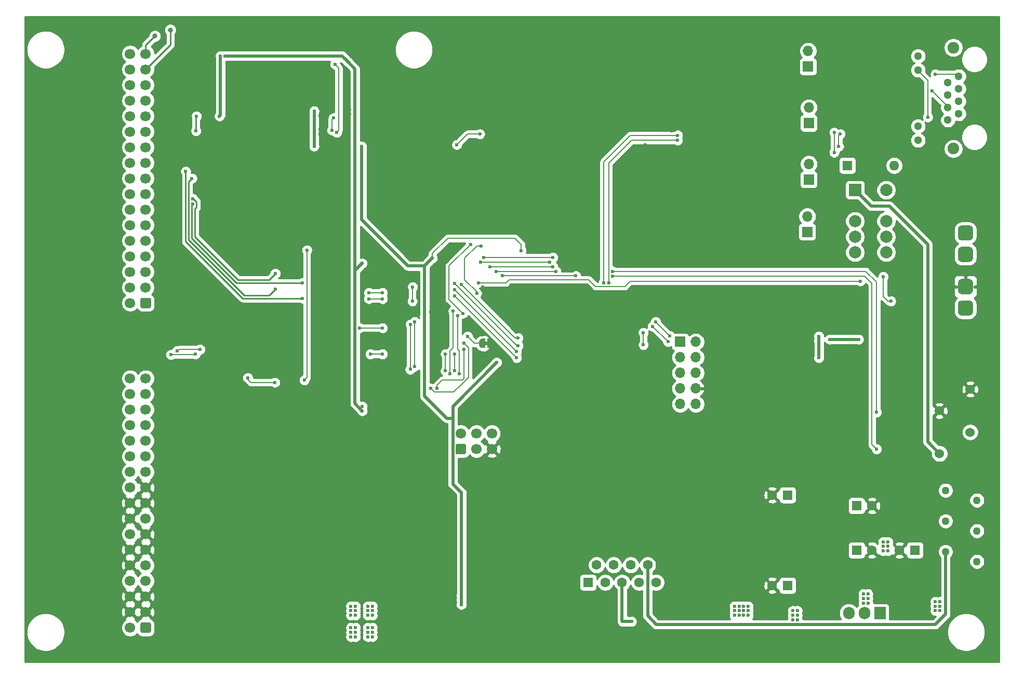
<source format=gbr>
%TF.GenerationSoftware,KiCad,Pcbnew,(5.1.9)-1*%
%TF.CreationDate,2021-05-13T14:47:52+02:00*%
%TF.ProjectId,AR2ISS_AntCTL_HW,41523249-5353-45f4-916e-7443544c5f48,rev?*%
%TF.SameCoordinates,PX2625a00PY8f0d180*%
%TF.FileFunction,Copper,L2,Bot*%
%TF.FilePolarity,Positive*%
%FSLAX46Y46*%
G04 Gerber Fmt 4.6, Leading zero omitted, Abs format (unit mm)*
G04 Created by KiCad (PCBNEW (5.1.9)-1) date 2021-05-13 14:47:52*
%MOMM*%
%LPD*%
G01*
G04 APERTURE LIST*
%TA.AperFunction,EtchedComponent*%
%ADD10C,0.100000*%
%TD*%
%TA.AperFunction,ComponentPad*%
%ADD11C,1.900000*%
%TD*%
%TA.AperFunction,ComponentPad*%
%ADD12C,1.300000*%
%TD*%
%TA.AperFunction,ComponentPad*%
%ADD13R,1.700000X1.700000*%
%TD*%
%TA.AperFunction,ComponentPad*%
%ADD14O,1.700000X1.700000*%
%TD*%
%TA.AperFunction,ComponentPad*%
%ADD15C,2.000000*%
%TD*%
%TA.AperFunction,ComponentPad*%
%ADD16R,2.000000X2.000000*%
%TD*%
%TA.AperFunction,ComponentPad*%
%ADD17C,1.600000*%
%TD*%
%TA.AperFunction,ComponentPad*%
%ADD18R,1.600000X1.600000*%
%TD*%
%TA.AperFunction,ComponentPad*%
%ADD19C,1.524000*%
%TD*%
%TA.AperFunction,ComponentPad*%
%ADD20O,1.600000X1.600000*%
%TD*%
%TA.AperFunction,ComponentPad*%
%ADD21C,1.270000*%
%TD*%
%TA.AperFunction,ComponentPad*%
%ADD22C,1.500000*%
%TD*%
%TA.AperFunction,ComponentPad*%
%ADD23C,1.700000*%
%TD*%
%TA.AperFunction,SMDPad,CuDef*%
%ADD24C,0.100000*%
%TD*%
%TA.AperFunction,ComponentPad*%
%ADD25R,1.905000X2.000000*%
%TD*%
%TA.AperFunction,ComponentPad*%
%ADD26O,1.905000X2.000000*%
%TD*%
%TA.AperFunction,ViaPad*%
%ADD27C,0.600000*%
%TD*%
%TA.AperFunction,ViaPad*%
%ADD28C,0.800000*%
%TD*%
%TA.AperFunction,Conductor*%
%ADD29C,0.250000*%
%TD*%
%TA.AperFunction,Conductor*%
%ADD30C,0.200000*%
%TD*%
%TA.AperFunction,Conductor*%
%ADD31C,0.500000*%
%TD*%
%TA.AperFunction,Conductor*%
%ADD32C,0.254000*%
%TD*%
%TA.AperFunction,Conductor*%
%ADD33C,0.100000*%
%TD*%
G04 APERTURE END LIST*
D10*
%TO.C,JP1*%
G36*
X75553500Y55417000D02*
G01*
X76053500Y55417000D01*
X76053500Y54817000D01*
X75553500Y54817000D01*
X75553500Y55417000D01*
G37*
%TD*%
D11*
%TO.P,J9,13*%
%TO.N,Net-(C35-Pad2)*%
X151920000Y86850000D03*
X151920000Y103350000D03*
D12*
%TO.P,J9,1*%
%TO.N,/RS422/RS485Tranceiver1/A_in*%
X152810000Y98670000D03*
%TO.P,J9,2*%
%TO.N,/RS422/RS485Tranceiver1/B_in*%
X151030000Y97650000D03*
%TO.P,J9,3*%
%TO.N,/RS422/RS485Tranceiver2/A_in*%
X152810000Y96630000D03*
%TO.P,J9,4*%
%TO.N,/RS422/RS485Tranceiver3/A_in*%
X151030000Y95610000D03*
%TO.P,J9,5*%
%TO.N,/RS422/RS485Tranceiver3/B_in*%
X152810000Y94590000D03*
%TO.P,J9,6*%
%TO.N,/RS422/RS485Tranceiver2/B_in*%
X151030000Y93570000D03*
%TO.P,J9,7*%
%TO.N,/RS422/RS485Tranceiver4/A_in*%
X152810000Y92550000D03*
%TO.P,J9,8*%
%TO.N,/RS422/RS485Tranceiver4/B_in*%
X151030000Y91530000D03*
%TO.P,J9,10*%
%TO.N,/RS422/LD2*%
X146170000Y88240000D03*
%TO.P,J9,9*%
%TO.N,Net-(J9-Pad9)*%
X146170000Y90530000D03*
%TO.P,J9,12*%
%TO.N,/RS422/LD1*%
X146170000Y99670000D03*
%TO.P,J9,11*%
%TO.N,Net-(J9-Pad11)*%
X146170000Y101960000D03*
%TD*%
D13*
%TO.P,J11,1*%
%TO.N,Net-(J11-Pad1)*%
X128110000Y73280000D03*
D14*
%TO.P,J11,2*%
%TO.N,/RS422/RS485Tranceiver4/B_in*%
X128110000Y75820000D03*
%TD*%
%TO.P,J13,2*%
%TO.N,/RS422/RS485Tranceiver1/B_in*%
X128250000Y102790000D03*
D13*
%TO.P,J13,1*%
%TO.N,Net-(J13-Pad1)*%
X128250000Y100250000D03*
%TD*%
D14*
%TO.P,J12,2*%
%TO.N,/RS422/RS485Tranceiver2/B_in*%
X128370000Y93570000D03*
D13*
%TO.P,J12,1*%
%TO.N,Net-(J12-Pad1)*%
X128370000Y91030000D03*
%TD*%
D14*
%TO.P,J10,2*%
%TO.N,/RS422/RS485Tranceiver3/B_in*%
X128360000Y84360000D03*
D13*
%TO.P,J10,1*%
%TO.N,Net-(J10-Pad1)*%
X128360000Y81820000D03*
%TD*%
D15*
%TO.P,K1,9*%
%TO.N,Net-(J8-Pad2)*%
X140983500Y72497000D03*
%TO.P,K1,4*%
%TO.N,Net-(K1-Pad4)*%
X135903500Y72497000D03*
%TO.P,K1,12*%
%TO.N,Net-(D7-Pad2)*%
X140983500Y80117000D03*
%TO.P,K1,10*%
%TO.N,Net-(K1-Pad10)*%
X140983500Y75037000D03*
D16*
%TO.P,K1,1*%
%TO.N,+24V*%
X135903500Y80117000D03*
D15*
%TO.P,K1,3*%
%TO.N,Net-(K1-Pad3)*%
X135903500Y75037000D03*
%TO.P,K1,8*%
%TO.N,Net-(J8-Pad1)*%
X140983500Y69957000D03*
%TO.P,K1,5*%
%TO.N,Net-(K1-Pad5)*%
X135903500Y69957000D03*
%TD*%
D17*
%TO.P,J7,9*%
%TO.N,Net-(F3-Pad1)*%
X102098500Y18957000D03*
%TO.P,J7,8*%
%TO.N,Net-(J7-Pad8)*%
X99328500Y18957000D03*
%TO.P,J7,7*%
%TO.N,Net-(J7-Pad7)*%
X96558500Y18957000D03*
%TO.P,J7,6*%
%TO.N,Net-(J7-Pad6)*%
X93788500Y18957000D03*
%TO.P,J7,5*%
%TO.N,Net-(J7-Pad5)*%
X103483500Y16117000D03*
%TO.P,J7,4*%
%TO.N,Net-(J7-Pad4)*%
X100713500Y16117000D03*
%TO.P,J7,3*%
%TO.N,+5V*%
X97943500Y16117000D03*
%TO.P,J7,2*%
%TO.N,/Microcontroller/CREL_A*%
X95173500Y16117000D03*
D18*
%TO.P,J7,1*%
%TO.N,/Microcontroller/CREL_B*%
X92403500Y16117000D03*
%TD*%
D17*
%TO.P,C10,2*%
%TO.N,GND*%
X138653500Y28617000D03*
D18*
%TO.P,C10,1*%
%TO.N,Net-(C10-Pad1)*%
X136153500Y28617000D03*
%TD*%
D17*
%TO.P,C7,2*%
%TO.N,GND*%
X138653500Y21367000D03*
D18*
%TO.P,C7,1*%
%TO.N,Net-(C10-Pad1)*%
X136153500Y21367000D03*
%TD*%
D17*
%TO.P,C6,2*%
%TO.N,GND*%
X122403500Y30367000D03*
D18*
%TO.P,C6,1*%
%TO.N,+3V3*%
X124903500Y30367000D03*
%TD*%
D17*
%TO.P,C2,2*%
%TO.N,GND*%
X122403500Y15617000D03*
D18*
%TO.P,C2,1*%
%TO.N,+5V*%
X124903500Y15617000D03*
%TD*%
D17*
%TO.P,C1,2*%
%TO.N,GND*%
X143153500Y21367000D03*
D18*
%TO.P,C1,1*%
%TO.N,Net-(C1-Pad1)*%
X145653500Y21367000D03*
%TD*%
D19*
%TO.P,J2,4*%
%TO.N,GND*%
X154653500Y47617004D03*
%TO.P,J2,3*%
X149653500Y44117004D03*
%TO.P,J2,2*%
%TO.N,+12V*%
X154653500Y40617003D03*
%TO.P,J2,1*%
%TO.N,+24V*%
X149653500Y37117003D03*
%TD*%
D18*
%TO.P,D8,1*%
%TO.N,+24V*%
X134653500Y84117000D03*
D20*
%TO.P,D8,2*%
%TO.N,Net-(D7-Pad2)*%
X142273500Y84117000D03*
%TD*%
D21*
%TO.P,F1,2*%
%TO.N,+12V*%
X155753500Y24517000D03*
%TO.P,F1,1*%
%TO.N,Net-(C1-Pad1)*%
X150653500Y26117000D03*
%TD*%
%TO.P,F2,1*%
%TO.N,Net-(C12-Pad1)*%
X150653500Y31117000D03*
%TO.P,F2,2*%
%TO.N,+12V*%
X155753500Y29517000D03*
%TD*%
%TO.P,F3,2*%
%TO.N,+24V*%
X155753500Y19517000D03*
%TO.P,F3,1*%
%TO.N,Net-(F3-Pad1)*%
X150653500Y21117000D03*
%TD*%
%TO.P,J1,2*%
%TO.N,GND*%
%TA.AperFunction,SMDPad,CuDef*%
G36*
G01*
X154528500Y63117000D02*
X153278500Y63117000D01*
G75*
G02*
X152653500Y63742000I0J625000D01*
G01*
X152653500Y64992000D01*
G75*
G02*
X153278500Y65617000I625000J0D01*
G01*
X154528500Y65617000D01*
G75*
G02*
X155153500Y64992000I0J-625000D01*
G01*
X155153500Y63742000D01*
G75*
G02*
X154528500Y63117000I-625000J0D01*
G01*
G37*
%TD.AperFunction*%
%TO.P,J1,1*%
%TO.N,Net-(J1-Pad1)*%
%TA.AperFunction,SMDPad,CuDef*%
G36*
G01*
X154528500Y59617000D02*
X153278500Y59617000D01*
G75*
G02*
X152653500Y60242000I0J625000D01*
G01*
X152653500Y61492000D01*
G75*
G02*
X153278500Y62117000I625000J0D01*
G01*
X154528500Y62117000D01*
G75*
G02*
X155153500Y61492000I0J-625000D01*
G01*
X155153500Y60242000D01*
G75*
G02*
X154528500Y59617000I-625000J0D01*
G01*
G37*
%TD.AperFunction*%
D22*
X153903500Y60867000D03*
%TO.P,J1,2*%
%TO.N,GND*%
X153903500Y64367000D03*
%TD*%
D23*
%TO.P,J3,34*%
%TO.N,/LCD/LED1*%
X17767000Y49374000D03*
%TO.P,J3,32*%
%TO.N,Net-(J3-Pad32)*%
X17767000Y46834000D03*
%TO.P,J3,30*%
%TO.N,/LCD/BTN9*%
X17767000Y44294000D03*
%TO.P,J3,28*%
%TO.N,/LCD/BTN11*%
X17767000Y41754000D03*
%TO.P,J3,26*%
%TO.N,Net-(J3-Pad26)*%
X17767000Y39214000D03*
%TO.P,J3,24*%
%TO.N,/LCD/BTN3*%
X17767000Y36674000D03*
%TO.P,J3,22*%
%TO.N,/LCD/BTN1*%
X17767000Y34134000D03*
%TO.P,J3,20*%
%TO.N,Net-(J3-Pad20)*%
X17767000Y31594000D03*
%TO.P,J3,18*%
%TO.N,GND*%
X17767000Y29054000D03*
%TO.P,J3,16*%
X17767000Y26514000D03*
%TO.P,J3,14*%
%TO.N,Net-(J3-Pad14)*%
X17767000Y23974000D03*
%TO.P,J3,12*%
%TO.N,GND*%
X17767000Y21434000D03*
%TO.P,J3,10*%
X17767000Y18894000D03*
%TO.P,J3,8*%
%TO.N,+5V*%
X17767000Y16354000D03*
%TO.P,J3,6*%
%TO.N,GND*%
X17767000Y13814000D03*
%TO.P,J3,4*%
X17767000Y11274000D03*
%TO.P,J3,2*%
%TO.N,Net-(J3-Pad2)*%
X17767000Y8734000D03*
%TO.P,J3,33*%
%TO.N,/LCD/Backlight*%
X20307000Y49374000D03*
%TO.P,J3,31*%
%TO.N,/LCD/BTN8*%
X20307000Y46834000D03*
%TO.P,J3,29*%
%TO.N,/LCD/BTN10*%
X20307000Y44294000D03*
%TO.P,J3,27*%
%TO.N,/LCD/BTN12*%
X20307000Y41754000D03*
%TO.P,J3,25*%
%TO.N,/LCD/BTN4*%
X20307000Y39214000D03*
%TO.P,J3,23*%
%TO.N,/LCD/BTN2*%
X20307000Y36674000D03*
%TO.P,J3,21*%
%TO.N,/LCD/BTN0*%
X20307000Y34134000D03*
%TO.P,J3,19*%
%TO.N,GND*%
X20307000Y31594000D03*
%TO.P,J3,17*%
X20307000Y29054000D03*
%TO.P,J3,15*%
%TO.N,/LCD/ENC_A*%
X20307000Y26514000D03*
%TO.P,J3,13*%
%TO.N,GND*%
X20307000Y23974000D03*
%TO.P,J3,11*%
X20307000Y21434000D03*
%TO.P,J3,9*%
%TO.N,/LCD/ENC_B*%
X20307000Y18894000D03*
%TO.P,J3,7*%
%TO.N,+5V*%
X20307000Y16354000D03*
%TO.P,J3,5*%
%TO.N,GND*%
X20307000Y13814000D03*
%TO.P,J3,3*%
X20307000Y11274000D03*
%TO.P,J3,1*%
%TO.N,Net-(J3-Pad1)*%
%TA.AperFunction,ComponentPad*%
G36*
G01*
X21157000Y9334000D02*
X21157000Y8134000D01*
G75*
G02*
X20907000Y7884000I-250000J0D01*
G01*
X19707000Y7884000D01*
G75*
G02*
X19457000Y8134000I0J250000D01*
G01*
X19457000Y9334000D01*
G75*
G02*
X19707000Y9584000I250000J0D01*
G01*
X20907000Y9584000D01*
G75*
G02*
X21157000Y9334000I0J-250000D01*
G01*
G37*
%TD.AperFunction*%
%TD*%
%TO.P,J4,1*%
%TO.N,/LCD/LED2*%
%TA.AperFunction,ComponentPad*%
G36*
G01*
X21157000Y62294000D02*
X21157000Y61094000D01*
G75*
G02*
X20907000Y60844000I-250000J0D01*
G01*
X19707000Y60844000D01*
G75*
G02*
X19457000Y61094000I0J250000D01*
G01*
X19457000Y62294000D01*
G75*
G02*
X19707000Y62544000I250000J0D01*
G01*
X20907000Y62544000D01*
G75*
G02*
X21157000Y62294000I0J-250000D01*
G01*
G37*
%TD.AperFunction*%
%TO.P,J4,3*%
%TO.N,/LCD/LED4*%
X20307000Y64234000D03*
%TO.P,J4,5*%
%TO.N,/LCD/LED6*%
X20307000Y66774000D03*
%TO.P,J4,7*%
%TO.N,/LCD/LED7*%
X20307000Y69314000D03*
%TO.P,J4,9*%
%TO.N,/LCD/LED11*%
X20307000Y71854000D03*
%TO.P,J4,11*%
%TO.N,/LCD/LED13*%
X20307000Y74394000D03*
%TO.P,J4,13*%
%TO.N,/LCD/LED15*%
X20307000Y76934000D03*
%TO.P,J4,15*%
%TO.N,/LCD/LED17*%
X20307000Y79474000D03*
%TO.P,J4,17*%
%TO.N,/LCD/LED19*%
X20307000Y82014000D03*
%TO.P,J4,19*%
%TO.N,/LCD/LED9*%
X20307000Y84554000D03*
%TO.P,J4,21*%
%TO.N,Net-(J4-Pad21)*%
X20307000Y87094000D03*
%TO.P,J4,23*%
%TO.N,Net-(J4-Pad23)*%
X20307000Y89634000D03*
%TO.P,J4,25*%
%TO.N,/LCD/CE*%
X20307000Y92174000D03*
%TO.P,J4,27*%
%TO.N,/LCD/D7*%
X20307000Y94714000D03*
%TO.P,J4,29*%
%TO.N,/LCD/D5*%
X20307000Y97254000D03*
%TO.P,J4,31*%
%TO.N,/LCD/D3*%
X20307000Y99794000D03*
%TO.P,J4,33*%
%TO.N,/LCD/D1*%
X20307000Y102334000D03*
%TO.P,J4,2*%
%TO.N,/LCD/LED3*%
X17767000Y61694000D03*
%TO.P,J4,4*%
%TO.N,/LCD/LED5*%
X17767000Y64234000D03*
%TO.P,J4,6*%
%TO.N,/LCD/LED8*%
X17767000Y66774000D03*
%TO.P,J4,8*%
%TO.N,/LCD/LED10*%
X17767000Y69314000D03*
%TO.P,J4,10*%
%TO.N,/LCD/LED12*%
X17767000Y71854000D03*
%TO.P,J4,12*%
%TO.N,/LCD/LED14*%
X17767000Y74394000D03*
%TO.P,J4,14*%
%TO.N,/LCD/LED16*%
X17767000Y76934000D03*
%TO.P,J4,16*%
%TO.N,/LCD/LED18*%
X17767000Y79474000D03*
%TO.P,J4,18*%
%TO.N,/LCD/LED20*%
X17767000Y82014000D03*
%TO.P,J4,20*%
%TO.N,/LCD/LED21*%
X17767000Y84554000D03*
%TO.P,J4,22*%
%TO.N,/LCD/LED22*%
X17767000Y87094000D03*
%TO.P,J4,24*%
%TO.N,/LCD/WR*%
X17767000Y89634000D03*
%TO.P,J4,26*%
%TO.N,/LCD/CD*%
X17767000Y92174000D03*
%TO.P,J4,28*%
%TO.N,/LCD/D6*%
X17767000Y94714000D03*
%TO.P,J4,30*%
%TO.N,/LCD/D4*%
X17767000Y97254000D03*
%TO.P,J4,32*%
%TO.N,/LCD/D2*%
X17767000Y99794000D03*
%TO.P,J4,34*%
%TO.N,/LCD/D0*%
X17767000Y102334000D03*
%TD*%
%TO.P,J5,1*%
%TO.N,+3V3*%
%TA.AperFunction,ComponentPad*%
G36*
G01*
X72253500Y37017000D02*
X71053500Y37017000D01*
G75*
G02*
X70803500Y37267000I0J250000D01*
G01*
X70803500Y38467000D01*
G75*
G02*
X71053500Y38717000I250000J0D01*
G01*
X72253500Y38717000D01*
G75*
G02*
X72503500Y38467000I0J-250000D01*
G01*
X72503500Y37267000D01*
G75*
G02*
X72253500Y37017000I-250000J0D01*
G01*
G37*
%TD.AperFunction*%
%TO.P,J5,3*%
%TO.N,/Microcontroller/NRST*%
X74193500Y37867000D03*
%TO.P,J5,5*%
%TO.N,GND*%
X76733500Y37867000D03*
%TO.P,J5,2*%
%TO.N,/Microcontroller/SWDIO*%
X71653500Y40407000D03*
%TO.P,J5,4*%
%TO.N,/Microcontroller/SWCLK*%
X74193500Y40407000D03*
%TO.P,J5,6*%
%TO.N,/Microcontroller/SWO*%
X76733500Y40407000D03*
%TD*%
D13*
%TO.P,J6,1*%
%TO.N,/Rotor/Elevation*%
X107403500Y55367000D03*
D14*
%TO.P,J6,2*%
%TO.N,/Rotor/RIGHT*%
X109943500Y55367000D03*
%TO.P,J6,3*%
%TO.N,/Rotor/UP*%
X107403500Y52827000D03*
%TO.P,J6,4*%
%TO.N,/Rotor/LEFT*%
X109943500Y52827000D03*
%TO.P,J6,5*%
%TO.N,/Rotor/DOWN*%
X107403500Y50287000D03*
%TO.P,J6,6*%
%TO.N,/Rotor/Azimut*%
X109943500Y50287000D03*
%TO.P,J6,7*%
%TO.N,/Rotor/DCout*%
X107403500Y47747000D03*
%TO.P,J6,8*%
%TO.N,GND*%
X109943500Y47747000D03*
%TO.P,J6,9*%
%TO.N,Net-(J6-Pad9)*%
X107403500Y45207000D03*
%TO.P,J6,10*%
%TO.N,Net-(J6-Pad10)*%
X109943500Y45207000D03*
%TD*%
D22*
%TO.P,J8,2*%
%TO.N,Net-(J8-Pad2)*%
X153903500Y73117000D03*
%TO.P,J8,1*%
%TO.N,Net-(J8-Pad1)*%
X153903500Y69617000D03*
%TA.AperFunction,SMDPad,CuDef*%
G36*
G01*
X154528500Y68367000D02*
X153278500Y68367000D01*
G75*
G02*
X152653500Y68992000I0J625000D01*
G01*
X152653500Y70242000D01*
G75*
G02*
X153278500Y70867000I625000J0D01*
G01*
X154528500Y70867000D01*
G75*
G02*
X155153500Y70242000I0J-625000D01*
G01*
X155153500Y68992000D01*
G75*
G02*
X154528500Y68367000I-625000J0D01*
G01*
G37*
%TD.AperFunction*%
%TO.P,J8,2*%
%TO.N,Net-(J8-Pad2)*%
%TA.AperFunction,SMDPad,CuDef*%
G36*
G01*
X154528500Y71867000D02*
X153278500Y71867000D01*
G75*
G02*
X152653500Y72492000I0J625000D01*
G01*
X152653500Y73742000D01*
G75*
G02*
X153278500Y74367000I625000J0D01*
G01*
X154528500Y74367000D01*
G75*
G02*
X155153500Y73742000I0J-625000D01*
G01*
X155153500Y72492000D01*
G75*
G02*
X154528500Y71867000I-625000J0D01*
G01*
G37*
%TD.AperFunction*%
%TD*%
%TA.AperFunction,SMDPad,CuDef*%
D24*
%TO.P,JP1,2*%
%TO.N,Net-(JP1-Pad2)*%
G36*
X75153500Y54367602D02*
G01*
X75128966Y54367602D01*
X75080135Y54372412D01*
X75032010Y54381984D01*
X74985055Y54396228D01*
X74939722Y54415005D01*
X74896449Y54438136D01*
X74855650Y54465396D01*
X74817721Y54496524D01*
X74783024Y54531221D01*
X74751896Y54569150D01*
X74724636Y54609949D01*
X74701505Y54653222D01*
X74682728Y54698555D01*
X74668484Y54745510D01*
X74658912Y54793635D01*
X74654102Y54842466D01*
X74654102Y54867000D01*
X74653500Y54867000D01*
X74653500Y55367000D01*
X74654102Y55367000D01*
X74654102Y55391534D01*
X74658912Y55440365D01*
X74668484Y55488490D01*
X74682728Y55535445D01*
X74701505Y55580778D01*
X74724636Y55624051D01*
X74751896Y55664850D01*
X74783024Y55702779D01*
X74817721Y55737476D01*
X74855650Y55768604D01*
X74896449Y55795864D01*
X74939722Y55818995D01*
X74985055Y55837772D01*
X75032010Y55852016D01*
X75080135Y55861588D01*
X75128966Y55866398D01*
X75153500Y55866398D01*
X75153500Y55867000D01*
X75653500Y55867000D01*
X75653500Y54367000D01*
X75153500Y54367000D01*
X75153500Y54367602D01*
G37*
%TD.AperFunction*%
%TA.AperFunction,SMDPad,CuDef*%
%TO.P,JP1,1*%
%TO.N,GND*%
G36*
X75953500Y55867000D02*
G01*
X76453500Y55867000D01*
X76453500Y55866398D01*
X76478034Y55866398D01*
X76526865Y55861588D01*
X76574990Y55852016D01*
X76621945Y55837772D01*
X76667278Y55818995D01*
X76710551Y55795864D01*
X76751350Y55768604D01*
X76789279Y55737476D01*
X76823976Y55702779D01*
X76855104Y55664850D01*
X76882364Y55624051D01*
X76905495Y55580778D01*
X76924272Y55535445D01*
X76938516Y55488490D01*
X76948088Y55440365D01*
X76952898Y55391534D01*
X76952898Y55367000D01*
X76953500Y55367000D01*
X76953500Y54867000D01*
X76952898Y54867000D01*
X76952898Y54842466D01*
X76948088Y54793635D01*
X76938516Y54745510D01*
X76924272Y54698555D01*
X76905495Y54653222D01*
X76882364Y54609949D01*
X76855104Y54569150D01*
X76823976Y54531221D01*
X76789279Y54496524D01*
X76751350Y54465396D01*
X76710551Y54438136D01*
X76667278Y54415005D01*
X76621945Y54396228D01*
X76574990Y54381984D01*
X76526865Y54372412D01*
X76478034Y54367602D01*
X76453500Y54367602D01*
X76453500Y54367000D01*
X75953500Y54367000D01*
X75953500Y55867000D01*
G37*
%TD.AperFunction*%
%TD*%
D25*
%TO.P,U5,1*%
%TO.N,Net-(C1-Pad1)*%
X139943500Y11117000D03*
D26*
%TO.P,U5,2*%
%TO.N,GND*%
X137403500Y11117000D03*
%TO.P,U5,3*%
%TO.N,Net-(C10-Pad1)*%
X134863500Y11117000D03*
%TD*%
D27*
%TO.N,*%
X56500000Y10750000D03*
X56500000Y11500000D03*
X57250000Y12250000D03*
X56500000Y12250000D03*
X57250000Y10750000D03*
X57250000Y11500000D03*
X53750000Y10750000D03*
X53750000Y11500000D03*
X54500000Y12250000D03*
X53750000Y12250000D03*
X54500000Y10750000D03*
X54500000Y11500000D03*
X53750000Y7250000D03*
X53750000Y8000000D03*
X54500000Y8750000D03*
X53750000Y8750000D03*
X54500000Y7250000D03*
X54500000Y8000000D03*
X56500000Y7250000D03*
X56500000Y8000000D03*
X57250000Y8750000D03*
X56500000Y8750000D03*
X57250000Y7250000D03*
X57250000Y8000000D03*
X116250000Y10750000D03*
X116250000Y11500000D03*
X117000000Y12250000D03*
X116250000Y12250000D03*
X117000000Y10750000D03*
X117000000Y11500000D03*
X117750000Y10750000D03*
X117750000Y11500000D03*
X118500000Y12250000D03*
X117750000Y12250000D03*
X118500000Y10750000D03*
X118500000Y11500000D03*
X140500000Y21250000D03*
X140500000Y22000000D03*
X141250000Y22750000D03*
X140500000Y22750000D03*
X141250000Y21250000D03*
X141250000Y22000000D03*
X137250000Y12750000D03*
X137250000Y13500000D03*
X138000000Y14250000D03*
X137250000Y14250000D03*
X138000000Y12750000D03*
X138000000Y13500000D03*
X149000000Y11500000D03*
X149000000Y12250000D03*
X149750000Y13000000D03*
X149000000Y13000000D03*
X149750000Y11500000D03*
X149750000Y12250000D03*
X125750000Y10000000D03*
X125750000Y10750000D03*
X126500000Y11500000D03*
X125750000Y11500000D03*
X126500000Y10000000D03*
X126500000Y10750000D03*
%TO.N,GND*%
X31500000Y94750000D03*
X69750000Y70250000D03*
X70500000Y70250000D03*
X47000000Y94500000D03*
X47750000Y94500000D03*
X49000000Y98000000D03*
X48750000Y92250000D03*
X48750000Y89250000D03*
X52750000Y92500000D03*
X52750000Y93250000D03*
X53500000Y93250000D03*
X53500000Y92500000D03*
X49500000Y90000000D03*
X49500000Y89250000D03*
X48750000Y90000000D03*
X85500000Y70000000D03*
X84750000Y70000000D03*
X89000000Y64250000D03*
X89000000Y60750000D03*
X100250000Y67750000D03*
X99500000Y67750000D03*
X98750000Y67750000D03*
X100500000Y63250000D03*
X100500000Y61500000D03*
X104250000Y64000000D03*
X75250000Y56500000D03*
X68750000Y57500000D03*
X68750000Y56750000D03*
X66750000Y60250000D03*
X73500000Y14000000D03*
X73500000Y13250000D03*
X73500000Y12500000D03*
X74250000Y12500000D03*
X74250000Y13250000D03*
X74250000Y14000000D03*
X70750000Y14000000D03*
X70000000Y14000000D03*
X70000000Y13250000D03*
X70750000Y13250000D03*
X70000000Y12500000D03*
X70750000Y12500000D03*
X140750000Y90500000D03*
X140750000Y91250000D03*
X140750000Y89750000D03*
X138000000Y84750000D03*
X137250000Y84750000D03*
X138000000Y85500000D03*
X137250000Y85500000D03*
X150500000Y82750000D03*
X102000000Y106500000D03*
X105750000Y80500000D03*
X101500000Y78750000D03*
X101750000Y87500000D03*
X106000000Y89750000D03*
X106000000Y90500000D03*
X101750000Y97000000D03*
X101750000Y97750000D03*
X106250000Y100000000D03*
X107000000Y100000000D03*
X141000000Y102000000D03*
X141000000Y101250000D03*
X141000000Y102750000D03*
X133750000Y54500000D03*
X137500000Y42000000D03*
X142000000Y39750000D03*
X142750000Y39750000D03*
X143500000Y39750000D03*
X144250000Y39750000D03*
X145000000Y39750000D03*
X145750000Y39750000D03*
X75250000Y64250000D03*
X67000000Y71500000D03*
X66250000Y71500000D03*
X65500000Y71500000D03*
X65500000Y70750000D03*
X66250000Y70750000D03*
X118500000Y50500000D03*
X118500000Y51250000D03*
X116250000Y45000000D03*
X117000000Y45000000D03*
X116250000Y44250000D03*
X117000000Y44250000D03*
X100250000Y52750000D03*
X101000000Y52750000D03*
X100250000Y52000000D03*
X101000000Y52000000D03*
X105250000Y51500000D03*
X105250000Y50750000D03*
X100000000Y46750000D03*
X100750000Y46750000D03*
X100000000Y46000000D03*
X100750000Y46000000D03*
X113250000Y44750000D03*
X112750000Y51250000D03*
X112250000Y56250000D03*
X107750000Y73250000D03*
X107750000Y72500000D03*
X103750000Y73250000D03*
X56750000Y47500000D03*
X56750000Y48250000D03*
X105520831Y53597831D03*
X134250000Y17500000D03*
X134250000Y18250000D03*
X134250000Y19000000D03*
X131500000Y22250000D03*
X131500000Y21500000D03*
X132250000Y21500000D03*
X114250000Y101250000D03*
X120500000Y103000000D03*
X120500000Y99500000D03*
X123250000Y101250000D03*
X123500000Y92000000D03*
X120750000Y94000000D03*
X120750000Y90250000D03*
X114370000Y92170000D03*
X120900000Y81000000D03*
X120800000Y84700000D03*
X123500000Y82800000D03*
X114360000Y82960000D03*
X120600000Y76400000D03*
X120500000Y72500000D03*
X123200000Y74300000D03*
X114110000Y74410000D03*
%TO.N,+5V*%
X55591500Y44841500D03*
X55591500Y44091500D03*
X55591500Y68158500D03*
X28500000Y89750000D03*
X28579000Y92171000D03*
X52250000Y102000000D03*
X52750000Y101500000D03*
X53250000Y101000000D03*
X32500000Y102000000D03*
X33250000Y102000000D03*
X32329000Y92171000D03*
X98000000Y9750000D03*
X98750000Y9750000D03*
X99500000Y9750000D03*
X130000000Y55500000D03*
X130000000Y52750000D03*
X130000000Y56250000D03*
%TO.N,/Microcontroller/ADC1_5*%
X78403500Y66117000D03*
X90403500Y66117000D03*
X96403500Y66066997D03*
X139403500Y37867000D03*
%TO.N,+3V3*%
X71750000Y12500000D03*
X71750000Y30750000D03*
X71750000Y13250000D03*
X71750000Y14000000D03*
X77500000Y52000000D03*
X67000000Y69000000D03*
X65750000Y59500000D03*
X55500000Y87250000D03*
X47750000Y87250000D03*
X47750000Y93000000D03*
X81500000Y70250000D03*
%TO.N,/PowerSupply/ADC12V*%
X77403500Y66867000D03*
X87153500Y66867000D03*
X96403500Y66867000D03*
X139403500Y43867000D03*
%TO.N,Net-(C12-Pad1)*%
X136500000Y55750000D03*
X131750000Y55750000D03*
%TO.N,/Microcontroller/NRST*%
X71403500Y50117000D03*
X71153500Y59617000D03*
%TO.N,/Microcontroller/ADC1_10*%
X75403500Y69117000D03*
X86653500Y69117000D03*
%TO.N,/Microcontroller/ADC1_9*%
X74903500Y68367000D03*
X86153500Y68367000D03*
%TO.N,/LCD/Backlight*%
X58903500Y57617000D03*
X55153500Y57617000D03*
%TO.N,/LCD/ENC_A*%
X24403500Y53267000D03*
X28403500Y53367000D03*
X56653500Y63367000D03*
X58903500Y63367000D03*
%TO.N,/LCD/ENC_B*%
X25403500Y53867000D03*
X29153500Y54117000D03*
X58903500Y62367000D03*
X56653500Y62367000D03*
D28*
%TO.N,/LCD/D3*%
X24307000Y106234000D03*
%TO.N,/LCD/D1*%
X21807000Y105234000D03*
D27*
%TO.N,/Microcontroller/SWDIO*%
X70403500Y60367000D03*
X69903500Y50117000D03*
%TO.N,/Microcontroller/SWCLK*%
X69153500Y53367000D03*
X69153500Y50617000D03*
%TO.N,/Microcontroller/SWO*%
X70653500Y53367000D03*
X70653500Y50617000D03*
%TO.N,/Rotor/Elevation*%
X105653500Y56367000D03*
X103403500Y58617000D03*
%TO.N,/Rotor/Azimut*%
X105403500Y55367000D03*
X102903500Y57867000D03*
%TO.N,/Microcontroller/C_NC*%
X72153500Y55117000D03*
X66750000Y47750000D03*
%TO.N,/Microcontroller/C_NO*%
X72153500Y54117000D03*
X67750000Y47750000D03*
%TO.N,Net-(JP1-Pad2)*%
X72750000Y56250000D03*
%TO.N,/PowerSupply/PREAMP_ON*%
X74500000Y65000000D03*
X136750000Y65250000D03*
X140500000Y66000000D03*
X141750000Y62000000D03*
%TO.N,/Microcontroller/ROT_UP*%
X81000000Y56000000D03*
X71750000Y64750000D03*
%TO.N,/Microcontroller/ROT_DOWN*%
X70653500Y64867000D03*
X81000000Y54750000D03*
%TO.N,/Microcontroller/ROT_LEFT*%
X70653500Y63867000D03*
X80750000Y53750000D03*
%TO.N,/Microcontroller/ROT_RIGHT*%
X70653500Y62867000D03*
X80750000Y52750000D03*
%TO.N,/Microcontroller/CREL_B*%
X64153500Y58617000D03*
X64153500Y51367000D03*
%TO.N,/Microcontroller/CREL_A*%
X63460678Y58217000D03*
X63403500Y50867000D03*
%TO.N,/Microcontroller/AMP*%
X75000000Y71000000D03*
X74250000Y63250000D03*
%TO.N,/Microcontroller/I2C1_SCL*%
X58903500Y53367000D03*
X56903500Y53367000D03*
%TO.N,/IOExpander/RESET*%
X41367500Y48737000D03*
X36922500Y49499000D03*
X46574500Y70327000D03*
X46153500Y49117000D03*
%TO.N,/Microcontroller/ADC1_8*%
X76403500Y67617000D03*
X86653500Y67617000D03*
%TO.N,/LCD/DisplayCLK*%
X50653500Y89867000D03*
X50903500Y91867000D03*
%TO.N,/LCD/DisplayData*%
X51453503Y89517000D03*
X51153500Y100617000D03*
%TO.N,/IOExpander/IO12*%
X45876000Y62453000D03*
X26826000Y83154000D03*
%TO.N,/IOExpander/IO11*%
X41431000Y63977000D03*
X27842000Y82011000D03*
%TO.N,/IOExpander/IO10*%
X45876000Y64993000D03*
X27969000Y77820000D03*
%TO.N,/IOExpander/IO9*%
X41431000Y66517000D03*
X27969000Y78709000D03*
%TO.N,Net-(C31-Pad1)*%
X101403500Y56867000D03*
X101403500Y54867000D03*
%TO.N,/RS422/LD2*%
X107000000Y88250000D03*
X95750000Y65000000D03*
%TO.N,/RS422/LD1*%
X94949997Y65000000D03*
X107000000Y89050003D03*
X147750000Y92000000D03*
%TO.N,/RS422/TX*%
X63750000Y62000000D03*
X63809515Y64309515D03*
X71000000Y87500000D03*
X74750000Y89250000D03*
%TO.N,/RS422/RX*%
X73253500Y71250000D03*
X72000000Y60000000D03*
%TO.N,/RS422/RS485Tranceiver1/A_in*%
X149000000Y99000000D03*
%TO.N,/RS422/RS485Tranceiver3/A_in*%
X132500000Y89500000D03*
X132500000Y86250000D03*
%TO.N,/RS422/RS485Tranceiver3/B_in*%
X133250000Y87250000D03*
X133500000Y89250000D03*
%TO.N,/RS422/RS485Tranceiver2/B_in*%
X148450735Y96299265D03*
%TD*%
D29*
%TO.N,GND*%
X75818092Y56500000D02*
X75250000Y56500000D01*
X76453500Y55864592D02*
X75818092Y56500000D01*
X76453500Y55117000D02*
X76453500Y55864592D01*
D30*
X105520831Y51770831D02*
X105250000Y51500000D01*
X105520831Y53597831D02*
X105520831Y51770831D01*
D31*
%TO.N,+5V*%
X54403499Y66970499D02*
X55591500Y68158500D01*
X54403499Y45279501D02*
X54403499Y66970499D01*
X55591500Y44091500D02*
X54403499Y45279501D01*
D29*
X28500000Y92092000D02*
X28579000Y92171000D01*
X28500000Y89750000D02*
X28500000Y92092000D01*
D31*
X54403499Y66970499D02*
X54403499Y99846501D01*
X54403499Y99846501D02*
X53250000Y101000000D01*
X52750000Y101500000D02*
X52250000Y102000000D01*
X53250000Y101000000D02*
X52750000Y101500000D01*
X52250000Y102000000D02*
X33250000Y102000000D01*
X32500000Y102000000D02*
X32500000Y102000000D01*
X32500000Y92342000D02*
X32329000Y92171000D01*
X32500000Y102000000D02*
X32500000Y92342000D01*
X97943500Y9806500D02*
X98000000Y9750000D01*
X97943500Y16117000D02*
X97943500Y9806500D01*
X98000000Y9750000D02*
X99500000Y9750000D01*
X130000000Y55500000D02*
X130000000Y52750000D01*
X130000000Y55500000D02*
X130000000Y56250000D01*
D30*
%TO.N,/Microcontroller/ADC1_5*%
X78403500Y66117000D02*
X90403500Y66117000D01*
X139403500Y37867000D02*
X138653500Y38617000D01*
X138653500Y38617000D02*
X138653500Y64867000D01*
X138653500Y64867000D02*
X137453503Y66066997D01*
X132953503Y66066997D02*
X133353497Y66066997D01*
X137453503Y66066997D02*
X132953503Y66066997D01*
X96403500Y66066997D02*
X132953503Y66066997D01*
D31*
%TO.N,+3V3*%
X71750000Y12500000D02*
X71750000Y13250000D01*
X71750000Y13250000D02*
X71750000Y14000000D01*
X71750000Y14000000D02*
X71750000Y30750000D01*
X70353499Y44853499D02*
X77500000Y52000000D01*
X71750000Y30750000D02*
X70353499Y32146501D01*
X70353499Y42896501D02*
X69353499Y42896501D01*
X70353499Y32146501D02*
X70353499Y42896501D01*
X70353499Y42896501D02*
X70353499Y44853499D01*
X69353499Y42896501D02*
X65750000Y46500000D01*
X65750000Y46500000D02*
X65750000Y59500000D01*
X65750000Y67750000D02*
X67000000Y69000000D01*
X65750000Y59500000D02*
X65750000Y67750000D01*
X65750000Y67750000D02*
X63000000Y67750000D01*
X55500000Y75250000D02*
X55500000Y87250000D01*
X63000000Y67750000D02*
X55500000Y75250000D01*
X47750000Y87250000D02*
X47750000Y93000000D01*
D30*
X67000000Y69000000D02*
X67000000Y69750000D01*
X67000000Y69750000D02*
X69500000Y72250000D01*
X69500000Y72250000D02*
X80500000Y72250000D01*
X81500000Y71250000D02*
X81500000Y70250000D01*
X80500000Y72250000D02*
X81500000Y71250000D01*
%TO.N,/PowerSupply/ADC12V*%
X77403500Y66867000D02*
X79153500Y66867000D01*
X79153500Y66867000D02*
X87153500Y66867000D01*
X96403500Y66867000D02*
X137653500Y66867000D01*
X139403500Y65117000D02*
X139403500Y43867000D01*
X137653500Y66867000D02*
X139403500Y65117000D01*
D31*
%TO.N,Net-(C12-Pad1)*%
X136500000Y55750000D02*
X131750000Y55750000D01*
D30*
%TO.N,/Microcontroller/NRST*%
X71153500Y54117000D02*
X71403500Y53867000D01*
X71403500Y53867000D02*
X71403500Y50117000D01*
X71153500Y59617000D02*
X71153500Y54117000D01*
%TO.N,/Microcontroller/ADC1_10*%
X75403500Y69117000D02*
X86653500Y69117000D01*
%TO.N,/Microcontroller/ADC1_9*%
X74903500Y68367000D02*
X86153500Y68367000D01*
D31*
%TO.N,+24V*%
X135903500Y80117000D02*
X138520500Y77500000D01*
X138520500Y77500000D02*
X141500000Y77500000D01*
X141500000Y77500000D02*
X147750000Y71250000D01*
X147750000Y39020503D02*
X149653500Y37117003D01*
X147750000Y71250000D02*
X147750000Y39020503D01*
%TO.N,Net-(F3-Pad1)*%
X150653500Y10903500D02*
X150653500Y21117000D01*
X103500000Y9250000D02*
X149000000Y9250000D01*
X149000000Y9250000D02*
X150653500Y10903500D01*
X102098500Y10651500D02*
X103500000Y9250000D01*
X102098500Y18957000D02*
X102098500Y10651500D01*
D30*
%TO.N,/LCD/Backlight*%
X58903500Y57617000D02*
X56653500Y57617000D01*
X56653500Y57617000D02*
X55153500Y57617000D01*
%TO.N,/LCD/ENC_A*%
X28303500Y53267000D02*
X28403500Y53367000D01*
X24403500Y53267000D02*
X28303500Y53267000D01*
X56653500Y63367000D02*
X58903500Y63367000D01*
%TO.N,/LCD/ENC_B*%
X25653500Y54117000D02*
X29153500Y54117000D01*
X25403500Y53867000D02*
X25653500Y54117000D01*
X58903500Y62367000D02*
X56653500Y62367000D01*
D29*
%TO.N,/LCD/D3*%
X24307000Y103794000D02*
X24307000Y106234000D01*
X20307000Y99794000D02*
X24307000Y103794000D01*
%TO.N,/LCD/D1*%
X20307000Y103734000D02*
X20307000Y102334000D01*
X21807000Y105234000D02*
X20307000Y103734000D01*
D30*
%TO.N,/Microcontroller/SWDIO*%
X70403500Y60367000D02*
X70403500Y54617000D01*
X70403500Y54617000D02*
X70403500Y54367000D01*
X70403500Y54367000D02*
X69903500Y53867000D01*
X69903500Y53867000D02*
X69903500Y50117000D01*
%TO.N,/Microcontroller/SWCLK*%
X69153500Y53367000D02*
X69153500Y50617000D01*
%TO.N,/Microcontroller/SWO*%
X70653500Y53367000D02*
X70653500Y50617000D01*
%TO.N,/Rotor/Elevation*%
X105653500Y56367000D02*
X104403500Y57617000D01*
X104403500Y57617000D02*
X103403500Y58617000D01*
%TO.N,/Rotor/Azimut*%
X105403500Y55367000D02*
X102903500Y57867000D01*
%TO.N,/Microcontroller/C_NC*%
X72903500Y54367000D02*
X72903500Y50117000D01*
X72153500Y55117000D02*
X72903500Y54367000D01*
X72903500Y50117000D02*
X72903500Y49551302D01*
X72903500Y49551302D02*
X71719198Y48367000D01*
X67350001Y47149999D02*
X66750000Y47750000D01*
X70502197Y47149999D02*
X67350001Y47149999D01*
X71719198Y48367000D02*
X70502197Y47149999D01*
%TO.N,/Microcontroller/C_NO*%
X72153500Y54117000D02*
X72153500Y50867000D01*
X72153500Y50867000D02*
X72153500Y49367000D01*
X72153500Y49367000D02*
X71903500Y49117000D01*
X71903500Y49117000D02*
X68617000Y49117000D01*
X68617000Y49117000D02*
X67750000Y48250000D01*
X67750000Y48250000D02*
X67750000Y47750000D01*
%TO.N,Net-(JP1-Pad2)*%
X73883000Y55117000D02*
X75153500Y55117000D01*
X72750000Y56250000D02*
X73883000Y55117000D01*
%TO.N,/PowerSupply/PREAMP_ON*%
X74500000Y65000000D02*
X79000000Y65000000D01*
X79000000Y65000000D02*
X79500000Y65500000D01*
X79500000Y65500000D02*
X92500000Y65500000D01*
X93600001Y64399999D02*
X98399999Y64399999D01*
X92500000Y65500000D02*
X93600001Y64399999D01*
X98399999Y64399999D02*
X99250000Y65250000D01*
X99250000Y65250000D02*
X136750000Y65250000D01*
X140500000Y66000000D02*
X140500000Y62750000D01*
X141250000Y62000000D02*
X141750000Y62000000D01*
X140500000Y62750000D02*
X141250000Y62000000D01*
%TO.N,/Microcontroller/ROT_UP*%
X80500000Y56000000D02*
X71750000Y64750000D01*
X81000000Y56000000D02*
X80500000Y56000000D01*
%TO.N,/Microcontroller/ROT_DOWN*%
X80770500Y54750000D02*
X81000000Y54750000D01*
X70653500Y64867000D02*
X80770500Y54750000D01*
%TO.N,/Microcontroller/ROT_LEFT*%
X80750000Y53770500D02*
X80750000Y53750000D01*
X70653500Y63867000D02*
X80750000Y53770500D01*
%TO.N,/Microcontroller/ROT_RIGHT*%
X80750000Y52770500D02*
X80750000Y52750000D01*
X70653500Y62867000D02*
X80750000Y52770500D01*
%TO.N,/Microcontroller/CREL_B*%
X64153500Y58617000D02*
X64153500Y51367000D01*
%TO.N,/Microcontroller/CREL_A*%
X63460678Y50924178D02*
X63403500Y50867000D01*
X63460678Y58217000D02*
X63460678Y50924178D01*
%TO.N,/Microcontroller/AMP*%
X72250000Y65500000D02*
X72250000Y69000000D01*
X74250000Y71000000D02*
X75000000Y71000000D01*
X72250000Y69000000D02*
X74250000Y71000000D01*
X74250000Y63500000D02*
X74250000Y63250000D01*
X72250000Y65500000D02*
X74250000Y63500000D01*
%TO.N,/Microcontroller/I2C1_SCL*%
X58903500Y53367000D02*
X56903500Y53367000D01*
%TO.N,/IOExpander/RESET*%
X41367500Y48737000D02*
X37430500Y48737000D01*
X36922500Y49245000D02*
X36922500Y49499000D01*
X37430500Y48737000D02*
X36922500Y49245000D01*
X46574500Y49538000D02*
X46153500Y49117000D01*
X46574500Y70327000D02*
X46574500Y49538000D01*
%TO.N,/Microcontroller/ADC1_8*%
X76403500Y67617000D02*
X85903500Y67617000D01*
X85903500Y67617000D02*
X86653500Y67617000D01*
%TO.N,/LCD/DisplayCLK*%
X50653500Y91617000D02*
X50903500Y91867000D01*
X50653500Y89867000D02*
X50653500Y91617000D01*
%TO.N,/LCD/DisplayData*%
X51753502Y100016998D02*
X51153500Y100617000D01*
X51753502Y89816999D02*
X51753502Y100016998D01*
X51453503Y89517000D02*
X51753502Y89816999D01*
D29*
%TO.N,/IOExpander/IO12*%
X45876000Y62453000D02*
X36097000Y62453000D01*
X26826000Y71724000D02*
X26826000Y83154000D01*
X36097000Y62453000D02*
X26826000Y71724000D01*
%TO.N,/IOExpander/IO11*%
X41431000Y63977000D02*
X40415000Y62961000D01*
X40415000Y62961000D02*
X36351000Y62961000D01*
X36351000Y62961000D02*
X35462000Y63850000D01*
X35462000Y63850000D02*
X27334000Y71978000D01*
X27334000Y71978000D02*
X27334000Y81376000D01*
X27334000Y81376000D02*
X27334000Y81503000D01*
X27334000Y81503000D02*
X27715000Y81884000D01*
X27715000Y81884000D02*
X27842000Y82011000D01*
%TO.N,/IOExpander/IO10*%
X45876000Y64993000D02*
X35208000Y64993000D01*
X35208000Y64993000D02*
X35081000Y64993000D01*
X35081000Y64993000D02*
X33303000Y66771000D01*
X33303000Y66771000D02*
X27842000Y72232000D01*
X27842000Y77693000D02*
X27969000Y77820000D01*
X27842000Y72232000D02*
X27842000Y77693000D01*
%TO.N,/IOExpander/IO9*%
X41431000Y66517000D02*
X40415000Y65501000D01*
X40415000Y65501000D02*
X35335000Y65501000D01*
X35335000Y65501000D02*
X28350000Y72486000D01*
X28350000Y72486000D02*
X28350000Y77058000D01*
X28350000Y77058000D02*
X28604000Y77312000D01*
X28604000Y77312000D02*
X28604000Y78201000D01*
X28096000Y78709000D02*
X27969000Y78709000D01*
X28604000Y78201000D02*
X28096000Y78709000D01*
D30*
%TO.N,Net-(C31-Pad1)*%
X101403500Y56867000D02*
X101403500Y54867000D01*
%TO.N,/RS422/LD2*%
X107000000Y88250000D02*
X100750000Y88250000D01*
X100750000Y88250000D02*
X99500000Y88250000D01*
X95750000Y84500000D02*
X95750000Y65000000D01*
X99500000Y88250000D02*
X95750000Y84500000D01*
%TO.N,/RS422/LD1*%
X94949997Y65000000D02*
X94949997Y84699997D01*
X94949997Y84699997D02*
X99100001Y88850001D01*
X99300003Y89050003D02*
X107000000Y89050003D01*
X99100001Y88850001D02*
X99300003Y89050003D01*
X147750000Y98010500D02*
X146073500Y99687000D01*
X147750000Y92000000D02*
X147750000Y98010500D01*
%TO.N,/RS422/TX*%
X63750000Y64250000D02*
X63809515Y64309515D01*
X63750000Y62000000D02*
X63750000Y64250000D01*
X71000000Y87500000D02*
X72750000Y89250000D01*
X72750000Y89250000D02*
X74750000Y89250000D01*
%TO.N,/RS422/RX*%
X73253500Y71250000D02*
X69750000Y67746500D01*
X69750000Y67746500D02*
X69750000Y62250000D01*
X70500000Y61500000D02*
X69750000Y62250000D01*
X70500000Y61500000D02*
X72000000Y60000000D01*
%TO.N,/RS422/RS485Tranceiver1/A_in*%
X152480000Y99000000D02*
X152810000Y98670000D01*
X149000000Y99000000D02*
X152480000Y99000000D01*
%TO.N,/RS422/RS485Tranceiver2/A_in*%
X152740001Y96560001D02*
X152810000Y96630000D01*
%TO.N,/RS422/RS485Tranceiver3/A_in*%
X132500000Y89500000D02*
X132500000Y86250000D01*
%TO.N,/RS422/RS485Tranceiver3/B_in*%
X133250000Y89000000D02*
X133500000Y89250000D01*
X133250000Y87250000D02*
X133250000Y89000000D01*
%TO.N,/RS422/RS485Tranceiver2/B_in*%
X151030000Y93720000D02*
X151030000Y93570000D01*
X148450735Y96299265D02*
X151030000Y93720000D01*
%TD*%
D32*
%TO.N,GND*%
X159340001Y3127000D02*
X660000Y3127000D01*
X660000Y8307983D01*
X873000Y8307983D01*
X873000Y7692017D01*
X993169Y7087888D01*
X1228889Y6518810D01*
X1571101Y6006654D01*
X2006654Y5571101D01*
X2518810Y5228889D01*
X3087888Y4993169D01*
X3692017Y4873000D01*
X4307983Y4873000D01*
X4912112Y4993169D01*
X5481190Y5228889D01*
X5993346Y5571101D01*
X6428899Y6006654D01*
X6771111Y6518810D01*
X7006831Y7087888D01*
X7127000Y7692017D01*
X7127000Y8307983D01*
X7013167Y8880260D01*
X16282000Y8880260D01*
X16282000Y8587740D01*
X16339068Y8300842D01*
X16451010Y8030589D01*
X16613525Y7787368D01*
X16820368Y7580525D01*
X17063589Y7418010D01*
X17333842Y7306068D01*
X17620740Y7249000D01*
X17913260Y7249000D01*
X18200158Y7306068D01*
X18470411Y7418010D01*
X18713632Y7580525D01*
X18900715Y7767608D01*
X18968595Y7640614D01*
X19079038Y7506038D01*
X19213614Y7395595D01*
X19367150Y7313528D01*
X19533746Y7262992D01*
X19707000Y7245928D01*
X20907000Y7245928D01*
X21080254Y7262992D01*
X21246850Y7313528D01*
X21400386Y7395595D01*
X21534962Y7506038D01*
X21645405Y7640614D01*
X21727472Y7794150D01*
X21778008Y7960746D01*
X21795072Y8134000D01*
X21795072Y8842089D01*
X52815000Y8842089D01*
X52815000Y8657911D01*
X52850932Y8477271D01*
X52893294Y8375000D01*
X52850932Y8272729D01*
X52815000Y8092089D01*
X52815000Y7907911D01*
X52850932Y7727271D01*
X52893294Y7625000D01*
X52850932Y7522729D01*
X52815000Y7342089D01*
X52815000Y7157911D01*
X52850932Y6977271D01*
X52921414Y6807111D01*
X53023738Y6653972D01*
X53153972Y6523738D01*
X53307111Y6421414D01*
X53477271Y6350932D01*
X53657911Y6315000D01*
X53842089Y6315000D01*
X54022729Y6350932D01*
X54125000Y6393294D01*
X54227271Y6350932D01*
X54407911Y6315000D01*
X54592089Y6315000D01*
X54772729Y6350932D01*
X54942889Y6421414D01*
X55096028Y6523738D01*
X55226262Y6653972D01*
X55328586Y6807111D01*
X55399068Y6977271D01*
X55435000Y7157911D01*
X55435000Y7342089D01*
X55399068Y7522729D01*
X55356706Y7625000D01*
X55399068Y7727271D01*
X55435000Y7907911D01*
X55435000Y8092089D01*
X55399068Y8272729D01*
X55356706Y8375000D01*
X55399068Y8477271D01*
X55435000Y8657911D01*
X55435000Y8842089D01*
X55565000Y8842089D01*
X55565000Y8657911D01*
X55600932Y8477271D01*
X55643294Y8375000D01*
X55600932Y8272729D01*
X55565000Y8092089D01*
X55565000Y7907911D01*
X55600932Y7727271D01*
X55643294Y7625000D01*
X55600932Y7522729D01*
X55565000Y7342089D01*
X55565000Y7157911D01*
X55600932Y6977271D01*
X55671414Y6807111D01*
X55773738Y6653972D01*
X55903972Y6523738D01*
X56057111Y6421414D01*
X56227271Y6350932D01*
X56407911Y6315000D01*
X56592089Y6315000D01*
X56772729Y6350932D01*
X56875000Y6393294D01*
X56977271Y6350932D01*
X57157911Y6315000D01*
X57342089Y6315000D01*
X57522729Y6350932D01*
X57692889Y6421414D01*
X57846028Y6523738D01*
X57976262Y6653972D01*
X58078586Y6807111D01*
X58149068Y6977271D01*
X58185000Y7157911D01*
X58185000Y7342089D01*
X58149068Y7522729D01*
X58106706Y7625000D01*
X58149068Y7727271D01*
X58185000Y7907911D01*
X58185000Y8092089D01*
X58149068Y8272729D01*
X58134466Y8307983D01*
X150873000Y8307983D01*
X150873000Y7692017D01*
X150993169Y7087888D01*
X151228889Y6518810D01*
X151571101Y6006654D01*
X152006654Y5571101D01*
X152518810Y5228889D01*
X153087888Y4993169D01*
X153692017Y4873000D01*
X154307983Y4873000D01*
X154912112Y4993169D01*
X155481190Y5228889D01*
X155993346Y5571101D01*
X156428899Y6006654D01*
X156771111Y6518810D01*
X157006831Y7087888D01*
X157127000Y7692017D01*
X157127000Y8307983D01*
X157006831Y8912112D01*
X156771111Y9481190D01*
X156428899Y9993346D01*
X155993346Y10428899D01*
X155481190Y10771111D01*
X154912112Y11006831D01*
X154307983Y11127000D01*
X153692017Y11127000D01*
X153087888Y11006831D01*
X152518810Y10771111D01*
X152006654Y10428899D01*
X151571101Y9993346D01*
X151228889Y9481190D01*
X150993169Y8912112D01*
X150873000Y8307983D01*
X58134466Y8307983D01*
X58106706Y8375000D01*
X58149068Y8477271D01*
X58185000Y8657911D01*
X58185000Y8842089D01*
X58149068Y9022729D01*
X58078586Y9192889D01*
X57976262Y9346028D01*
X57846028Y9476262D01*
X57692889Y9578586D01*
X57522729Y9649068D01*
X57342089Y9685000D01*
X57157911Y9685000D01*
X56977271Y9649068D01*
X56875000Y9606706D01*
X56772729Y9649068D01*
X56592089Y9685000D01*
X56407911Y9685000D01*
X56227271Y9649068D01*
X56057111Y9578586D01*
X55903972Y9476262D01*
X55773738Y9346028D01*
X55671414Y9192889D01*
X55600932Y9022729D01*
X55565000Y8842089D01*
X55435000Y8842089D01*
X55399068Y9022729D01*
X55328586Y9192889D01*
X55226262Y9346028D01*
X55096028Y9476262D01*
X54942889Y9578586D01*
X54772729Y9649068D01*
X54592089Y9685000D01*
X54407911Y9685000D01*
X54227271Y9649068D01*
X54125000Y9606706D01*
X54022729Y9649068D01*
X53842089Y9685000D01*
X53657911Y9685000D01*
X53477271Y9649068D01*
X53307111Y9578586D01*
X53153972Y9476262D01*
X53023738Y9346028D01*
X52921414Y9192889D01*
X52850932Y9022729D01*
X52815000Y8842089D01*
X21795072Y8842089D01*
X21795072Y9334000D01*
X21778008Y9507254D01*
X21727472Y9673850D01*
X21645405Y9827386D01*
X21534962Y9961962D01*
X21400386Y10072405D01*
X21246850Y10154472D01*
X21137707Y10187580D01*
X21155792Y10245603D01*
X20307000Y11094395D01*
X19458208Y10245603D01*
X19476293Y10187580D01*
X19367150Y10154472D01*
X19213614Y10072405D01*
X19079038Y9961962D01*
X18968595Y9827386D01*
X18900715Y9700392D01*
X18713632Y9887475D01*
X18540271Y10003311D01*
X18615792Y10245603D01*
X17767000Y11094395D01*
X16918208Y10245603D01*
X16993729Y10003311D01*
X16820368Y9887475D01*
X16613525Y9680632D01*
X16451010Y9437411D01*
X16339068Y9167158D01*
X16282000Y8880260D01*
X7013167Y8880260D01*
X7006831Y8912112D01*
X6771111Y9481190D01*
X6428899Y9993346D01*
X5993346Y10428899D01*
X5481190Y10771111D01*
X4912112Y11006831D01*
X4307983Y11127000D01*
X3692017Y11127000D01*
X3087888Y11006831D01*
X2518810Y10771111D01*
X2006654Y10428899D01*
X1571101Y9993346D01*
X1228889Y9481190D01*
X993169Y8912112D01*
X873000Y8307983D01*
X660000Y8307983D01*
X660000Y11205469D01*
X16276389Y11205469D01*
X16318401Y10915981D01*
X16416081Y10640253D01*
X16489528Y10502843D01*
X16738603Y10425208D01*
X17587395Y11274000D01*
X17946605Y11274000D01*
X18795397Y10425208D01*
X19037000Y10500514D01*
X19278603Y10425208D01*
X20127395Y11274000D01*
X20486605Y11274000D01*
X21335397Y10425208D01*
X21584472Y10502843D01*
X21710371Y10766883D01*
X21782339Y11050411D01*
X21797611Y11342531D01*
X21755599Y11632019D01*
X21657919Y11907747D01*
X21584472Y12045157D01*
X21335397Y12122792D01*
X20486605Y11274000D01*
X20127395Y11274000D01*
X19278603Y12122792D01*
X19037000Y12047486D01*
X18795397Y12122792D01*
X17946605Y11274000D01*
X17587395Y11274000D01*
X16738603Y12122792D01*
X16489528Y12045157D01*
X16363629Y11781117D01*
X16291661Y11497589D01*
X16276389Y11205469D01*
X660000Y11205469D01*
X660000Y12785603D01*
X16918208Y12785603D01*
X16993514Y12544000D01*
X16918208Y12302397D01*
X17767000Y11453605D01*
X18615792Y12302397D01*
X18540486Y12544000D01*
X18615792Y12785603D01*
X19458208Y12785603D01*
X19533514Y12544000D01*
X19458208Y12302397D01*
X20307000Y11453605D01*
X21155792Y12302397D01*
X21143421Y12342089D01*
X52815000Y12342089D01*
X52815000Y12157911D01*
X52850932Y11977271D01*
X52893294Y11875000D01*
X52850932Y11772729D01*
X52815000Y11592089D01*
X52815000Y11407911D01*
X52850932Y11227271D01*
X52893294Y11125000D01*
X52850932Y11022729D01*
X52815000Y10842089D01*
X52815000Y10657911D01*
X52850932Y10477271D01*
X52921414Y10307111D01*
X53023738Y10153972D01*
X53153972Y10023738D01*
X53307111Y9921414D01*
X53477271Y9850932D01*
X53657911Y9815000D01*
X53842089Y9815000D01*
X54022729Y9850932D01*
X54125000Y9893294D01*
X54227271Y9850932D01*
X54407911Y9815000D01*
X54592089Y9815000D01*
X54772729Y9850932D01*
X54942889Y9921414D01*
X55096028Y10023738D01*
X55226262Y10153972D01*
X55328586Y10307111D01*
X55399068Y10477271D01*
X55435000Y10657911D01*
X55435000Y10842089D01*
X55399068Y11022729D01*
X55356706Y11125000D01*
X55399068Y11227271D01*
X55435000Y11407911D01*
X55435000Y11592089D01*
X55399068Y11772729D01*
X55356706Y11875000D01*
X55399068Y11977271D01*
X55435000Y12157911D01*
X55435000Y12342089D01*
X55565000Y12342089D01*
X55565000Y12157911D01*
X55600932Y11977271D01*
X55643294Y11875000D01*
X55600932Y11772729D01*
X55565000Y11592089D01*
X55565000Y11407911D01*
X55600932Y11227271D01*
X55643294Y11125000D01*
X55600932Y11022729D01*
X55565000Y10842089D01*
X55565000Y10657911D01*
X55600932Y10477271D01*
X55671414Y10307111D01*
X55773738Y10153972D01*
X55903972Y10023738D01*
X56057111Y9921414D01*
X56227271Y9850932D01*
X56407911Y9815000D01*
X56592089Y9815000D01*
X56772729Y9850932D01*
X56875000Y9893294D01*
X56977271Y9850932D01*
X57157911Y9815000D01*
X57342089Y9815000D01*
X57522729Y9850932D01*
X57692889Y9921414D01*
X57846028Y10023738D01*
X57976262Y10153972D01*
X58078586Y10307111D01*
X58149068Y10477271D01*
X58185000Y10657911D01*
X58185000Y10842089D01*
X58149068Y11022729D01*
X58106706Y11125000D01*
X58149068Y11227271D01*
X58185000Y11407911D01*
X58185000Y11592089D01*
X58149068Y11772729D01*
X58106706Y11875000D01*
X58149068Y11977271D01*
X58185000Y12157911D01*
X58185000Y12342089D01*
X58149068Y12522729D01*
X58078586Y12692889D01*
X57976262Y12846028D01*
X57846028Y12976262D01*
X57692889Y13078586D01*
X57522729Y13149068D01*
X57342089Y13185000D01*
X57157911Y13185000D01*
X56977271Y13149068D01*
X56875000Y13106706D01*
X56772729Y13149068D01*
X56592089Y13185000D01*
X56407911Y13185000D01*
X56227271Y13149068D01*
X56057111Y13078586D01*
X55903972Y12976262D01*
X55773738Y12846028D01*
X55671414Y12692889D01*
X55600932Y12522729D01*
X55565000Y12342089D01*
X55435000Y12342089D01*
X55399068Y12522729D01*
X55328586Y12692889D01*
X55226262Y12846028D01*
X55096028Y12976262D01*
X54942889Y13078586D01*
X54772729Y13149068D01*
X54592089Y13185000D01*
X54407911Y13185000D01*
X54227271Y13149068D01*
X54125000Y13106706D01*
X54022729Y13149068D01*
X53842089Y13185000D01*
X53657911Y13185000D01*
X53477271Y13149068D01*
X53307111Y13078586D01*
X53153972Y12976262D01*
X53023738Y12846028D01*
X52921414Y12692889D01*
X52850932Y12522729D01*
X52815000Y12342089D01*
X21143421Y12342089D01*
X21080486Y12544000D01*
X21155792Y12785603D01*
X20307000Y13634395D01*
X19458208Y12785603D01*
X18615792Y12785603D01*
X17767000Y13634395D01*
X16918208Y12785603D01*
X660000Y12785603D01*
X660000Y13745469D01*
X16276389Y13745469D01*
X16318401Y13455981D01*
X16416081Y13180253D01*
X16489528Y13042843D01*
X16738603Y12965208D01*
X17587395Y13814000D01*
X17946605Y13814000D01*
X18795397Y12965208D01*
X19037000Y13040514D01*
X19278603Y12965208D01*
X20127395Y13814000D01*
X20486605Y13814000D01*
X21335397Y12965208D01*
X21584472Y13042843D01*
X21710371Y13306883D01*
X21782339Y13590411D01*
X21797611Y13882531D01*
X21755599Y14172019D01*
X21657919Y14447747D01*
X21584472Y14585157D01*
X21335397Y14662792D01*
X20486605Y13814000D01*
X20127395Y13814000D01*
X19278603Y14662792D01*
X19037000Y14587486D01*
X18795397Y14662792D01*
X17946605Y13814000D01*
X17587395Y13814000D01*
X16738603Y14662792D01*
X16489528Y14585157D01*
X16363629Y14321117D01*
X16291661Y14037589D01*
X16276389Y13745469D01*
X660000Y13745469D01*
X660000Y16500260D01*
X16282000Y16500260D01*
X16282000Y16207740D01*
X16339068Y15920842D01*
X16451010Y15650589D01*
X16613525Y15407368D01*
X16820368Y15200525D01*
X16993729Y15084689D01*
X16918208Y14842397D01*
X17767000Y13993605D01*
X18615792Y14842397D01*
X18540271Y15084689D01*
X18713632Y15200525D01*
X18920475Y15407368D01*
X19037000Y15581760D01*
X19153525Y15407368D01*
X19360368Y15200525D01*
X19533729Y15084689D01*
X19458208Y14842397D01*
X20307000Y13993605D01*
X21155792Y14842397D01*
X21080271Y15084689D01*
X21253632Y15200525D01*
X21460475Y15407368D01*
X21622990Y15650589D01*
X21734932Y15920842D01*
X21792000Y16207740D01*
X21792000Y16500260D01*
X21734932Y16787158D01*
X21622990Y17057411D01*
X21460475Y17300632D01*
X21253632Y17507475D01*
X21079240Y17624000D01*
X21253632Y17740525D01*
X21460475Y17947368D01*
X21622990Y18190589D01*
X21734932Y18460842D01*
X21792000Y18747740D01*
X21792000Y19040260D01*
X21734932Y19327158D01*
X21622990Y19597411D01*
X21460475Y19840632D01*
X21253632Y20047475D01*
X21080271Y20163311D01*
X21155792Y20405603D01*
X20307000Y21254395D01*
X19458208Y20405603D01*
X19533729Y20163311D01*
X19360368Y20047475D01*
X19153525Y19840632D01*
X19037689Y19667271D01*
X18795397Y19742792D01*
X17946605Y18894000D01*
X18795397Y18045208D01*
X19037689Y18120729D01*
X19153525Y17947368D01*
X19360368Y17740525D01*
X19534760Y17624000D01*
X19360368Y17507475D01*
X19153525Y17300632D01*
X19037000Y17126240D01*
X18920475Y17300632D01*
X18713632Y17507475D01*
X18540271Y17623311D01*
X18615792Y17865603D01*
X17767000Y18714395D01*
X16918208Y17865603D01*
X16993729Y17623311D01*
X16820368Y17507475D01*
X16613525Y17300632D01*
X16451010Y17057411D01*
X16339068Y16787158D01*
X16282000Y16500260D01*
X660000Y16500260D01*
X660000Y18825469D01*
X16276389Y18825469D01*
X16318401Y18535981D01*
X16416081Y18260253D01*
X16489528Y18122843D01*
X16738603Y18045208D01*
X17587395Y18894000D01*
X16738603Y19742792D01*
X16489528Y19665157D01*
X16363629Y19401117D01*
X16291661Y19117589D01*
X16276389Y18825469D01*
X660000Y18825469D01*
X660000Y20405603D01*
X16918208Y20405603D01*
X16993514Y20164000D01*
X16918208Y19922397D01*
X17767000Y19073605D01*
X18615792Y19922397D01*
X18540486Y20164000D01*
X18615792Y20405603D01*
X17767000Y21254395D01*
X16918208Y20405603D01*
X660000Y20405603D01*
X660000Y21365469D01*
X16276389Y21365469D01*
X16318401Y21075981D01*
X16416081Y20800253D01*
X16489528Y20662843D01*
X16738603Y20585208D01*
X17587395Y21434000D01*
X17946605Y21434000D01*
X18795397Y20585208D01*
X19037000Y20660514D01*
X19278603Y20585208D01*
X20127395Y21434000D01*
X20486605Y21434000D01*
X21335397Y20585208D01*
X21584472Y20662843D01*
X21710371Y20926883D01*
X21782339Y21210411D01*
X21797611Y21502531D01*
X21755599Y21792019D01*
X21657919Y22067747D01*
X21584472Y22205157D01*
X21335397Y22282792D01*
X20486605Y21434000D01*
X20127395Y21434000D01*
X19278603Y22282792D01*
X19037000Y22207486D01*
X18795397Y22282792D01*
X17946605Y21434000D01*
X17587395Y21434000D01*
X16738603Y22282792D01*
X16489528Y22205157D01*
X16363629Y21941117D01*
X16291661Y21657589D01*
X16276389Y21365469D01*
X660000Y21365469D01*
X660000Y24120260D01*
X16282000Y24120260D01*
X16282000Y23827740D01*
X16339068Y23540842D01*
X16451010Y23270589D01*
X16613525Y23027368D01*
X16820368Y22820525D01*
X16993729Y22704689D01*
X16918208Y22462397D01*
X17767000Y21613605D01*
X18615792Y22462397D01*
X18540271Y22704689D01*
X18713632Y22820525D01*
X18838710Y22945603D01*
X19458208Y22945603D01*
X19533514Y22704000D01*
X19458208Y22462397D01*
X20307000Y21613605D01*
X21155792Y22462397D01*
X21080486Y22704000D01*
X21155792Y22945603D01*
X20307000Y23794395D01*
X19458208Y22945603D01*
X18838710Y22945603D01*
X18920475Y23027368D01*
X19036311Y23200729D01*
X19278603Y23125208D01*
X20127395Y23974000D01*
X20486605Y23974000D01*
X21335397Y23125208D01*
X21584472Y23202843D01*
X21710371Y23466883D01*
X21782339Y23750411D01*
X21797611Y24042531D01*
X21755599Y24332019D01*
X21657919Y24607747D01*
X21584472Y24745157D01*
X21335397Y24822792D01*
X20486605Y23974000D01*
X20127395Y23974000D01*
X19278603Y24822792D01*
X19036311Y24747271D01*
X18920475Y24920632D01*
X18713632Y25127475D01*
X18540271Y25243311D01*
X18615792Y25485603D01*
X17767000Y26334395D01*
X16918208Y25485603D01*
X16993729Y25243311D01*
X16820368Y25127475D01*
X16613525Y24920632D01*
X16451010Y24677411D01*
X16339068Y24407158D01*
X16282000Y24120260D01*
X660000Y24120260D01*
X660000Y26445469D01*
X16276389Y26445469D01*
X16318401Y26155981D01*
X16416081Y25880253D01*
X16489528Y25742843D01*
X16738603Y25665208D01*
X17587395Y26514000D01*
X17946605Y26514000D01*
X18795397Y25665208D01*
X19037689Y25740729D01*
X19153525Y25567368D01*
X19360368Y25360525D01*
X19533729Y25244689D01*
X19458208Y25002397D01*
X20307000Y24153605D01*
X21155792Y25002397D01*
X21080271Y25244689D01*
X21253632Y25360525D01*
X21460475Y25567368D01*
X21622990Y25810589D01*
X21734932Y26080842D01*
X21792000Y26367740D01*
X21792000Y26660260D01*
X21734932Y26947158D01*
X21622990Y27217411D01*
X21460475Y27460632D01*
X21253632Y27667475D01*
X21080271Y27783311D01*
X21155792Y28025603D01*
X20307000Y28874395D01*
X19458208Y28025603D01*
X19533729Y27783311D01*
X19360368Y27667475D01*
X19153525Y27460632D01*
X19037689Y27287271D01*
X18795397Y27362792D01*
X17946605Y26514000D01*
X17587395Y26514000D01*
X16738603Y27362792D01*
X16489528Y27285157D01*
X16363629Y27021117D01*
X16291661Y26737589D01*
X16276389Y26445469D01*
X660000Y26445469D01*
X660000Y28025603D01*
X16918208Y28025603D01*
X16993514Y27784000D01*
X16918208Y27542397D01*
X17767000Y26693605D01*
X18615792Y27542397D01*
X18540486Y27784000D01*
X18615792Y28025603D01*
X17767000Y28874395D01*
X16918208Y28025603D01*
X660000Y28025603D01*
X660000Y28985469D01*
X16276389Y28985469D01*
X16318401Y28695981D01*
X16416081Y28420253D01*
X16489528Y28282843D01*
X16738603Y28205208D01*
X17587395Y29054000D01*
X17946605Y29054000D01*
X18795397Y28205208D01*
X19037000Y28280514D01*
X19278603Y28205208D01*
X20127395Y29054000D01*
X20486605Y29054000D01*
X21335397Y28205208D01*
X21584472Y28282843D01*
X21710371Y28546883D01*
X21782339Y28830411D01*
X21797611Y29122531D01*
X21755599Y29412019D01*
X21657919Y29687747D01*
X21584472Y29825157D01*
X21335397Y29902792D01*
X20486605Y29054000D01*
X20127395Y29054000D01*
X19278603Y29902792D01*
X19037000Y29827486D01*
X18795397Y29902792D01*
X17946605Y29054000D01*
X17587395Y29054000D01*
X16738603Y29902792D01*
X16489528Y29825157D01*
X16363629Y29561117D01*
X16291661Y29277589D01*
X16276389Y28985469D01*
X660000Y28985469D01*
X660000Y49520260D01*
X16282000Y49520260D01*
X16282000Y49227740D01*
X16339068Y48940842D01*
X16451010Y48670589D01*
X16613525Y48427368D01*
X16820368Y48220525D01*
X16994760Y48104000D01*
X16820368Y47987475D01*
X16613525Y47780632D01*
X16451010Y47537411D01*
X16339068Y47267158D01*
X16282000Y46980260D01*
X16282000Y46687740D01*
X16339068Y46400842D01*
X16451010Y46130589D01*
X16613525Y45887368D01*
X16820368Y45680525D01*
X16994760Y45564000D01*
X16820368Y45447475D01*
X16613525Y45240632D01*
X16451010Y44997411D01*
X16339068Y44727158D01*
X16282000Y44440260D01*
X16282000Y44147740D01*
X16339068Y43860842D01*
X16451010Y43590589D01*
X16613525Y43347368D01*
X16820368Y43140525D01*
X16994760Y43024000D01*
X16820368Y42907475D01*
X16613525Y42700632D01*
X16451010Y42457411D01*
X16339068Y42187158D01*
X16282000Y41900260D01*
X16282000Y41607740D01*
X16339068Y41320842D01*
X16451010Y41050589D01*
X16613525Y40807368D01*
X16820368Y40600525D01*
X16994760Y40484000D01*
X16820368Y40367475D01*
X16613525Y40160632D01*
X16451010Y39917411D01*
X16339068Y39647158D01*
X16282000Y39360260D01*
X16282000Y39067740D01*
X16339068Y38780842D01*
X16451010Y38510589D01*
X16613525Y38267368D01*
X16820368Y38060525D01*
X16994760Y37944000D01*
X16820368Y37827475D01*
X16613525Y37620632D01*
X16451010Y37377411D01*
X16339068Y37107158D01*
X16282000Y36820260D01*
X16282000Y36527740D01*
X16339068Y36240842D01*
X16451010Y35970589D01*
X16613525Y35727368D01*
X16820368Y35520525D01*
X16994760Y35404000D01*
X16820368Y35287475D01*
X16613525Y35080632D01*
X16451010Y34837411D01*
X16339068Y34567158D01*
X16282000Y34280260D01*
X16282000Y33987740D01*
X16339068Y33700842D01*
X16451010Y33430589D01*
X16613525Y33187368D01*
X16820368Y32980525D01*
X16994760Y32864000D01*
X16820368Y32747475D01*
X16613525Y32540632D01*
X16451010Y32297411D01*
X16339068Y32027158D01*
X16282000Y31740260D01*
X16282000Y31447740D01*
X16339068Y31160842D01*
X16451010Y30890589D01*
X16613525Y30647368D01*
X16820368Y30440525D01*
X16993729Y30324689D01*
X16918208Y30082397D01*
X17767000Y29233605D01*
X18615792Y30082397D01*
X18540271Y30324689D01*
X18713632Y30440525D01*
X18838710Y30565603D01*
X19458208Y30565603D01*
X19533514Y30324000D01*
X19458208Y30082397D01*
X20307000Y29233605D01*
X21155792Y30082397D01*
X21080486Y30324000D01*
X21155792Y30565603D01*
X20307000Y31414395D01*
X19458208Y30565603D01*
X18838710Y30565603D01*
X18920475Y30647368D01*
X19036311Y30820729D01*
X19278603Y30745208D01*
X20127395Y31594000D01*
X20486605Y31594000D01*
X21335397Y30745208D01*
X21584472Y30822843D01*
X21710371Y31086883D01*
X21782339Y31370411D01*
X21797611Y31662531D01*
X21755599Y31952019D01*
X21657919Y32227747D01*
X21584472Y32365157D01*
X21335397Y32442792D01*
X20486605Y31594000D01*
X20127395Y31594000D01*
X19278603Y32442792D01*
X19036311Y32367271D01*
X18920475Y32540632D01*
X18713632Y32747475D01*
X18539240Y32864000D01*
X18713632Y32980525D01*
X18920475Y33187368D01*
X19037000Y33361760D01*
X19153525Y33187368D01*
X19360368Y32980525D01*
X19533729Y32864689D01*
X19458208Y32622397D01*
X20307000Y31773605D01*
X21155792Y32622397D01*
X21080271Y32864689D01*
X21253632Y32980525D01*
X21460475Y33187368D01*
X21622990Y33430589D01*
X21734932Y33700842D01*
X21792000Y33987740D01*
X21792000Y34280260D01*
X21734932Y34567158D01*
X21622990Y34837411D01*
X21460475Y35080632D01*
X21253632Y35287475D01*
X21079240Y35404000D01*
X21253632Y35520525D01*
X21460475Y35727368D01*
X21622990Y35970589D01*
X21734932Y36240842D01*
X21792000Y36527740D01*
X21792000Y36820260D01*
X21734932Y37107158D01*
X21622990Y37377411D01*
X21460475Y37620632D01*
X21253632Y37827475D01*
X21079240Y37944000D01*
X21253632Y38060525D01*
X21460475Y38267368D01*
X21622990Y38510589D01*
X21734932Y38780842D01*
X21792000Y39067740D01*
X21792000Y39360260D01*
X21734932Y39647158D01*
X21622990Y39917411D01*
X21460475Y40160632D01*
X21253632Y40367475D01*
X21079240Y40484000D01*
X21253632Y40600525D01*
X21460475Y40807368D01*
X21622990Y41050589D01*
X21734932Y41320842D01*
X21792000Y41607740D01*
X21792000Y41900260D01*
X21734932Y42187158D01*
X21622990Y42457411D01*
X21460475Y42700632D01*
X21253632Y42907475D01*
X21079240Y43024000D01*
X21253632Y43140525D01*
X21460475Y43347368D01*
X21622990Y43590589D01*
X21734932Y43860842D01*
X21792000Y44147740D01*
X21792000Y44440260D01*
X21734932Y44727158D01*
X21622990Y44997411D01*
X21460475Y45240632D01*
X21253632Y45447475D01*
X21079240Y45564000D01*
X21253632Y45680525D01*
X21460475Y45887368D01*
X21622990Y46130589D01*
X21734932Y46400842D01*
X21792000Y46687740D01*
X21792000Y46980260D01*
X21734932Y47267158D01*
X21622990Y47537411D01*
X21460475Y47780632D01*
X21253632Y47987475D01*
X21079240Y48104000D01*
X21253632Y48220525D01*
X21460475Y48427368D01*
X21622990Y48670589D01*
X21734932Y48940842D01*
X21792000Y49227740D01*
X21792000Y49520260D01*
X21777912Y49591089D01*
X35987500Y49591089D01*
X35987500Y49406911D01*
X36023432Y49226271D01*
X36093914Y49056111D01*
X36196238Y48902972D01*
X36326472Y48772738D01*
X36399044Y48724247D01*
X36400262Y48722763D01*
X36428308Y48699746D01*
X36885246Y48242808D01*
X36908262Y48214762D01*
X37020180Y48122913D01*
X37147867Y48054663D01*
X37286415Y48012635D01*
X37394395Y48002000D01*
X37394404Y48002000D01*
X37430499Y47998445D01*
X37466594Y48002000D01*
X40784549Y48002000D01*
X40924611Y47908414D01*
X41094771Y47837932D01*
X41275411Y47802000D01*
X41459589Y47802000D01*
X41640229Y47837932D01*
X41810389Y47908414D01*
X41963528Y48010738D01*
X42093762Y48140972D01*
X42196086Y48294111D01*
X42266568Y48464271D01*
X42302500Y48644911D01*
X42302500Y48829089D01*
X42266568Y49009729D01*
X42196086Y49179889D01*
X42093762Y49333028D01*
X41963528Y49463262D01*
X41810389Y49565586D01*
X41640229Y49636068D01*
X41459589Y49672000D01*
X41275411Y49672000D01*
X41094771Y49636068D01*
X40924611Y49565586D01*
X40784549Y49472000D01*
X37857500Y49472000D01*
X37857500Y49591089D01*
X37821568Y49771729D01*
X37751086Y49941889D01*
X37648762Y50095028D01*
X37518528Y50225262D01*
X37365389Y50327586D01*
X37195229Y50398068D01*
X37014589Y50434000D01*
X36830411Y50434000D01*
X36649771Y50398068D01*
X36479611Y50327586D01*
X36326472Y50225262D01*
X36196238Y50095028D01*
X36093914Y49941889D01*
X36023432Y49771729D01*
X35987500Y49591089D01*
X21777912Y49591089D01*
X21734932Y49807158D01*
X21622990Y50077411D01*
X21460475Y50320632D01*
X21253632Y50527475D01*
X21010411Y50689990D01*
X20740158Y50801932D01*
X20453260Y50859000D01*
X20160740Y50859000D01*
X19873842Y50801932D01*
X19603589Y50689990D01*
X19360368Y50527475D01*
X19153525Y50320632D01*
X19037000Y50146240D01*
X18920475Y50320632D01*
X18713632Y50527475D01*
X18470411Y50689990D01*
X18200158Y50801932D01*
X17913260Y50859000D01*
X17620740Y50859000D01*
X17333842Y50801932D01*
X17063589Y50689990D01*
X16820368Y50527475D01*
X16613525Y50320632D01*
X16451010Y50077411D01*
X16339068Y49807158D01*
X16282000Y49520260D01*
X660000Y49520260D01*
X660000Y53359089D01*
X23468500Y53359089D01*
X23468500Y53174911D01*
X23504432Y52994271D01*
X23574914Y52824111D01*
X23677238Y52670972D01*
X23807472Y52540738D01*
X23960611Y52438414D01*
X24130771Y52367932D01*
X24311411Y52332000D01*
X24495589Y52332000D01*
X24676229Y52367932D01*
X24846389Y52438414D01*
X24986451Y52532000D01*
X27976096Y52532000D01*
X28130771Y52467932D01*
X28311411Y52432000D01*
X28495589Y52432000D01*
X28676229Y52467932D01*
X28846389Y52538414D01*
X28999528Y52640738D01*
X29129762Y52770972D01*
X29232086Y52924111D01*
X29302568Y53094271D01*
X29323085Y53197415D01*
X29426229Y53217932D01*
X29596389Y53288414D01*
X29749528Y53390738D01*
X29879762Y53520972D01*
X29982086Y53674111D01*
X30052568Y53844271D01*
X30088500Y54024911D01*
X30088500Y54209089D01*
X30052568Y54389729D01*
X29982086Y54559889D01*
X29879762Y54713028D01*
X29749528Y54843262D01*
X29596389Y54945586D01*
X29426229Y55016068D01*
X29245589Y55052000D01*
X29061411Y55052000D01*
X28880771Y55016068D01*
X28710611Y54945586D01*
X28570549Y54852000D01*
X25689594Y54852000D01*
X25653499Y54855555D01*
X25617404Y54852000D01*
X25617395Y54852000D01*
X25509415Y54841365D01*
X25379646Y54802000D01*
X25311411Y54802000D01*
X25130771Y54766068D01*
X24960611Y54695586D01*
X24807472Y54593262D01*
X24677238Y54463028D01*
X24574914Y54309889D01*
X24527589Y54195635D01*
X24495589Y54202000D01*
X24311411Y54202000D01*
X24130771Y54166068D01*
X23960611Y54095586D01*
X23807472Y53993262D01*
X23677238Y53863028D01*
X23574914Y53709889D01*
X23504432Y53539729D01*
X23468500Y53359089D01*
X660000Y53359089D01*
X660000Y103307983D01*
X873000Y103307983D01*
X873000Y102692017D01*
X993169Y102087888D01*
X1228889Y101518810D01*
X1571101Y101006654D01*
X2006654Y100571101D01*
X2518810Y100228889D01*
X3087888Y99993169D01*
X3692017Y99873000D01*
X4307983Y99873000D01*
X4912112Y99993169D01*
X5481190Y100228889D01*
X5993346Y100571101D01*
X6428899Y101006654D01*
X6771111Y101518810D01*
X7006831Y102087888D01*
X7084878Y102480260D01*
X16282000Y102480260D01*
X16282000Y102187740D01*
X16339068Y101900842D01*
X16451010Y101630589D01*
X16613525Y101387368D01*
X16820368Y101180525D01*
X16994760Y101064000D01*
X16820368Y100947475D01*
X16613525Y100740632D01*
X16451010Y100497411D01*
X16339068Y100227158D01*
X16282000Y99940260D01*
X16282000Y99647740D01*
X16339068Y99360842D01*
X16451010Y99090589D01*
X16613525Y98847368D01*
X16820368Y98640525D01*
X16994760Y98524000D01*
X16820368Y98407475D01*
X16613525Y98200632D01*
X16451010Y97957411D01*
X16339068Y97687158D01*
X16282000Y97400260D01*
X16282000Y97107740D01*
X16339068Y96820842D01*
X16451010Y96550589D01*
X16613525Y96307368D01*
X16820368Y96100525D01*
X16994760Y95984000D01*
X16820368Y95867475D01*
X16613525Y95660632D01*
X16451010Y95417411D01*
X16339068Y95147158D01*
X16282000Y94860260D01*
X16282000Y94567740D01*
X16339068Y94280842D01*
X16451010Y94010589D01*
X16613525Y93767368D01*
X16820368Y93560525D01*
X16994760Y93444000D01*
X16820368Y93327475D01*
X16613525Y93120632D01*
X16451010Y92877411D01*
X16339068Y92607158D01*
X16282000Y92320260D01*
X16282000Y92027740D01*
X16339068Y91740842D01*
X16451010Y91470589D01*
X16613525Y91227368D01*
X16820368Y91020525D01*
X16994760Y90904000D01*
X16820368Y90787475D01*
X16613525Y90580632D01*
X16451010Y90337411D01*
X16339068Y90067158D01*
X16282000Y89780260D01*
X16282000Y89487740D01*
X16339068Y89200842D01*
X16451010Y88930589D01*
X16613525Y88687368D01*
X16820368Y88480525D01*
X16994760Y88364000D01*
X16820368Y88247475D01*
X16613525Y88040632D01*
X16451010Y87797411D01*
X16339068Y87527158D01*
X16282000Y87240260D01*
X16282000Y86947740D01*
X16339068Y86660842D01*
X16451010Y86390589D01*
X16613525Y86147368D01*
X16820368Y85940525D01*
X16994760Y85824000D01*
X16820368Y85707475D01*
X16613525Y85500632D01*
X16451010Y85257411D01*
X16339068Y84987158D01*
X16282000Y84700260D01*
X16282000Y84407740D01*
X16339068Y84120842D01*
X16451010Y83850589D01*
X16613525Y83607368D01*
X16820368Y83400525D01*
X16994760Y83284000D01*
X16820368Y83167475D01*
X16613525Y82960632D01*
X16451010Y82717411D01*
X16339068Y82447158D01*
X16282000Y82160260D01*
X16282000Y81867740D01*
X16339068Y81580842D01*
X16451010Y81310589D01*
X16613525Y81067368D01*
X16820368Y80860525D01*
X16994760Y80744000D01*
X16820368Y80627475D01*
X16613525Y80420632D01*
X16451010Y80177411D01*
X16339068Y79907158D01*
X16282000Y79620260D01*
X16282000Y79327740D01*
X16339068Y79040842D01*
X16451010Y78770589D01*
X16613525Y78527368D01*
X16820368Y78320525D01*
X16994760Y78204000D01*
X16820368Y78087475D01*
X16613525Y77880632D01*
X16451010Y77637411D01*
X16339068Y77367158D01*
X16282000Y77080260D01*
X16282000Y76787740D01*
X16339068Y76500842D01*
X16451010Y76230589D01*
X16613525Y75987368D01*
X16820368Y75780525D01*
X16994760Y75664000D01*
X16820368Y75547475D01*
X16613525Y75340632D01*
X16451010Y75097411D01*
X16339068Y74827158D01*
X16282000Y74540260D01*
X16282000Y74247740D01*
X16339068Y73960842D01*
X16451010Y73690589D01*
X16613525Y73447368D01*
X16820368Y73240525D01*
X16994760Y73124000D01*
X16820368Y73007475D01*
X16613525Y72800632D01*
X16451010Y72557411D01*
X16339068Y72287158D01*
X16282000Y72000260D01*
X16282000Y71707740D01*
X16339068Y71420842D01*
X16451010Y71150589D01*
X16613525Y70907368D01*
X16820368Y70700525D01*
X16994760Y70584000D01*
X16820368Y70467475D01*
X16613525Y70260632D01*
X16451010Y70017411D01*
X16339068Y69747158D01*
X16282000Y69460260D01*
X16282000Y69167740D01*
X16339068Y68880842D01*
X16451010Y68610589D01*
X16613525Y68367368D01*
X16820368Y68160525D01*
X16994760Y68044000D01*
X16820368Y67927475D01*
X16613525Y67720632D01*
X16451010Y67477411D01*
X16339068Y67207158D01*
X16282000Y66920260D01*
X16282000Y66627740D01*
X16339068Y66340842D01*
X16451010Y66070589D01*
X16613525Y65827368D01*
X16820368Y65620525D01*
X16994760Y65504000D01*
X16820368Y65387475D01*
X16613525Y65180632D01*
X16451010Y64937411D01*
X16339068Y64667158D01*
X16282000Y64380260D01*
X16282000Y64087740D01*
X16339068Y63800842D01*
X16451010Y63530589D01*
X16613525Y63287368D01*
X16820368Y63080525D01*
X16994760Y62964000D01*
X16820368Y62847475D01*
X16613525Y62640632D01*
X16451010Y62397411D01*
X16339068Y62127158D01*
X16282000Y61840260D01*
X16282000Y61547740D01*
X16339068Y61260842D01*
X16451010Y60990589D01*
X16613525Y60747368D01*
X16820368Y60540525D01*
X17063589Y60378010D01*
X17333842Y60266068D01*
X17620740Y60209000D01*
X17913260Y60209000D01*
X18200158Y60266068D01*
X18470411Y60378010D01*
X18713632Y60540525D01*
X18900715Y60727608D01*
X18968595Y60600614D01*
X19079038Y60466038D01*
X19213614Y60355595D01*
X19367150Y60273528D01*
X19533746Y60222992D01*
X19707000Y60205928D01*
X20907000Y60205928D01*
X21080254Y60222992D01*
X21246850Y60273528D01*
X21400386Y60355595D01*
X21534962Y60466038D01*
X21645405Y60600614D01*
X21727472Y60754150D01*
X21778008Y60920746D01*
X21795072Y61094000D01*
X21795072Y62294000D01*
X21778008Y62467254D01*
X21727472Y62633850D01*
X21645405Y62787386D01*
X21534962Y62921962D01*
X21400386Y63032405D01*
X21273392Y63100285D01*
X21460475Y63287368D01*
X21622990Y63530589D01*
X21734932Y63800842D01*
X21792000Y64087740D01*
X21792000Y64380260D01*
X21734932Y64667158D01*
X21622990Y64937411D01*
X21460475Y65180632D01*
X21253632Y65387475D01*
X21079240Y65504000D01*
X21253632Y65620525D01*
X21460475Y65827368D01*
X21622990Y66070589D01*
X21734932Y66340842D01*
X21792000Y66627740D01*
X21792000Y66920260D01*
X21734932Y67207158D01*
X21622990Y67477411D01*
X21460475Y67720632D01*
X21253632Y67927475D01*
X21079240Y68044000D01*
X21253632Y68160525D01*
X21460475Y68367368D01*
X21622990Y68610589D01*
X21734932Y68880842D01*
X21792000Y69167740D01*
X21792000Y69460260D01*
X21734932Y69747158D01*
X21622990Y70017411D01*
X21460475Y70260632D01*
X21253632Y70467475D01*
X21079240Y70584000D01*
X21253632Y70700525D01*
X21460475Y70907368D01*
X21622990Y71150589D01*
X21734932Y71420842D01*
X21792000Y71707740D01*
X21792000Y72000260D01*
X21734932Y72287158D01*
X21622990Y72557411D01*
X21460475Y72800632D01*
X21253632Y73007475D01*
X21079240Y73124000D01*
X21253632Y73240525D01*
X21460475Y73447368D01*
X21622990Y73690589D01*
X21734932Y73960842D01*
X21792000Y74247740D01*
X21792000Y74540260D01*
X21734932Y74827158D01*
X21622990Y75097411D01*
X21460475Y75340632D01*
X21253632Y75547475D01*
X21079240Y75664000D01*
X21253632Y75780525D01*
X21460475Y75987368D01*
X21622990Y76230589D01*
X21734932Y76500842D01*
X21792000Y76787740D01*
X21792000Y77080260D01*
X21734932Y77367158D01*
X21622990Y77637411D01*
X21460475Y77880632D01*
X21253632Y78087475D01*
X21079240Y78204000D01*
X21253632Y78320525D01*
X21460475Y78527368D01*
X21622990Y78770589D01*
X21734932Y79040842D01*
X21792000Y79327740D01*
X21792000Y79620260D01*
X21734932Y79907158D01*
X21622990Y80177411D01*
X21460475Y80420632D01*
X21253632Y80627475D01*
X21079240Y80744000D01*
X21253632Y80860525D01*
X21460475Y81067368D01*
X21622990Y81310589D01*
X21734932Y81580842D01*
X21792000Y81867740D01*
X21792000Y82160260D01*
X21734932Y82447158D01*
X21622990Y82717411D01*
X21460475Y82960632D01*
X21253632Y83167475D01*
X21135978Y83246089D01*
X25891000Y83246089D01*
X25891000Y83061911D01*
X25926932Y82881271D01*
X25997414Y82711111D01*
X26066001Y82608463D01*
X26066000Y71761322D01*
X26062324Y71724000D01*
X26066000Y71686678D01*
X26066000Y71686668D01*
X26076997Y71575015D01*
X26118560Y71437999D01*
X26120454Y71431754D01*
X26191026Y71299724D01*
X26221986Y71262000D01*
X26285999Y71183999D01*
X26315003Y71160196D01*
X35533201Y61941997D01*
X35556999Y61912999D01*
X35585997Y61889201D01*
X35672723Y61818026D01*
X35789126Y61755807D01*
X35804753Y61747454D01*
X35948014Y61703997D01*
X36059667Y61693000D01*
X36059677Y61693000D01*
X36097000Y61689324D01*
X36134323Y61693000D01*
X45330465Y61693000D01*
X45433111Y61624414D01*
X45603271Y61553932D01*
X45783911Y61518000D01*
X45839500Y61518000D01*
X45839501Y49998974D01*
X45710611Y49945586D01*
X45557472Y49843262D01*
X45427238Y49713028D01*
X45324914Y49559889D01*
X45254432Y49389729D01*
X45218500Y49209089D01*
X45218500Y49024911D01*
X45254432Y48844271D01*
X45324914Y48674111D01*
X45427238Y48520972D01*
X45557472Y48390738D01*
X45710611Y48288414D01*
X45880771Y48217932D01*
X46061411Y48182000D01*
X46245589Y48182000D01*
X46426229Y48217932D01*
X46596389Y48288414D01*
X46749528Y48390738D01*
X46879762Y48520972D01*
X46982086Y48674111D01*
X47052568Y48844271D01*
X47084718Y49005897D01*
X47096738Y49015762D01*
X47188587Y49127680D01*
X47256837Y49255367D01*
X47298865Y49393915D01*
X47309500Y49501895D01*
X47313056Y49538000D01*
X47309500Y49574105D01*
X47309500Y69744049D01*
X47403086Y69884111D01*
X47473568Y70054271D01*
X47509500Y70234911D01*
X47509500Y70419089D01*
X47473568Y70599729D01*
X47403086Y70769889D01*
X47300762Y70923028D01*
X47170528Y71053262D01*
X47017389Y71155586D01*
X46847229Y71226068D01*
X46666589Y71262000D01*
X46482411Y71262000D01*
X46301771Y71226068D01*
X46131611Y71155586D01*
X45978472Y71053262D01*
X45848238Y70923028D01*
X45745914Y70769889D01*
X45675432Y70599729D01*
X45639500Y70419089D01*
X45639500Y70234911D01*
X45675432Y70054271D01*
X45745914Y69884111D01*
X45839500Y69744049D01*
X45839500Y65928000D01*
X45783911Y65928000D01*
X45603271Y65892068D01*
X45433111Y65821586D01*
X45330465Y65753000D01*
X41970549Y65753000D01*
X42027028Y65790738D01*
X42157262Y65920972D01*
X42259586Y66074111D01*
X42330068Y66244271D01*
X42366000Y66424911D01*
X42366000Y66609089D01*
X42330068Y66789729D01*
X42259586Y66959889D01*
X42157262Y67113028D01*
X42027028Y67243262D01*
X41873889Y67345586D01*
X41703729Y67416068D01*
X41523089Y67452000D01*
X41338911Y67452000D01*
X41158271Y67416068D01*
X40988111Y67345586D01*
X40834972Y67243262D01*
X40704738Y67113028D01*
X40602414Y66959889D01*
X40531932Y66789729D01*
X40507847Y66668649D01*
X40100199Y66261000D01*
X35649802Y66261000D01*
X29110000Y72800801D01*
X29110000Y76743199D01*
X29114998Y76748197D01*
X29144001Y76771999D01*
X29238974Y76887724D01*
X29309546Y77019753D01*
X29353003Y77163014D01*
X29364000Y77274667D01*
X29364000Y77274676D01*
X29367676Y77311999D01*
X29364000Y77349322D01*
X29364000Y78163678D01*
X29367676Y78201001D01*
X29364000Y78238324D01*
X29364000Y78238333D01*
X29353003Y78349986D01*
X29309546Y78493247D01*
X29238974Y78625276D01*
X29144001Y78741001D01*
X29115002Y78764800D01*
X28846852Y79032949D01*
X28797586Y79151889D01*
X28695262Y79305028D01*
X28565028Y79435262D01*
X28411889Y79537586D01*
X28241729Y79608068D01*
X28094000Y79637454D01*
X28094000Y81107809D01*
X28114729Y81111932D01*
X28284889Y81182414D01*
X28438028Y81284738D01*
X28568262Y81414972D01*
X28670586Y81568111D01*
X28741068Y81738271D01*
X28777000Y81918911D01*
X28777000Y82103089D01*
X28741068Y82283729D01*
X28670586Y82453889D01*
X28568262Y82607028D01*
X28438028Y82737262D01*
X28284889Y82839586D01*
X28114729Y82910068D01*
X27934089Y82946000D01*
X27749911Y82946000D01*
X27737451Y82943521D01*
X27761000Y83061911D01*
X27761000Y83246089D01*
X27725068Y83426729D01*
X27654586Y83596889D01*
X27552262Y83750028D01*
X27422028Y83880262D01*
X27268889Y83982586D01*
X27098729Y84053068D01*
X26918089Y84089000D01*
X26733911Y84089000D01*
X26553271Y84053068D01*
X26383111Y83982586D01*
X26229972Y83880262D01*
X26099738Y83750028D01*
X25997414Y83596889D01*
X25926932Y83426729D01*
X25891000Y83246089D01*
X21135978Y83246089D01*
X21079240Y83284000D01*
X21253632Y83400525D01*
X21460475Y83607368D01*
X21622990Y83850589D01*
X21734932Y84120842D01*
X21792000Y84407740D01*
X21792000Y84700260D01*
X21734932Y84987158D01*
X21622990Y85257411D01*
X21460475Y85500632D01*
X21253632Y85707475D01*
X21079240Y85824000D01*
X21253632Y85940525D01*
X21460475Y86147368D01*
X21622990Y86390589D01*
X21734932Y86660842D01*
X21792000Y86947740D01*
X21792000Y87240260D01*
X21734932Y87527158D01*
X21622990Y87797411D01*
X21460475Y88040632D01*
X21253632Y88247475D01*
X21079240Y88364000D01*
X21253632Y88480525D01*
X21460475Y88687368D01*
X21622990Y88930589D01*
X21734932Y89200842D01*
X21792000Y89487740D01*
X21792000Y89780260D01*
X21779702Y89842089D01*
X27565000Y89842089D01*
X27565000Y89657911D01*
X27600932Y89477271D01*
X27671414Y89307111D01*
X27773738Y89153972D01*
X27903972Y89023738D01*
X28057111Y88921414D01*
X28227271Y88850932D01*
X28407911Y88815000D01*
X28592089Y88815000D01*
X28772729Y88850932D01*
X28942889Y88921414D01*
X29096028Y89023738D01*
X29226262Y89153972D01*
X29328586Y89307111D01*
X29399068Y89477271D01*
X29435000Y89657911D01*
X29435000Y89842089D01*
X29399068Y90022729D01*
X29328586Y90192889D01*
X29260000Y90295535D01*
X29260000Y91529710D01*
X29305262Y91574972D01*
X29407586Y91728111D01*
X29478068Y91898271D01*
X29514000Y92078911D01*
X29514000Y92263089D01*
X31394000Y92263089D01*
X31394000Y92078911D01*
X31429932Y91898271D01*
X31500414Y91728111D01*
X31602738Y91574972D01*
X31732972Y91444738D01*
X31886111Y91342414D01*
X32056271Y91271932D01*
X32236911Y91236000D01*
X32421089Y91236000D01*
X32601729Y91271932D01*
X32771889Y91342414D01*
X32925028Y91444738D01*
X33055262Y91574972D01*
X33157586Y91728111D01*
X33174418Y91768748D01*
X33239411Y91847941D01*
X33321589Y92001687D01*
X33372195Y92168510D01*
X33385000Y92298523D01*
X33385000Y92298531D01*
X33389281Y92342000D01*
X33385000Y92385469D01*
X33385000Y93092089D01*
X46815000Y93092089D01*
X46815000Y92907911D01*
X46850932Y92727271D01*
X46865001Y92693305D01*
X46865000Y87556693D01*
X46850932Y87522729D01*
X46815000Y87342089D01*
X46815000Y87157911D01*
X46850932Y86977271D01*
X46921414Y86807111D01*
X47023738Y86653972D01*
X47153972Y86523738D01*
X47307111Y86421414D01*
X47477271Y86350932D01*
X47657911Y86315000D01*
X47842089Y86315000D01*
X48022729Y86350932D01*
X48192889Y86421414D01*
X48346028Y86523738D01*
X48476262Y86653972D01*
X48578586Y86807111D01*
X48649068Y86977271D01*
X48685000Y87157911D01*
X48685000Y87342089D01*
X48649068Y87522729D01*
X48635000Y87556692D01*
X48635000Y92693308D01*
X48649068Y92727271D01*
X48685000Y92907911D01*
X48685000Y93092089D01*
X48649068Y93272729D01*
X48578586Y93442889D01*
X48476262Y93596028D01*
X48346028Y93726262D01*
X48192889Y93828586D01*
X48022729Y93899068D01*
X47842089Y93935000D01*
X47657911Y93935000D01*
X47477271Y93899068D01*
X47307111Y93828586D01*
X47153972Y93726262D01*
X47023738Y93596028D01*
X46921414Y93442889D01*
X46850932Y93272729D01*
X46815000Y93092089D01*
X33385000Y93092089D01*
X33385000Y101073536D01*
X33522729Y101100932D01*
X33556692Y101115000D01*
X50361738Y101115000D01*
X50324914Y101059889D01*
X50254432Y100889729D01*
X50218500Y100709089D01*
X50218500Y100524911D01*
X50254432Y100344271D01*
X50324914Y100174111D01*
X50427238Y100020972D01*
X50557472Y99890738D01*
X50710611Y99788414D01*
X50880771Y99717932D01*
X51018503Y99690535D01*
X51018502Y92797442D01*
X50995589Y92802000D01*
X50811411Y92802000D01*
X50630771Y92766068D01*
X50460611Y92695586D01*
X50307472Y92593262D01*
X50177238Y92463028D01*
X50074914Y92309889D01*
X50004432Y92139729D01*
X49968500Y91959089D01*
X49968500Y91890851D01*
X49929135Y91761085D01*
X49914944Y91617000D01*
X49918501Y91580885D01*
X49918500Y90449951D01*
X49824914Y90309889D01*
X49754432Y90139729D01*
X49718500Y89959089D01*
X49718500Y89774911D01*
X49754432Y89594271D01*
X49824914Y89424111D01*
X49927238Y89270972D01*
X50057472Y89140738D01*
X50210611Y89038414D01*
X50380771Y88967932D01*
X50561411Y88932000D01*
X50719872Y88932000D01*
X50727241Y88920972D01*
X50857475Y88790738D01*
X51010614Y88688414D01*
X51180774Y88617932D01*
X51361414Y88582000D01*
X51545592Y88582000D01*
X51726232Y88617932D01*
X51896392Y88688414D01*
X52049531Y88790738D01*
X52179765Y88920972D01*
X52282089Y89074111D01*
X52352571Y89244271D01*
X52388503Y89424911D01*
X52388503Y89445806D01*
X52426557Y89517000D01*
X52435839Y89534365D01*
X52477867Y89672914D01*
X52492058Y89816999D01*
X52488502Y89853104D01*
X52488502Y99980893D01*
X52492058Y100016998D01*
X52477867Y100161084D01*
X52447682Y100260589D01*
X52435839Y100299631D01*
X52367589Y100427318D01*
X52275740Y100539236D01*
X52247695Y100562252D01*
X52085432Y100724515D01*
X52056190Y100871520D01*
X52153972Y100773738D01*
X52307111Y100671414D01*
X52341077Y100657345D01*
X52407345Y100591077D01*
X52421414Y100557111D01*
X52523738Y100403972D01*
X52653972Y100273738D01*
X52807111Y100171414D01*
X52841077Y100157345D01*
X53518500Y99479921D01*
X53518499Y67013968D01*
X53514218Y66970499D01*
X53518499Y66927030D01*
X53518499Y66927023D01*
X53518500Y66927013D01*
X53518499Y45322970D01*
X53514218Y45279501D01*
X53518499Y45236032D01*
X53518499Y45236025D01*
X53531304Y45106012D01*
X53581910Y44939189D01*
X53664088Y44785443D01*
X53774682Y44650684D01*
X53808455Y44622967D01*
X54748845Y43682576D01*
X54762914Y43648611D01*
X54865238Y43495472D01*
X54995472Y43365238D01*
X55148611Y43262914D01*
X55318771Y43192432D01*
X55499411Y43156500D01*
X55683589Y43156500D01*
X55864229Y43192432D01*
X56034389Y43262914D01*
X56187528Y43365238D01*
X56317762Y43495472D01*
X56420086Y43648611D01*
X56490568Y43818771D01*
X56526500Y43999411D01*
X56526500Y44183589D01*
X56490568Y44364229D01*
X56448206Y44466500D01*
X56490568Y44568771D01*
X56526500Y44749411D01*
X56526500Y44933589D01*
X56490568Y45114229D01*
X56420086Y45284389D01*
X56317762Y45437528D01*
X56187528Y45567762D01*
X56034389Y45670086D01*
X55864229Y45740568D01*
X55683589Y45776500D01*
X55499411Y45776500D01*
X55318771Y45740568D01*
X55288499Y45728029D01*
X55288499Y53459089D01*
X55968500Y53459089D01*
X55968500Y53274911D01*
X56004432Y53094271D01*
X56074914Y52924111D01*
X56177238Y52770972D01*
X56307472Y52640738D01*
X56460611Y52538414D01*
X56630771Y52467932D01*
X56811411Y52432000D01*
X56995589Y52432000D01*
X57176229Y52467932D01*
X57346389Y52538414D01*
X57486451Y52632000D01*
X58320549Y52632000D01*
X58460611Y52538414D01*
X58630771Y52467932D01*
X58811411Y52432000D01*
X58995589Y52432000D01*
X59176229Y52467932D01*
X59346389Y52538414D01*
X59499528Y52640738D01*
X59629762Y52770972D01*
X59732086Y52924111D01*
X59802568Y53094271D01*
X59838500Y53274911D01*
X59838500Y53459089D01*
X59802568Y53639729D01*
X59732086Y53809889D01*
X59629762Y53963028D01*
X59499528Y54093262D01*
X59346389Y54195586D01*
X59176229Y54266068D01*
X58995589Y54302000D01*
X58811411Y54302000D01*
X58630771Y54266068D01*
X58460611Y54195586D01*
X58320549Y54102000D01*
X57486451Y54102000D01*
X57346389Y54195586D01*
X57176229Y54266068D01*
X56995589Y54302000D01*
X56811411Y54302000D01*
X56630771Y54266068D01*
X56460611Y54195586D01*
X56307472Y54093262D01*
X56177238Y53963028D01*
X56074914Y53809889D01*
X56004432Y53639729D01*
X55968500Y53459089D01*
X55288499Y53459089D01*
X55288499Y56690535D01*
X55426229Y56717932D01*
X55596389Y56788414D01*
X55736451Y56882000D01*
X58320549Y56882000D01*
X58460611Y56788414D01*
X58630771Y56717932D01*
X58811411Y56682000D01*
X58995589Y56682000D01*
X59176229Y56717932D01*
X59346389Y56788414D01*
X59499528Y56890738D01*
X59629762Y57020972D01*
X59732086Y57174111D01*
X59802568Y57344271D01*
X59838500Y57524911D01*
X59838500Y57709089D01*
X59802568Y57889729D01*
X59732086Y58059889D01*
X59629762Y58213028D01*
X59499528Y58343262D01*
X59346389Y58445586D01*
X59176229Y58516068D01*
X58995589Y58552000D01*
X58811411Y58552000D01*
X58630771Y58516068D01*
X58460611Y58445586D01*
X58320549Y58352000D01*
X55736451Y58352000D01*
X55596389Y58445586D01*
X55426229Y58516068D01*
X55288499Y58543465D01*
X55288499Y63459089D01*
X55718500Y63459089D01*
X55718500Y63274911D01*
X55754432Y63094271D01*
X55824914Y62924111D01*
X55863074Y62867000D01*
X55824914Y62809889D01*
X55754432Y62639729D01*
X55718500Y62459089D01*
X55718500Y62274911D01*
X55754432Y62094271D01*
X55824914Y61924111D01*
X55927238Y61770972D01*
X56057472Y61640738D01*
X56210611Y61538414D01*
X56380771Y61467932D01*
X56561411Y61432000D01*
X56745589Y61432000D01*
X56926229Y61467932D01*
X57096389Y61538414D01*
X57236451Y61632000D01*
X58320549Y61632000D01*
X58460611Y61538414D01*
X58630771Y61467932D01*
X58811411Y61432000D01*
X58995589Y61432000D01*
X59176229Y61467932D01*
X59346389Y61538414D01*
X59499528Y61640738D01*
X59629762Y61770972D01*
X59732086Y61924111D01*
X59801664Y62092089D01*
X62815000Y62092089D01*
X62815000Y61907911D01*
X62850932Y61727271D01*
X62921414Y61557111D01*
X63023738Y61403972D01*
X63153972Y61273738D01*
X63307111Y61171414D01*
X63477271Y61100932D01*
X63657911Y61065000D01*
X63842089Y61065000D01*
X64022729Y61100932D01*
X64192889Y61171414D01*
X64346028Y61273738D01*
X64476262Y61403972D01*
X64578586Y61557111D01*
X64649068Y61727271D01*
X64685000Y61907911D01*
X64685000Y62092089D01*
X64649068Y62272729D01*
X64578586Y62442889D01*
X64485000Y62582951D01*
X64485000Y63662710D01*
X64535777Y63713487D01*
X64638101Y63866626D01*
X64708583Y64036786D01*
X64744515Y64217426D01*
X64744515Y64401604D01*
X64708583Y64582244D01*
X64638101Y64752404D01*
X64535777Y64905543D01*
X64405543Y65035777D01*
X64252404Y65138101D01*
X64082244Y65208583D01*
X63901604Y65244515D01*
X63717426Y65244515D01*
X63536786Y65208583D01*
X63366626Y65138101D01*
X63213487Y65035777D01*
X63083253Y64905543D01*
X62980929Y64752404D01*
X62910447Y64582244D01*
X62874515Y64401604D01*
X62874515Y64217426D01*
X62910447Y64036786D01*
X62980929Y63866626D01*
X63015001Y63815634D01*
X63015000Y62582951D01*
X62921414Y62442889D01*
X62850932Y62272729D01*
X62815000Y62092089D01*
X59801664Y62092089D01*
X59802568Y62094271D01*
X59838500Y62274911D01*
X59838500Y62459089D01*
X59802568Y62639729D01*
X59732086Y62809889D01*
X59693926Y62867000D01*
X59732086Y62924111D01*
X59802568Y63094271D01*
X59838500Y63274911D01*
X59838500Y63459089D01*
X59802568Y63639729D01*
X59732086Y63809889D01*
X59629762Y63963028D01*
X59499528Y64093262D01*
X59346389Y64195586D01*
X59176229Y64266068D01*
X58995589Y64302000D01*
X58811411Y64302000D01*
X58630771Y64266068D01*
X58460611Y64195586D01*
X58320549Y64102000D01*
X57236451Y64102000D01*
X57096389Y64195586D01*
X56926229Y64266068D01*
X56745589Y64302000D01*
X56561411Y64302000D01*
X56380771Y64266068D01*
X56210611Y64195586D01*
X56057472Y64093262D01*
X55927238Y63963028D01*
X55824914Y63809889D01*
X55754432Y63639729D01*
X55718500Y63459089D01*
X55288499Y63459089D01*
X55288499Y66603921D01*
X56000424Y67315845D01*
X56034389Y67329914D01*
X56187528Y67432238D01*
X56317762Y67562472D01*
X56420086Y67715611D01*
X56490568Y67885771D01*
X56526500Y68066411D01*
X56526500Y68250589D01*
X56490568Y68431229D01*
X56420086Y68601389D01*
X56317762Y68754528D01*
X56187528Y68884762D01*
X56034389Y68987086D01*
X55864229Y69057568D01*
X55683589Y69093500D01*
X55499411Y69093500D01*
X55318771Y69057568D01*
X55288499Y69045029D01*
X55288499Y74209923D01*
X62343470Y67154951D01*
X62371183Y67121183D01*
X62404951Y67093470D01*
X62404953Y67093468D01*
X62449388Y67057001D01*
X62505941Y67010589D01*
X62659687Y66928411D01*
X62826510Y66877805D01*
X62956523Y66865000D01*
X62956531Y66865000D01*
X63000000Y66860719D01*
X63043469Y66865000D01*
X64865001Y66865000D01*
X64865000Y59806693D01*
X64850932Y59772729D01*
X64815000Y59592089D01*
X64815000Y59407911D01*
X64847310Y59245480D01*
X64749528Y59343262D01*
X64596389Y59445586D01*
X64426229Y59516068D01*
X64245589Y59552000D01*
X64061411Y59552000D01*
X63880771Y59516068D01*
X63710611Y59445586D01*
X63557472Y59343262D01*
X63427238Y59213028D01*
X63386460Y59152000D01*
X63368589Y59152000D01*
X63187949Y59116068D01*
X63017789Y59045586D01*
X62864650Y58943262D01*
X62734416Y58813028D01*
X62632092Y58659889D01*
X62561610Y58489729D01*
X62525678Y58309089D01*
X62525678Y58124911D01*
X62561610Y57944271D01*
X62632092Y57774111D01*
X62725678Y57634049D01*
X62725679Y51511469D01*
X62677238Y51463028D01*
X62574914Y51309889D01*
X62504432Y51139729D01*
X62468500Y50959089D01*
X62468500Y50774911D01*
X62504432Y50594271D01*
X62574914Y50424111D01*
X62677238Y50270972D01*
X62807472Y50140738D01*
X62960611Y50038414D01*
X63130771Y49967932D01*
X63311411Y49932000D01*
X63495589Y49932000D01*
X63676229Y49967932D01*
X63846389Y50038414D01*
X63999528Y50140738D01*
X64129762Y50270972D01*
X64232086Y50424111D01*
X64235354Y50432000D01*
X64245589Y50432000D01*
X64426229Y50467932D01*
X64596389Y50538414D01*
X64749528Y50640738D01*
X64865000Y50756210D01*
X64865000Y46543469D01*
X64860719Y46500000D01*
X64865000Y46456531D01*
X64865000Y46456524D01*
X64877805Y46326511D01*
X64928411Y46159688D01*
X65010589Y46005942D01*
X65121183Y45871183D01*
X65154956Y45843466D01*
X68696969Y42301452D01*
X68724682Y42267684D01*
X68758450Y42239971D01*
X68758452Y42239969D01*
X68822802Y42187158D01*
X68859440Y42157090D01*
X69013186Y42074912D01*
X69180009Y42024306D01*
X69310022Y42011501D01*
X69310032Y42011501D01*
X69353498Y42007220D01*
X69396964Y42011501D01*
X69468500Y42011501D01*
X69468499Y32189970D01*
X69464218Y32146501D01*
X69468499Y32103032D01*
X69468499Y32103025D01*
X69481304Y31973012D01*
X69531910Y31806189D01*
X69614088Y31652443D01*
X69724682Y31517684D01*
X69758455Y31489967D01*
X70865001Y30383420D01*
X70865000Y14306692D01*
X70850932Y14272729D01*
X70815000Y14092089D01*
X70815000Y13907911D01*
X70850932Y13727271D01*
X70865000Y13693308D01*
X70865000Y13556692D01*
X70850932Y13522729D01*
X70815000Y13342089D01*
X70815000Y13157911D01*
X70850932Y12977271D01*
X70865000Y12943308D01*
X70865000Y12806692D01*
X70850932Y12772729D01*
X70815000Y12592089D01*
X70815000Y12407911D01*
X70850932Y12227271D01*
X70921414Y12057111D01*
X71023738Y11903972D01*
X71153972Y11773738D01*
X71307111Y11671414D01*
X71477271Y11600932D01*
X71657911Y11565000D01*
X71842089Y11565000D01*
X72022729Y11600932D01*
X72192889Y11671414D01*
X72346028Y11773738D01*
X72476262Y11903972D01*
X72578586Y12057111D01*
X72649068Y12227271D01*
X72685000Y12407911D01*
X72685000Y12592089D01*
X72649068Y12772729D01*
X72635000Y12806692D01*
X72635000Y12943308D01*
X72649068Y12977271D01*
X72685000Y13157911D01*
X72685000Y13342089D01*
X72649068Y13522729D01*
X72635000Y13556692D01*
X72635000Y13693308D01*
X72649068Y13727271D01*
X72685000Y13907911D01*
X72685000Y14092089D01*
X72649068Y14272729D01*
X72635000Y14306692D01*
X72635000Y16917000D01*
X90965428Y16917000D01*
X90965428Y15317000D01*
X90977688Y15192518D01*
X91013998Y15072820D01*
X91072963Y14962506D01*
X91152315Y14865815D01*
X91249006Y14786463D01*
X91359320Y14727498D01*
X91479018Y14691188D01*
X91603500Y14678928D01*
X93203500Y14678928D01*
X93327982Y14691188D01*
X93447680Y14727498D01*
X93557994Y14786463D01*
X93654685Y14865815D01*
X93734037Y14962506D01*
X93793002Y15072820D01*
X93829312Y15192518D01*
X93841572Y15317000D01*
X93841572Y15582725D01*
X93901820Y15437273D01*
X94058863Y15202241D01*
X94258741Y15002363D01*
X94493773Y14845320D01*
X94754926Y14737147D01*
X95032165Y14682000D01*
X95314835Y14682000D01*
X95592074Y14737147D01*
X95853227Y14845320D01*
X96088259Y15002363D01*
X96288137Y15202241D01*
X96445180Y15437273D01*
X96553353Y15698426D01*
X96558500Y15724301D01*
X96563647Y15698426D01*
X96671820Y15437273D01*
X96828863Y15202241D01*
X97028741Y15002363D01*
X97058500Y14982479D01*
X97058501Y9849979D01*
X97054219Y9806500D01*
X97065000Y9697031D01*
X97065000Y9657911D01*
X97100932Y9477271D01*
X97171414Y9307111D01*
X97273738Y9153972D01*
X97403972Y9023738D01*
X97557111Y8921414D01*
X97727271Y8850932D01*
X97907911Y8815000D01*
X98092089Y8815000D01*
X98272729Y8850932D01*
X98306692Y8865000D01*
X98443308Y8865000D01*
X98477271Y8850932D01*
X98657911Y8815000D01*
X98842089Y8815000D01*
X99022729Y8850932D01*
X99056692Y8865000D01*
X99193308Y8865000D01*
X99227271Y8850932D01*
X99407911Y8815000D01*
X99592089Y8815000D01*
X99772729Y8850932D01*
X99942889Y8921414D01*
X100096028Y9023738D01*
X100226262Y9153972D01*
X100328586Y9307111D01*
X100399068Y9477271D01*
X100435000Y9657911D01*
X100435000Y9842089D01*
X100399068Y10022729D01*
X100328586Y10192889D01*
X100226262Y10346028D01*
X100096028Y10476262D01*
X99942889Y10578586D01*
X99772729Y10649068D01*
X99592089Y10685000D01*
X99407911Y10685000D01*
X99227271Y10649068D01*
X99193308Y10635000D01*
X99056692Y10635000D01*
X99022729Y10649068D01*
X98842089Y10685000D01*
X98828500Y10685000D01*
X98828500Y14982479D01*
X98858259Y15002363D01*
X99058137Y15202241D01*
X99215180Y15437273D01*
X99323353Y15698426D01*
X99328500Y15724301D01*
X99333647Y15698426D01*
X99441820Y15437273D01*
X99598863Y15202241D01*
X99798741Y15002363D01*
X100033773Y14845320D01*
X100294926Y14737147D01*
X100572165Y14682000D01*
X100854835Y14682000D01*
X101132074Y14737147D01*
X101213501Y14770875D01*
X101213501Y10694979D01*
X101209219Y10651500D01*
X101226305Y10478010D01*
X101276912Y10311187D01*
X101359090Y10157441D01*
X101441968Y10056454D01*
X101441971Y10056451D01*
X101469684Y10022683D01*
X101503451Y9994971D01*
X102843470Y8654951D01*
X102871183Y8621183D01*
X102904951Y8593470D01*
X102904953Y8593468D01*
X102911933Y8587740D01*
X103005941Y8510589D01*
X103159687Y8428411D01*
X103326510Y8377805D01*
X103456523Y8365000D01*
X103456533Y8365000D01*
X103499999Y8360719D01*
X103543465Y8365000D01*
X148956531Y8365000D01*
X149000000Y8360719D01*
X149043469Y8365000D01*
X149043477Y8365000D01*
X149173490Y8377805D01*
X149340313Y8428411D01*
X149494059Y8510589D01*
X149628817Y8621183D01*
X149656534Y8654956D01*
X151248550Y10246971D01*
X151282317Y10274683D01*
X151312276Y10311187D01*
X151392910Y10409440D01*
X151392911Y10409441D01*
X151475089Y10563187D01*
X151525695Y10730010D01*
X151538500Y10860023D01*
X151538500Y10860033D01*
X151542781Y10903499D01*
X151538500Y10946965D01*
X151538500Y19642084D01*
X154483500Y19642084D01*
X154483500Y19391916D01*
X154532305Y19146555D01*
X154628041Y18915429D01*
X154767027Y18707422D01*
X154943922Y18530527D01*
X155151929Y18391541D01*
X155383055Y18295805D01*
X155628416Y18247000D01*
X155878584Y18247000D01*
X156123945Y18295805D01*
X156355071Y18391541D01*
X156563078Y18530527D01*
X156739973Y18707422D01*
X156878959Y18915429D01*
X156974695Y19146555D01*
X157023500Y19391916D01*
X157023500Y19642084D01*
X156974695Y19887445D01*
X156878959Y20118571D01*
X156739973Y20326578D01*
X156563078Y20503473D01*
X156355071Y20642459D01*
X156123945Y20738195D01*
X155878584Y20787000D01*
X155628416Y20787000D01*
X155383055Y20738195D01*
X155151929Y20642459D01*
X154943922Y20503473D01*
X154767027Y20326578D01*
X154628041Y20118571D01*
X154532305Y19887445D01*
X154483500Y19642084D01*
X151538500Y19642084D01*
X151538500Y20205949D01*
X151639973Y20307422D01*
X151778959Y20515429D01*
X151874695Y20746555D01*
X151923500Y20991916D01*
X151923500Y21242084D01*
X151874695Y21487445D01*
X151778959Y21718571D01*
X151639973Y21926578D01*
X151463078Y22103473D01*
X151255071Y22242459D01*
X151023945Y22338195D01*
X150778584Y22387000D01*
X150528416Y22387000D01*
X150283055Y22338195D01*
X150051929Y22242459D01*
X149843922Y22103473D01*
X149667027Y21926578D01*
X149528041Y21718571D01*
X149432305Y21487445D01*
X149383500Y21242084D01*
X149383500Y20991916D01*
X149432305Y20746555D01*
X149528041Y20515429D01*
X149667027Y20307422D01*
X149768501Y20205948D01*
X149768500Y13935000D01*
X149657911Y13935000D01*
X149477271Y13899068D01*
X149375000Y13856706D01*
X149272729Y13899068D01*
X149092089Y13935000D01*
X148907911Y13935000D01*
X148727271Y13899068D01*
X148557111Y13828586D01*
X148403972Y13726262D01*
X148273738Y13596028D01*
X148171414Y13442889D01*
X148100932Y13272729D01*
X148065000Y13092089D01*
X148065000Y12907911D01*
X148100932Y12727271D01*
X148143294Y12625000D01*
X148100932Y12522729D01*
X148065000Y12342089D01*
X148065000Y12157911D01*
X148100932Y11977271D01*
X148143294Y11875000D01*
X148100932Y11772729D01*
X148065000Y11592089D01*
X148065000Y11407911D01*
X148100932Y11227271D01*
X148171414Y11057111D01*
X148273738Y10903972D01*
X148403972Y10773738D01*
X148557111Y10671414D01*
X148727271Y10600932D01*
X148907911Y10565000D01*
X149063422Y10565000D01*
X148633422Y10135000D01*
X141534072Y10135000D01*
X141534072Y12117000D01*
X141521812Y12241482D01*
X141485502Y12361180D01*
X141426537Y12471494D01*
X141347185Y12568185D01*
X141250494Y12647537D01*
X141140180Y12706502D01*
X141020482Y12742812D01*
X140896000Y12755072D01*
X138991000Y12755072D01*
X138935000Y12749557D01*
X138935000Y12842089D01*
X138899068Y13022729D01*
X138856706Y13125000D01*
X138899068Y13227271D01*
X138935000Y13407911D01*
X138935000Y13592089D01*
X138899068Y13772729D01*
X138856706Y13875000D01*
X138899068Y13977271D01*
X138935000Y14157911D01*
X138935000Y14342089D01*
X138899068Y14522729D01*
X138828586Y14692889D01*
X138726262Y14846028D01*
X138596028Y14976262D01*
X138442889Y15078586D01*
X138272729Y15149068D01*
X138092089Y15185000D01*
X137907911Y15185000D01*
X137727271Y15149068D01*
X137625000Y15106706D01*
X137522729Y15149068D01*
X137342089Y15185000D01*
X137157911Y15185000D01*
X136977271Y15149068D01*
X136807111Y15078586D01*
X136653972Y14976262D01*
X136523738Y14846028D01*
X136421414Y14692889D01*
X136350932Y14522729D01*
X136315000Y14342089D01*
X136315000Y14157911D01*
X136350932Y13977271D01*
X136393294Y13875000D01*
X136350932Y13772729D01*
X136315000Y13592089D01*
X136315000Y13407911D01*
X136350932Y13227271D01*
X136393294Y13125000D01*
X136350932Y13022729D01*
X136315000Y12842089D01*
X136315000Y12657911D01*
X136350932Y12477271D01*
X136392373Y12377223D01*
X136294063Y12298315D01*
X136138662Y12113100D01*
X135991463Y12292463D01*
X135749735Y12490845D01*
X135473949Y12638255D01*
X135174704Y12729030D01*
X134863500Y12759681D01*
X134552297Y12729030D01*
X134253052Y12638255D01*
X133977266Y12490845D01*
X133735537Y12292463D01*
X133537155Y12050735D01*
X133389745Y11774949D01*
X133298970Y11475704D01*
X133276000Y11242486D01*
X133276000Y10991515D01*
X133298970Y10758297D01*
X133389745Y10459052D01*
X133537155Y10183266D01*
X133576766Y10135000D01*
X127426464Y10135000D01*
X127399068Y10272729D01*
X127356706Y10375000D01*
X127399068Y10477271D01*
X127435000Y10657911D01*
X127435000Y10842089D01*
X127399068Y11022729D01*
X127356706Y11125000D01*
X127399068Y11227271D01*
X127435000Y11407911D01*
X127435000Y11592089D01*
X127399068Y11772729D01*
X127328586Y11942889D01*
X127226262Y12096028D01*
X127096028Y12226262D01*
X126942889Y12328586D01*
X126772729Y12399068D01*
X126592089Y12435000D01*
X126407911Y12435000D01*
X126227271Y12399068D01*
X126125000Y12356706D01*
X126022729Y12399068D01*
X125842089Y12435000D01*
X125657911Y12435000D01*
X125477271Y12399068D01*
X125307111Y12328586D01*
X125153972Y12226262D01*
X125023738Y12096028D01*
X124921414Y11942889D01*
X124850932Y11772729D01*
X124815000Y11592089D01*
X124815000Y11407911D01*
X124850932Y11227271D01*
X124893294Y11125000D01*
X124850932Y11022729D01*
X124815000Y10842089D01*
X124815000Y10657911D01*
X124850932Y10477271D01*
X124893294Y10375000D01*
X124850932Y10272729D01*
X124823536Y10135000D01*
X119207290Y10135000D01*
X119226262Y10153972D01*
X119328586Y10307111D01*
X119399068Y10477271D01*
X119435000Y10657911D01*
X119435000Y10842089D01*
X119399068Y11022729D01*
X119356706Y11125000D01*
X119399068Y11227271D01*
X119435000Y11407911D01*
X119435000Y11592089D01*
X119399068Y11772729D01*
X119356706Y11875000D01*
X119399068Y11977271D01*
X119435000Y12157911D01*
X119435000Y12342089D01*
X119399068Y12522729D01*
X119328586Y12692889D01*
X119226262Y12846028D01*
X119096028Y12976262D01*
X118942889Y13078586D01*
X118772729Y13149068D01*
X118592089Y13185000D01*
X118407911Y13185000D01*
X118227271Y13149068D01*
X118125000Y13106706D01*
X118022729Y13149068D01*
X117842089Y13185000D01*
X117657911Y13185000D01*
X117477271Y13149068D01*
X117375000Y13106706D01*
X117272729Y13149068D01*
X117092089Y13185000D01*
X116907911Y13185000D01*
X116727271Y13149068D01*
X116625000Y13106706D01*
X116522729Y13149068D01*
X116342089Y13185000D01*
X116157911Y13185000D01*
X115977271Y13149068D01*
X115807111Y13078586D01*
X115653972Y12976262D01*
X115523738Y12846028D01*
X115421414Y12692889D01*
X115350932Y12522729D01*
X115315000Y12342089D01*
X115315000Y12157911D01*
X115350932Y11977271D01*
X115393294Y11875000D01*
X115350932Y11772729D01*
X115315000Y11592089D01*
X115315000Y11407911D01*
X115350932Y11227271D01*
X115393294Y11125000D01*
X115350932Y11022729D01*
X115315000Y10842089D01*
X115315000Y10657911D01*
X115350932Y10477271D01*
X115421414Y10307111D01*
X115523738Y10153972D01*
X115542710Y10135000D01*
X103866579Y10135000D01*
X102983500Y11018078D01*
X102983500Y14624298D01*
X121590403Y14624298D01*
X121661986Y14380329D01*
X121917496Y14259429D01*
X122191684Y14190700D01*
X122474012Y14176783D01*
X122753630Y14218213D01*
X123019792Y14313397D01*
X123145014Y14380329D01*
X123216597Y14624298D01*
X122403500Y15437395D01*
X121590403Y14624298D01*
X102983500Y14624298D01*
X102983500Y14770875D01*
X103064926Y14737147D01*
X103342165Y14682000D01*
X103624835Y14682000D01*
X103902074Y14737147D01*
X104163227Y14845320D01*
X104398259Y15002363D01*
X104598137Y15202241D01*
X104755180Y15437273D01*
X104800418Y15546488D01*
X120963283Y15546488D01*
X121004713Y15266870D01*
X121099897Y15000708D01*
X121166829Y14875486D01*
X121410798Y14803903D01*
X122223895Y15617000D01*
X122583105Y15617000D01*
X123396202Y14803903D01*
X123465428Y14824215D01*
X123465428Y14817000D01*
X123477688Y14692518D01*
X123513998Y14572820D01*
X123572963Y14462506D01*
X123652315Y14365815D01*
X123749006Y14286463D01*
X123859320Y14227498D01*
X123979018Y14191188D01*
X124103500Y14178928D01*
X125703500Y14178928D01*
X125827982Y14191188D01*
X125947680Y14227498D01*
X126057994Y14286463D01*
X126154685Y14365815D01*
X126234037Y14462506D01*
X126293002Y14572820D01*
X126329312Y14692518D01*
X126341572Y14817000D01*
X126341572Y16417000D01*
X126329312Y16541482D01*
X126293002Y16661180D01*
X126234037Y16771494D01*
X126154685Y16868185D01*
X126057994Y16947537D01*
X125947680Y17006502D01*
X125827982Y17042812D01*
X125703500Y17055072D01*
X124103500Y17055072D01*
X123979018Y17042812D01*
X123859320Y17006502D01*
X123749006Y16947537D01*
X123652315Y16868185D01*
X123572963Y16771494D01*
X123513998Y16661180D01*
X123477688Y16541482D01*
X123465428Y16417000D01*
X123465428Y16409785D01*
X123396202Y16430097D01*
X122583105Y15617000D01*
X122223895Y15617000D01*
X121410798Y16430097D01*
X121166829Y16358514D01*
X121045929Y16103004D01*
X120977200Y15828816D01*
X120963283Y15546488D01*
X104800418Y15546488D01*
X104863353Y15698426D01*
X104918500Y15975665D01*
X104918500Y16258335D01*
X104863353Y16535574D01*
X104832649Y16609702D01*
X121590403Y16609702D01*
X122403500Y15796605D01*
X123216597Y16609702D01*
X123145014Y16853671D01*
X122889504Y16974571D01*
X122615316Y17043300D01*
X122332988Y17057217D01*
X122053370Y17015787D01*
X121787208Y16920603D01*
X121661986Y16853671D01*
X121590403Y16609702D01*
X104832649Y16609702D01*
X104755180Y16796727D01*
X104598137Y17031759D01*
X104398259Y17231637D01*
X104163227Y17388680D01*
X103902074Y17496853D01*
X103624835Y17552000D01*
X103342165Y17552000D01*
X103064926Y17496853D01*
X102983500Y17463125D01*
X102983500Y17822479D01*
X103013259Y17842363D01*
X103213137Y18042241D01*
X103370180Y18277273D01*
X103478353Y18538426D01*
X103533500Y18815665D01*
X103533500Y19098335D01*
X103478353Y19375574D01*
X103370180Y19636727D01*
X103213137Y19871759D01*
X103013259Y20071637D01*
X102778227Y20228680D01*
X102517074Y20336853D01*
X102239835Y20392000D01*
X101957165Y20392000D01*
X101679926Y20336853D01*
X101418773Y20228680D01*
X101183741Y20071637D01*
X100983863Y19871759D01*
X100826820Y19636727D01*
X100718647Y19375574D01*
X100713500Y19349699D01*
X100708353Y19375574D01*
X100600180Y19636727D01*
X100443137Y19871759D01*
X100243259Y20071637D01*
X100008227Y20228680D01*
X99747074Y20336853D01*
X99469835Y20392000D01*
X99187165Y20392000D01*
X98909926Y20336853D01*
X98648773Y20228680D01*
X98413741Y20071637D01*
X98213863Y19871759D01*
X98056820Y19636727D01*
X97948647Y19375574D01*
X97943500Y19349699D01*
X97938353Y19375574D01*
X97830180Y19636727D01*
X97673137Y19871759D01*
X97473259Y20071637D01*
X97238227Y20228680D01*
X96977074Y20336853D01*
X96699835Y20392000D01*
X96417165Y20392000D01*
X96139926Y20336853D01*
X95878773Y20228680D01*
X95643741Y20071637D01*
X95443863Y19871759D01*
X95286820Y19636727D01*
X95178647Y19375574D01*
X95173500Y19349699D01*
X95168353Y19375574D01*
X95060180Y19636727D01*
X94903137Y19871759D01*
X94703259Y20071637D01*
X94468227Y20228680D01*
X94207074Y20336853D01*
X93929835Y20392000D01*
X93647165Y20392000D01*
X93369926Y20336853D01*
X93108773Y20228680D01*
X92873741Y20071637D01*
X92673863Y19871759D01*
X92516820Y19636727D01*
X92408647Y19375574D01*
X92353500Y19098335D01*
X92353500Y18815665D01*
X92408647Y18538426D01*
X92516820Y18277273D01*
X92673863Y18042241D01*
X92873741Y17842363D01*
X93108773Y17685320D01*
X93369926Y17577147D01*
X93647165Y17522000D01*
X93929835Y17522000D01*
X94207074Y17577147D01*
X94468227Y17685320D01*
X94703259Y17842363D01*
X94903137Y18042241D01*
X95060180Y18277273D01*
X95168353Y18538426D01*
X95173500Y18564301D01*
X95178647Y18538426D01*
X95286820Y18277273D01*
X95443863Y18042241D01*
X95643741Y17842363D01*
X95878773Y17685320D01*
X96139926Y17577147D01*
X96417165Y17522000D01*
X96699835Y17522000D01*
X96977074Y17577147D01*
X97238227Y17685320D01*
X97473259Y17842363D01*
X97673137Y18042241D01*
X97830180Y18277273D01*
X97938353Y18538426D01*
X97943500Y18564301D01*
X97948647Y18538426D01*
X98056820Y18277273D01*
X98213863Y18042241D01*
X98413741Y17842363D01*
X98648773Y17685320D01*
X98909926Y17577147D01*
X99187165Y17522000D01*
X99469835Y17522000D01*
X99747074Y17577147D01*
X100008227Y17685320D01*
X100243259Y17842363D01*
X100443137Y18042241D01*
X100600180Y18277273D01*
X100708353Y18538426D01*
X100713500Y18564301D01*
X100718647Y18538426D01*
X100826820Y18277273D01*
X100983863Y18042241D01*
X101183741Y17842363D01*
X101213500Y17822479D01*
X101213500Y17463125D01*
X101132074Y17496853D01*
X100854835Y17552000D01*
X100572165Y17552000D01*
X100294926Y17496853D01*
X100033773Y17388680D01*
X99798741Y17231637D01*
X99598863Y17031759D01*
X99441820Y16796727D01*
X99333647Y16535574D01*
X99328500Y16509699D01*
X99323353Y16535574D01*
X99215180Y16796727D01*
X99058137Y17031759D01*
X98858259Y17231637D01*
X98623227Y17388680D01*
X98362074Y17496853D01*
X98084835Y17552000D01*
X97802165Y17552000D01*
X97524926Y17496853D01*
X97263773Y17388680D01*
X97028741Y17231637D01*
X96828863Y17031759D01*
X96671820Y16796727D01*
X96563647Y16535574D01*
X96558500Y16509699D01*
X96553353Y16535574D01*
X96445180Y16796727D01*
X96288137Y17031759D01*
X96088259Y17231637D01*
X95853227Y17388680D01*
X95592074Y17496853D01*
X95314835Y17552000D01*
X95032165Y17552000D01*
X94754926Y17496853D01*
X94493773Y17388680D01*
X94258741Y17231637D01*
X94058863Y17031759D01*
X93901820Y16796727D01*
X93841572Y16651275D01*
X93841572Y16917000D01*
X93829312Y17041482D01*
X93793002Y17161180D01*
X93734037Y17271494D01*
X93654685Y17368185D01*
X93557994Y17447537D01*
X93447680Y17506502D01*
X93327982Y17542812D01*
X93203500Y17555072D01*
X91603500Y17555072D01*
X91479018Y17542812D01*
X91359320Y17506502D01*
X91249006Y17447537D01*
X91152315Y17368185D01*
X91072963Y17271494D01*
X91013998Y17161180D01*
X90977688Y17041482D01*
X90965428Y16917000D01*
X72635000Y16917000D01*
X72635000Y22167000D01*
X134715428Y22167000D01*
X134715428Y20567000D01*
X134727688Y20442518D01*
X134763998Y20322820D01*
X134822963Y20212506D01*
X134902315Y20115815D01*
X134999006Y20036463D01*
X135109320Y19977498D01*
X135229018Y19941188D01*
X135353500Y19928928D01*
X136953500Y19928928D01*
X137077982Y19941188D01*
X137197680Y19977498D01*
X137307994Y20036463D01*
X137404685Y20115815D01*
X137484037Y20212506D01*
X137543002Y20322820D01*
X137558617Y20374298D01*
X137840403Y20374298D01*
X137911986Y20130329D01*
X138167496Y20009429D01*
X138441684Y19940700D01*
X138724012Y19926783D01*
X139003630Y19968213D01*
X139269792Y20063397D01*
X139395014Y20130329D01*
X139466597Y20374298D01*
X138653500Y21187395D01*
X137840403Y20374298D01*
X137558617Y20374298D01*
X137579312Y20442518D01*
X137591572Y20567000D01*
X137591572Y20574215D01*
X137660798Y20553903D01*
X138473895Y21367000D01*
X137660798Y22180097D01*
X137591572Y22159785D01*
X137591572Y22167000D01*
X137579312Y22291482D01*
X137558618Y22359702D01*
X137840403Y22359702D01*
X138653500Y21546605D01*
X138667643Y21560747D01*
X138847248Y21381142D01*
X138833105Y21367000D01*
X139646202Y20553903D01*
X139822175Y20605535D01*
X139903972Y20523738D01*
X140057111Y20421414D01*
X140227271Y20350932D01*
X140407911Y20315000D01*
X140592089Y20315000D01*
X140772729Y20350932D01*
X140875000Y20393294D01*
X140977271Y20350932D01*
X141157911Y20315000D01*
X141342089Y20315000D01*
X141522729Y20350932D01*
X141579139Y20374298D01*
X142340403Y20374298D01*
X142411986Y20130329D01*
X142667496Y20009429D01*
X142941684Y19940700D01*
X143224012Y19926783D01*
X143503630Y19968213D01*
X143769792Y20063397D01*
X143895014Y20130329D01*
X143966597Y20374298D01*
X143153500Y21187395D01*
X142340403Y20374298D01*
X141579139Y20374298D01*
X141692889Y20421414D01*
X141846028Y20523738D01*
X141940756Y20618466D01*
X142160798Y20553903D01*
X142973895Y21367000D01*
X143333105Y21367000D01*
X144146202Y20553903D01*
X144215428Y20574215D01*
X144215428Y20567000D01*
X144227688Y20442518D01*
X144263998Y20322820D01*
X144322963Y20212506D01*
X144402315Y20115815D01*
X144499006Y20036463D01*
X144609320Y19977498D01*
X144729018Y19941188D01*
X144853500Y19928928D01*
X146453500Y19928928D01*
X146577982Y19941188D01*
X146697680Y19977498D01*
X146807994Y20036463D01*
X146904685Y20115815D01*
X146984037Y20212506D01*
X147043002Y20322820D01*
X147079312Y20442518D01*
X147091572Y20567000D01*
X147091572Y22167000D01*
X147079312Y22291482D01*
X147043002Y22411180D01*
X146984037Y22521494D01*
X146904685Y22618185D01*
X146807994Y22697537D01*
X146697680Y22756502D01*
X146577982Y22792812D01*
X146453500Y22805072D01*
X144853500Y22805072D01*
X144729018Y22792812D01*
X144609320Y22756502D01*
X144499006Y22697537D01*
X144402315Y22618185D01*
X144322963Y22521494D01*
X144263998Y22411180D01*
X144227688Y22291482D01*
X144215428Y22167000D01*
X144215428Y22159785D01*
X144146202Y22180097D01*
X143333105Y21367000D01*
X142973895Y21367000D01*
X142169157Y22171738D01*
X142149068Y22272729D01*
X142113043Y22359702D01*
X142340403Y22359702D01*
X143153500Y21546605D01*
X143966597Y22359702D01*
X143895014Y22603671D01*
X143639504Y22724571D01*
X143365316Y22793300D01*
X143082988Y22807217D01*
X142803370Y22765787D01*
X142537208Y22670603D01*
X142411986Y22603671D01*
X142340403Y22359702D01*
X142113043Y22359702D01*
X142106706Y22375000D01*
X142149068Y22477271D01*
X142185000Y22657911D01*
X142185000Y22842089D01*
X142149068Y23022729D01*
X142078586Y23192889D01*
X141976262Y23346028D01*
X141846028Y23476262D01*
X141692889Y23578586D01*
X141522729Y23649068D01*
X141342089Y23685000D01*
X141157911Y23685000D01*
X140977271Y23649068D01*
X140875000Y23606706D01*
X140772729Y23649068D01*
X140592089Y23685000D01*
X140407911Y23685000D01*
X140227271Y23649068D01*
X140057111Y23578586D01*
X139903972Y23476262D01*
X139773738Y23346028D01*
X139671414Y23192889D01*
X139600932Y23022729D01*
X139565000Y22842089D01*
X139565000Y22657911D01*
X139600932Y22477271D01*
X139614619Y22444228D01*
X139582870Y22475977D01*
X139466597Y22359704D01*
X139395014Y22603671D01*
X139139504Y22724571D01*
X138865316Y22793300D01*
X138582988Y22807217D01*
X138303370Y22765787D01*
X138037208Y22670603D01*
X137911986Y22603671D01*
X137840403Y22359702D01*
X137558618Y22359702D01*
X137543002Y22411180D01*
X137484037Y22521494D01*
X137404685Y22618185D01*
X137307994Y22697537D01*
X137197680Y22756502D01*
X137077982Y22792812D01*
X136953500Y22805072D01*
X135353500Y22805072D01*
X135229018Y22792812D01*
X135109320Y22756502D01*
X134999006Y22697537D01*
X134902315Y22618185D01*
X134822963Y22521494D01*
X134763998Y22411180D01*
X134727688Y22291482D01*
X134715428Y22167000D01*
X72635000Y22167000D01*
X72635000Y24642084D01*
X154483500Y24642084D01*
X154483500Y24391916D01*
X154532305Y24146555D01*
X154628041Y23915429D01*
X154767027Y23707422D01*
X154943922Y23530527D01*
X155151929Y23391541D01*
X155383055Y23295805D01*
X155628416Y23247000D01*
X155878584Y23247000D01*
X156123945Y23295805D01*
X156355071Y23391541D01*
X156563078Y23530527D01*
X156739973Y23707422D01*
X156878959Y23915429D01*
X156974695Y24146555D01*
X157023500Y24391916D01*
X157023500Y24642084D01*
X156974695Y24887445D01*
X156878959Y25118571D01*
X156739973Y25326578D01*
X156563078Y25503473D01*
X156355071Y25642459D01*
X156123945Y25738195D01*
X155878584Y25787000D01*
X155628416Y25787000D01*
X155383055Y25738195D01*
X155151929Y25642459D01*
X154943922Y25503473D01*
X154767027Y25326578D01*
X154628041Y25118571D01*
X154532305Y24887445D01*
X154483500Y24642084D01*
X72635000Y24642084D01*
X72635000Y26242084D01*
X149383500Y26242084D01*
X149383500Y25991916D01*
X149432305Y25746555D01*
X149528041Y25515429D01*
X149667027Y25307422D01*
X149843922Y25130527D01*
X150051929Y24991541D01*
X150283055Y24895805D01*
X150528416Y24847000D01*
X150778584Y24847000D01*
X151023945Y24895805D01*
X151255071Y24991541D01*
X151463078Y25130527D01*
X151639973Y25307422D01*
X151778959Y25515429D01*
X151874695Y25746555D01*
X151923500Y25991916D01*
X151923500Y26242084D01*
X151874695Y26487445D01*
X151778959Y26718571D01*
X151639973Y26926578D01*
X151463078Y27103473D01*
X151255071Y27242459D01*
X151023945Y27338195D01*
X150778584Y27387000D01*
X150528416Y27387000D01*
X150283055Y27338195D01*
X150051929Y27242459D01*
X149843922Y27103473D01*
X149667027Y26926578D01*
X149528041Y26718571D01*
X149432305Y26487445D01*
X149383500Y26242084D01*
X72635000Y26242084D01*
X72635000Y29374298D01*
X121590403Y29374298D01*
X121661986Y29130329D01*
X121917496Y29009429D01*
X122191684Y28940700D01*
X122474012Y28926783D01*
X122753630Y28968213D01*
X123019792Y29063397D01*
X123145014Y29130329D01*
X123216597Y29374298D01*
X122403500Y30187395D01*
X121590403Y29374298D01*
X72635000Y29374298D01*
X72635000Y30296488D01*
X120963283Y30296488D01*
X121004713Y30016870D01*
X121099897Y29750708D01*
X121166829Y29625486D01*
X121410798Y29553903D01*
X122223895Y30367000D01*
X122583105Y30367000D01*
X123396202Y29553903D01*
X123465428Y29574215D01*
X123465428Y29567000D01*
X123477688Y29442518D01*
X123513998Y29322820D01*
X123572963Y29212506D01*
X123652315Y29115815D01*
X123749006Y29036463D01*
X123859320Y28977498D01*
X123979018Y28941188D01*
X124103500Y28928928D01*
X125703500Y28928928D01*
X125827982Y28941188D01*
X125947680Y28977498D01*
X126057994Y29036463D01*
X126154685Y29115815D01*
X126234037Y29212506D01*
X126293002Y29322820D01*
X126321571Y29417000D01*
X134715428Y29417000D01*
X134715428Y27817000D01*
X134727688Y27692518D01*
X134763998Y27572820D01*
X134822963Y27462506D01*
X134902315Y27365815D01*
X134999006Y27286463D01*
X135109320Y27227498D01*
X135229018Y27191188D01*
X135353500Y27178928D01*
X136953500Y27178928D01*
X137077982Y27191188D01*
X137197680Y27227498D01*
X137307994Y27286463D01*
X137404685Y27365815D01*
X137484037Y27462506D01*
X137543002Y27572820D01*
X137558617Y27624298D01*
X137840403Y27624298D01*
X137911986Y27380329D01*
X138167496Y27259429D01*
X138441684Y27190700D01*
X138724012Y27176783D01*
X139003630Y27218213D01*
X139269792Y27313397D01*
X139395014Y27380329D01*
X139466597Y27624298D01*
X138653500Y28437395D01*
X137840403Y27624298D01*
X137558617Y27624298D01*
X137579312Y27692518D01*
X137591572Y27817000D01*
X137591572Y27824215D01*
X137660798Y27803903D01*
X138473895Y28617000D01*
X138833105Y28617000D01*
X139646202Y27803903D01*
X139890171Y27875486D01*
X140011071Y28130996D01*
X140079800Y28405184D01*
X140093717Y28687512D01*
X140052287Y28967130D01*
X139957103Y29233292D01*
X139890171Y29358514D01*
X139646202Y29430097D01*
X138833105Y28617000D01*
X138473895Y28617000D01*
X137660798Y29430097D01*
X137591572Y29409785D01*
X137591572Y29417000D01*
X137579312Y29541482D01*
X137558618Y29609702D01*
X137840403Y29609702D01*
X138653500Y28796605D01*
X139466597Y29609702D01*
X139457096Y29642084D01*
X154483500Y29642084D01*
X154483500Y29391916D01*
X154532305Y29146555D01*
X154628041Y28915429D01*
X154767027Y28707422D01*
X154943922Y28530527D01*
X155151929Y28391541D01*
X155383055Y28295805D01*
X155628416Y28247000D01*
X155878584Y28247000D01*
X156123945Y28295805D01*
X156355071Y28391541D01*
X156563078Y28530527D01*
X156739973Y28707422D01*
X156878959Y28915429D01*
X156974695Y29146555D01*
X157023500Y29391916D01*
X157023500Y29642084D01*
X156974695Y29887445D01*
X156878959Y30118571D01*
X156739973Y30326578D01*
X156563078Y30503473D01*
X156355071Y30642459D01*
X156123945Y30738195D01*
X155878584Y30787000D01*
X155628416Y30787000D01*
X155383055Y30738195D01*
X155151929Y30642459D01*
X154943922Y30503473D01*
X154767027Y30326578D01*
X154628041Y30118571D01*
X154532305Y29887445D01*
X154483500Y29642084D01*
X139457096Y29642084D01*
X139395014Y29853671D01*
X139139504Y29974571D01*
X138865316Y30043300D01*
X138582988Y30057217D01*
X138303370Y30015787D01*
X138037208Y29920603D01*
X137911986Y29853671D01*
X137840403Y29609702D01*
X137558618Y29609702D01*
X137543002Y29661180D01*
X137484037Y29771494D01*
X137404685Y29868185D01*
X137307994Y29947537D01*
X137197680Y30006502D01*
X137077982Y30042812D01*
X136953500Y30055072D01*
X135353500Y30055072D01*
X135229018Y30042812D01*
X135109320Y30006502D01*
X134999006Y29947537D01*
X134902315Y29868185D01*
X134822963Y29771494D01*
X134763998Y29661180D01*
X134727688Y29541482D01*
X134715428Y29417000D01*
X126321571Y29417000D01*
X126329312Y29442518D01*
X126341572Y29567000D01*
X126341572Y31167000D01*
X126334178Y31242084D01*
X149383500Y31242084D01*
X149383500Y30991916D01*
X149432305Y30746555D01*
X149528041Y30515429D01*
X149667027Y30307422D01*
X149843922Y30130527D01*
X150051929Y29991541D01*
X150283055Y29895805D01*
X150528416Y29847000D01*
X150778584Y29847000D01*
X151023945Y29895805D01*
X151255071Y29991541D01*
X151463078Y30130527D01*
X151639973Y30307422D01*
X151778959Y30515429D01*
X151874695Y30746555D01*
X151923500Y30991916D01*
X151923500Y31242084D01*
X151874695Y31487445D01*
X151778959Y31718571D01*
X151639973Y31926578D01*
X151463078Y32103473D01*
X151255071Y32242459D01*
X151023945Y32338195D01*
X150778584Y32387000D01*
X150528416Y32387000D01*
X150283055Y32338195D01*
X150051929Y32242459D01*
X149843922Y32103473D01*
X149667027Y31926578D01*
X149528041Y31718571D01*
X149432305Y31487445D01*
X149383500Y31242084D01*
X126334178Y31242084D01*
X126329312Y31291482D01*
X126293002Y31411180D01*
X126234037Y31521494D01*
X126154685Y31618185D01*
X126057994Y31697537D01*
X125947680Y31756502D01*
X125827982Y31792812D01*
X125703500Y31805072D01*
X124103500Y31805072D01*
X123979018Y31792812D01*
X123859320Y31756502D01*
X123749006Y31697537D01*
X123652315Y31618185D01*
X123572963Y31521494D01*
X123513998Y31411180D01*
X123477688Y31291482D01*
X123465428Y31167000D01*
X123465428Y31159785D01*
X123396202Y31180097D01*
X122583105Y30367000D01*
X122223895Y30367000D01*
X121410798Y31180097D01*
X121166829Y31108514D01*
X121045929Y30853004D01*
X120977200Y30578816D01*
X120963283Y30296488D01*
X72635000Y30296488D01*
X72635000Y30443308D01*
X72649068Y30477271D01*
X72685000Y30657911D01*
X72685000Y30842089D01*
X72649068Y31022729D01*
X72578586Y31192889D01*
X72476262Y31346028D01*
X72462588Y31359702D01*
X121590403Y31359702D01*
X122403500Y30546605D01*
X123216597Y31359702D01*
X123145014Y31603671D01*
X122889504Y31724571D01*
X122615316Y31793300D01*
X122332988Y31807217D01*
X122053370Y31765787D01*
X121787208Y31670603D01*
X121661986Y31603671D01*
X121590403Y31359702D01*
X72462588Y31359702D01*
X72346028Y31476262D01*
X72192889Y31578586D01*
X72158924Y31592655D01*
X71238499Y32513079D01*
X71238499Y36378928D01*
X72253500Y36378928D01*
X72426754Y36395992D01*
X72593350Y36446528D01*
X72746886Y36528595D01*
X72881462Y36639038D01*
X72991905Y36773614D01*
X73059785Y36900608D01*
X73246868Y36713525D01*
X73490089Y36551010D01*
X73760342Y36439068D01*
X74047240Y36382000D01*
X74339760Y36382000D01*
X74626658Y36439068D01*
X74896911Y36551010D01*
X75140132Y36713525D01*
X75265210Y36838603D01*
X75884708Y36838603D01*
X75962343Y36589528D01*
X76226383Y36463629D01*
X76509911Y36391661D01*
X76802031Y36376389D01*
X77091519Y36418401D01*
X77367247Y36516081D01*
X77504657Y36589528D01*
X77582292Y36838603D01*
X76733500Y37687395D01*
X75884708Y36838603D01*
X75265210Y36838603D01*
X75346975Y36920368D01*
X75462811Y37093729D01*
X75705103Y37018208D01*
X76553895Y37867000D01*
X76913105Y37867000D01*
X77761897Y37018208D01*
X78010972Y37095843D01*
X78136871Y37359883D01*
X78208839Y37643411D01*
X78224111Y37935531D01*
X78182099Y38225019D01*
X78084419Y38500747D01*
X78010972Y38638157D01*
X77761897Y38715792D01*
X76913105Y37867000D01*
X76553895Y37867000D01*
X75705103Y38715792D01*
X75462811Y38640271D01*
X75346975Y38813632D01*
X75140132Y39020475D01*
X74965740Y39137000D01*
X75140132Y39253525D01*
X75346975Y39460368D01*
X75463500Y39634760D01*
X75580025Y39460368D01*
X75786868Y39253525D01*
X75960229Y39137689D01*
X75884708Y38895397D01*
X76733500Y38046605D01*
X77582292Y38895397D01*
X77506771Y39137689D01*
X77680132Y39253525D01*
X77886975Y39460368D01*
X78049490Y39703589D01*
X78161432Y39973842D01*
X78218500Y40260740D01*
X78218500Y40553260D01*
X78161432Y40840158D01*
X78049490Y41110411D01*
X77886975Y41353632D01*
X77680132Y41560475D01*
X77436911Y41722990D01*
X77166658Y41834932D01*
X76879760Y41892000D01*
X76587240Y41892000D01*
X76300342Y41834932D01*
X76030089Y41722990D01*
X75786868Y41560475D01*
X75580025Y41353632D01*
X75463500Y41179240D01*
X75346975Y41353632D01*
X75140132Y41560475D01*
X74896911Y41722990D01*
X74626658Y41834932D01*
X74339760Y41892000D01*
X74047240Y41892000D01*
X73760342Y41834932D01*
X73490089Y41722990D01*
X73246868Y41560475D01*
X73040025Y41353632D01*
X72923500Y41179240D01*
X72806975Y41353632D01*
X72600132Y41560475D01*
X72356911Y41722990D01*
X72086658Y41834932D01*
X71799760Y41892000D01*
X71507240Y41892000D01*
X71238499Y41838544D01*
X71238499Y42853025D01*
X71242781Y42896501D01*
X71238499Y42939978D01*
X71238499Y44486921D01*
X77908925Y51157346D01*
X77942889Y51171414D01*
X78096028Y51273738D01*
X78226262Y51403972D01*
X78328586Y51557111D01*
X78399068Y51727271D01*
X78435000Y51907911D01*
X78435000Y52092089D01*
X78399068Y52272729D01*
X78328586Y52442889D01*
X78226262Y52596028D01*
X78096028Y52726262D01*
X77942889Y52828586D01*
X77772729Y52899068D01*
X77592089Y52935000D01*
X77407911Y52935000D01*
X77227271Y52899068D01*
X77057111Y52828586D01*
X76903972Y52726262D01*
X76773738Y52596028D01*
X76671414Y52442889D01*
X76657346Y52408925D01*
X73615772Y49367350D01*
X73627865Y49407217D01*
X73638500Y49515197D01*
X73642056Y49551302D01*
X73638500Y49587407D01*
X73638500Y54330904D01*
X73642055Y54367001D01*
X73638500Y54403098D01*
X73638500Y54403105D01*
X73636470Y54423711D01*
X73696886Y54405384D01*
X73738914Y54392635D01*
X73883000Y54378444D01*
X73919105Y54382000D01*
X74125775Y54382000D01*
X74182002Y54276808D01*
X74236458Y54195309D01*
X74315810Y54098618D01*
X74385118Y54029310D01*
X74481809Y53949958D01*
X74563308Y53895502D01*
X74673625Y53836536D01*
X74764181Y53799027D01*
X74883877Y53762718D01*
X74980010Y53743596D01*
X75104491Y53731336D01*
X75129050Y53731336D01*
X75153500Y53728928D01*
X75653500Y53728928D01*
X75777982Y53741188D01*
X75897680Y53777498D01*
X76007994Y53836463D01*
X76104685Y53915815D01*
X76184037Y54012506D01*
X76243002Y54122820D01*
X76273373Y54222940D01*
X76291375Y54228238D01*
X76293347Y54229269D01*
X76295480Y54229913D01*
X76348281Y54257988D01*
X76401203Y54285655D01*
X76402937Y54287049D01*
X76404904Y54288095D01*
X76451237Y54325883D01*
X76497786Y54363310D01*
X76499217Y54365015D01*
X76500943Y54366423D01*
X76539039Y54412473D01*
X76577447Y54458246D01*
X76578520Y54460198D01*
X76579939Y54461913D01*
X76608351Y54514461D01*
X76637151Y54566847D01*
X76637825Y54568971D01*
X76638883Y54570928D01*
X76656534Y54627950D01*
X76674624Y54684976D01*
X76674873Y54687192D01*
X76675530Y54689316D01*
X76681776Y54748743D01*
X76688438Y54808134D01*
X76688468Y54812404D01*
X76688485Y54812567D01*
X76688470Y54812730D01*
X76688500Y54817000D01*
X76688500Y55417000D01*
X76682666Y55476505D01*
X76677252Y55535987D01*
X76676625Y55538118D01*
X76676407Y55540339D01*
X76659112Y55597621D01*
X76642262Y55654875D01*
X76641231Y55656847D01*
X76640587Y55658980D01*
X76612512Y55711781D01*
X76584845Y55764703D01*
X76583451Y55766437D01*
X76582405Y55768404D01*
X76544617Y55814737D01*
X76507190Y55861286D01*
X76505485Y55862717D01*
X76504077Y55864443D01*
X76458027Y55902539D01*
X76412254Y55940947D01*
X76410302Y55942020D01*
X76408587Y55943439D01*
X76356039Y55971851D01*
X76303653Y56000651D01*
X76301529Y56001325D01*
X76299572Y56002383D01*
X76273563Y56010434D01*
X76243002Y56111180D01*
X76184037Y56221494D01*
X76104685Y56318185D01*
X76007994Y56397537D01*
X75897680Y56456502D01*
X75777982Y56492812D01*
X75653500Y56505072D01*
X75153500Y56505072D01*
X75129050Y56502664D01*
X75104491Y56502664D01*
X74980010Y56490404D01*
X74883877Y56471282D01*
X74764181Y56434973D01*
X74673625Y56397464D01*
X74563308Y56338498D01*
X74481809Y56284042D01*
X74385118Y56204690D01*
X74315810Y56135382D01*
X74236458Y56038691D01*
X74182002Y55957192D01*
X74147257Y55892190D01*
X73681932Y56357515D01*
X73649068Y56522729D01*
X73578586Y56692889D01*
X73476262Y56846028D01*
X73346028Y56976262D01*
X73192889Y57078586D01*
X73022729Y57149068D01*
X72842089Y57185000D01*
X72657911Y57185000D01*
X72477271Y57149068D01*
X72307111Y57078586D01*
X72153972Y56976262D01*
X72023738Y56846028D01*
X71921414Y56692889D01*
X71888500Y56613427D01*
X71888500Y59034049D01*
X71909181Y59065000D01*
X72092089Y59065000D01*
X72272729Y59100932D01*
X72442889Y59171414D01*
X72596028Y59273738D01*
X72726262Y59403972D01*
X72828586Y59557111D01*
X72856515Y59624539D01*
X79815000Y52666053D01*
X79815000Y52657911D01*
X79850932Y52477271D01*
X79921414Y52307111D01*
X80023738Y52153972D01*
X80153972Y52023738D01*
X80307111Y51921414D01*
X80477271Y51850932D01*
X80657911Y51815000D01*
X80842089Y51815000D01*
X81022729Y51850932D01*
X81192889Y51921414D01*
X81346028Y52023738D01*
X81476262Y52153972D01*
X81578586Y52307111D01*
X81649068Y52477271D01*
X81685000Y52657911D01*
X81685000Y52842089D01*
X81649068Y53022729D01*
X81578586Y53192889D01*
X81540426Y53250000D01*
X81578586Y53307111D01*
X81649068Y53477271D01*
X81685000Y53657911D01*
X81685000Y53842089D01*
X81649068Y54022729D01*
X81633238Y54060948D01*
X81726262Y54153972D01*
X81828586Y54307111D01*
X81899068Y54477271D01*
X81935000Y54657911D01*
X81935000Y54842089D01*
X81899068Y55022729D01*
X81828586Y55192889D01*
X81726262Y55346028D01*
X81697290Y55375000D01*
X81726262Y55403972D01*
X81828586Y55557111D01*
X81899068Y55727271D01*
X81935000Y55907911D01*
X81935000Y56092089D01*
X81899068Y56272729D01*
X81828586Y56442889D01*
X81726262Y56596028D01*
X81596028Y56726262D01*
X81442889Y56828586D01*
X81272729Y56899068D01*
X81092089Y56935000D01*
X80907911Y56935000D01*
X80727271Y56899068D01*
X80665829Y56873618D01*
X80580358Y56959089D01*
X100468500Y56959089D01*
X100468500Y56774911D01*
X100504432Y56594271D01*
X100574914Y56424111D01*
X100668500Y56284049D01*
X100668501Y55449952D01*
X100574914Y55309889D01*
X100504432Y55139729D01*
X100468500Y54959089D01*
X100468500Y54774911D01*
X100504432Y54594271D01*
X100574914Y54424111D01*
X100677238Y54270972D01*
X100807472Y54140738D01*
X100960611Y54038414D01*
X101130771Y53967932D01*
X101311411Y53932000D01*
X101495589Y53932000D01*
X101676229Y53967932D01*
X101846389Y54038414D01*
X101999528Y54140738D01*
X102129762Y54270972D01*
X102232086Y54424111D01*
X102302568Y54594271D01*
X102338500Y54774911D01*
X102338500Y54959089D01*
X102302568Y55139729D01*
X102232086Y55309889D01*
X102138500Y55449951D01*
X102138500Y56284049D01*
X102232086Y56424111D01*
X102302568Y56594271D01*
X102338500Y56774911D01*
X102338500Y56959089D01*
X102302568Y57139729D01*
X102298387Y57149823D01*
X102307472Y57140738D01*
X102460611Y57038414D01*
X102630771Y56967932D01*
X102795985Y56935068D01*
X104471569Y55259485D01*
X104504432Y55094271D01*
X104574914Y54924111D01*
X104677238Y54770972D01*
X104807472Y54640738D01*
X104960611Y54538414D01*
X105130771Y54467932D01*
X105311411Y54432000D01*
X105495589Y54432000D01*
X105676229Y54467932D01*
X105846389Y54538414D01*
X105915428Y54584544D01*
X105915428Y54517000D01*
X105927688Y54392518D01*
X105963998Y54272820D01*
X106022963Y54162506D01*
X106102315Y54065815D01*
X106199006Y53986463D01*
X106309320Y53927498D01*
X106381880Y53905487D01*
X106250025Y53773632D01*
X106087510Y53530411D01*
X105975568Y53260158D01*
X105918500Y52973260D01*
X105918500Y52680740D01*
X105975568Y52393842D01*
X106087510Y52123589D01*
X106250025Y51880368D01*
X106456868Y51673525D01*
X106631260Y51557000D01*
X106456868Y51440475D01*
X106250025Y51233632D01*
X106087510Y50990411D01*
X105975568Y50720158D01*
X105918500Y50433260D01*
X105918500Y50140740D01*
X105975568Y49853842D01*
X106087510Y49583589D01*
X106250025Y49340368D01*
X106456868Y49133525D01*
X106631260Y49017000D01*
X106456868Y48900475D01*
X106250025Y48693632D01*
X106087510Y48450411D01*
X105975568Y48180158D01*
X105918500Y47893260D01*
X105918500Y47600740D01*
X105975568Y47313842D01*
X106087510Y47043589D01*
X106250025Y46800368D01*
X106456868Y46593525D01*
X106631260Y46477000D01*
X106456868Y46360475D01*
X106250025Y46153632D01*
X106087510Y45910411D01*
X105975568Y45640158D01*
X105918500Y45353260D01*
X105918500Y45060740D01*
X105975568Y44773842D01*
X106087510Y44503589D01*
X106250025Y44260368D01*
X106456868Y44053525D01*
X106700089Y43891010D01*
X106970342Y43779068D01*
X107257240Y43722000D01*
X107549760Y43722000D01*
X107836658Y43779068D01*
X108106911Y43891010D01*
X108350132Y44053525D01*
X108556975Y44260368D01*
X108673500Y44434760D01*
X108790025Y44260368D01*
X108996868Y44053525D01*
X109240089Y43891010D01*
X109510342Y43779068D01*
X109797240Y43722000D01*
X110089760Y43722000D01*
X110376658Y43779068D01*
X110646911Y43891010D01*
X110890132Y44053525D01*
X111096975Y44260368D01*
X111259490Y44503589D01*
X111371432Y44773842D01*
X111428500Y45060740D01*
X111428500Y45353260D01*
X111371432Y45640158D01*
X111259490Y45910411D01*
X111096975Y46153632D01*
X110890132Y46360475D01*
X110707966Y46482195D01*
X110824855Y46551822D01*
X111041088Y46746731D01*
X111215141Y46980080D01*
X111340325Y47242901D01*
X111384976Y47390110D01*
X111263655Y47620000D01*
X110070500Y47620000D01*
X110070500Y47600000D01*
X109816500Y47600000D01*
X109816500Y47620000D01*
X109796500Y47620000D01*
X109796500Y47874000D01*
X109816500Y47874000D01*
X109816500Y47894000D01*
X110070500Y47894000D01*
X110070500Y47874000D01*
X111263655Y47874000D01*
X111384976Y48103890D01*
X111340325Y48251099D01*
X111215141Y48513920D01*
X111041088Y48747269D01*
X110824855Y48942178D01*
X110707966Y49011805D01*
X110890132Y49133525D01*
X111096975Y49340368D01*
X111259490Y49583589D01*
X111371432Y49853842D01*
X111428500Y50140740D01*
X111428500Y50433260D01*
X111371432Y50720158D01*
X111259490Y50990411D01*
X111096975Y51233632D01*
X110890132Y51440475D01*
X110715740Y51557000D01*
X110890132Y51673525D01*
X111096975Y51880368D01*
X111259490Y52123589D01*
X111371432Y52393842D01*
X111428500Y52680740D01*
X111428500Y52973260D01*
X111371432Y53260158D01*
X111259490Y53530411D01*
X111096975Y53773632D01*
X110890132Y53980475D01*
X110715740Y54097000D01*
X110890132Y54213525D01*
X111096975Y54420368D01*
X111259490Y54663589D01*
X111371432Y54933842D01*
X111428500Y55220740D01*
X111428500Y55513260D01*
X111371432Y55800158D01*
X111259490Y56070411D01*
X111096975Y56313632D01*
X111068518Y56342089D01*
X129065000Y56342089D01*
X129065000Y56157911D01*
X129100932Y55977271D01*
X129115000Y55943308D01*
X129115000Y55806692D01*
X129100932Y55772729D01*
X129065000Y55592089D01*
X129065000Y55407911D01*
X129100932Y55227271D01*
X129115000Y55193307D01*
X129115001Y53056695D01*
X129100932Y53022729D01*
X129065000Y52842089D01*
X129065000Y52657911D01*
X129100932Y52477271D01*
X129171414Y52307111D01*
X129273738Y52153972D01*
X129403972Y52023738D01*
X129557111Y51921414D01*
X129727271Y51850932D01*
X129907911Y51815000D01*
X130092089Y51815000D01*
X130272729Y51850932D01*
X130442889Y51921414D01*
X130596028Y52023738D01*
X130726262Y52153972D01*
X130828586Y52307111D01*
X130899068Y52477271D01*
X130935000Y52657911D01*
X130935000Y52842089D01*
X130899068Y53022729D01*
X130885000Y53056692D01*
X130885000Y55193308D01*
X130899068Y55227271D01*
X130917047Y55317655D01*
X130921414Y55307111D01*
X131023738Y55153972D01*
X131153972Y55023738D01*
X131307111Y54921414D01*
X131477271Y54850932D01*
X131657911Y54815000D01*
X131842089Y54815000D01*
X132022729Y54850932D01*
X132056692Y54865000D01*
X136193308Y54865000D01*
X136227271Y54850932D01*
X136407911Y54815000D01*
X136592089Y54815000D01*
X136772729Y54850932D01*
X136942889Y54921414D01*
X137096028Y55023738D01*
X137226262Y55153972D01*
X137328586Y55307111D01*
X137399068Y55477271D01*
X137435000Y55657911D01*
X137435000Y55842089D01*
X137399068Y56022729D01*
X137328586Y56192889D01*
X137226262Y56346028D01*
X137096028Y56476262D01*
X136942889Y56578586D01*
X136772729Y56649068D01*
X136592089Y56685000D01*
X136407911Y56685000D01*
X136227271Y56649068D01*
X136193308Y56635000D01*
X132056692Y56635000D01*
X132022729Y56649068D01*
X131842089Y56685000D01*
X131657911Y56685000D01*
X131477271Y56649068D01*
X131307111Y56578586D01*
X131153972Y56476262D01*
X131023738Y56346028D01*
X130935000Y56213222D01*
X130935000Y56342089D01*
X130899068Y56522729D01*
X130828586Y56692889D01*
X130726262Y56846028D01*
X130596028Y56976262D01*
X130442889Y57078586D01*
X130272729Y57149068D01*
X130092089Y57185000D01*
X129907911Y57185000D01*
X129727271Y57149068D01*
X129557111Y57078586D01*
X129403972Y56976262D01*
X129273738Y56846028D01*
X129171414Y56692889D01*
X129100932Y56522729D01*
X129065000Y56342089D01*
X111068518Y56342089D01*
X110890132Y56520475D01*
X110646911Y56682990D01*
X110376658Y56794932D01*
X110089760Y56852000D01*
X109797240Y56852000D01*
X109510342Y56794932D01*
X109240089Y56682990D01*
X108996868Y56520475D01*
X108865013Y56388620D01*
X108843002Y56461180D01*
X108784037Y56571494D01*
X108704685Y56668185D01*
X108607994Y56747537D01*
X108497680Y56806502D01*
X108377982Y56842812D01*
X108253500Y56855072D01*
X106553500Y56855072D01*
X106458169Y56845683D01*
X106379762Y56963028D01*
X106249528Y57093262D01*
X106096389Y57195586D01*
X105926229Y57266068D01*
X105761015Y57298932D01*
X104948757Y58111189D01*
X104948753Y58111194D01*
X104335432Y58724515D01*
X104302568Y58889729D01*
X104232086Y59059889D01*
X104129762Y59213028D01*
X103999528Y59343262D01*
X103846389Y59445586D01*
X103676229Y59516068D01*
X103495589Y59552000D01*
X103311411Y59552000D01*
X103130771Y59516068D01*
X102960611Y59445586D01*
X102807472Y59343262D01*
X102677238Y59213028D01*
X102574914Y59059889D01*
X102504432Y58889729D01*
X102468500Y58709089D01*
X102468500Y58698854D01*
X102460611Y58695586D01*
X102307472Y58593262D01*
X102177238Y58463028D01*
X102074914Y58309889D01*
X102004432Y58139729D01*
X101968500Y57959089D01*
X101968500Y57774911D01*
X102004432Y57594271D01*
X102008613Y57584177D01*
X101999528Y57593262D01*
X101846389Y57695586D01*
X101676229Y57766068D01*
X101495589Y57802000D01*
X101311411Y57802000D01*
X101130771Y57766068D01*
X100960611Y57695586D01*
X100807472Y57593262D01*
X100677238Y57463028D01*
X100574914Y57309889D01*
X100504432Y57139729D01*
X100468500Y56959089D01*
X80580358Y56959089D01*
X74930868Y62608578D01*
X74976262Y62653972D01*
X75078586Y62807111D01*
X75149068Y62977271D01*
X75185000Y63157911D01*
X75185000Y63342089D01*
X75149068Y63522729D01*
X75078586Y63692889D01*
X74976262Y63846028D01*
X74846028Y63976262D01*
X74750405Y64040155D01*
X74744197Y64045250D01*
X74702487Y64086960D01*
X74772729Y64100932D01*
X74942889Y64171414D01*
X75082951Y64265000D01*
X78963895Y64265000D01*
X79000000Y64261444D01*
X79036105Y64265000D01*
X79144085Y64275635D01*
X79282633Y64317663D01*
X79410320Y64385913D01*
X79522238Y64477762D01*
X79545258Y64505812D01*
X79804447Y64765000D01*
X92195554Y64765000D01*
X93054747Y63905806D01*
X93077763Y63877761D01*
X93189681Y63785912D01*
X93317368Y63717662D01*
X93455916Y63675634D01*
X93563896Y63664999D01*
X93563905Y63664999D01*
X93600000Y63661444D01*
X93636095Y63664999D01*
X98363894Y63664999D01*
X98399999Y63661443D01*
X98436104Y63664999D01*
X98544084Y63675634D01*
X98682632Y63717662D01*
X98810319Y63785912D01*
X98922237Y63877761D01*
X98945257Y63905811D01*
X99554447Y64515000D01*
X136167049Y64515000D01*
X136307111Y64421414D01*
X136477271Y64350932D01*
X136657911Y64315000D01*
X136842089Y64315000D01*
X137022729Y64350932D01*
X137192889Y64421414D01*
X137346028Y64523738D01*
X137476262Y64653972D01*
X137578586Y64807111D01*
X137606515Y64874538D01*
X137918501Y64562552D01*
X137918500Y38653105D01*
X137914944Y38617000D01*
X137929135Y38472915D01*
X137932134Y38463028D01*
X137971163Y38334368D01*
X138039413Y38206681D01*
X138131262Y38094763D01*
X138159308Y38071746D01*
X138471568Y37759485D01*
X138504432Y37594271D01*
X138574914Y37424111D01*
X138677238Y37270972D01*
X138807472Y37140738D01*
X138960611Y37038414D01*
X139130771Y36967932D01*
X139311411Y36932000D01*
X139495589Y36932000D01*
X139676229Y36967932D01*
X139846389Y37038414D01*
X139999528Y37140738D01*
X140129762Y37270972D01*
X140232086Y37424111D01*
X140302568Y37594271D01*
X140338500Y37774911D01*
X140338500Y37959089D01*
X140302568Y38139729D01*
X140232086Y38309889D01*
X140129762Y38463028D01*
X139999528Y38593262D01*
X139846389Y38695586D01*
X139676229Y38766068D01*
X139511015Y38798932D01*
X139388500Y38921446D01*
X139388500Y42932000D01*
X139495589Y42932000D01*
X139676229Y42967932D01*
X139846389Y43038414D01*
X139999528Y43140738D01*
X140129762Y43270972D01*
X140232086Y43424111D01*
X140302568Y43594271D01*
X140338500Y43774911D01*
X140338500Y43959089D01*
X140302568Y44139729D01*
X140232086Y44309889D01*
X140138500Y44449951D01*
X140138500Y62072054D01*
X140704746Y61505807D01*
X140727762Y61477762D01*
X140839680Y61385913D01*
X140967367Y61317663D01*
X141063886Y61288384D01*
X141105914Y61275635D01*
X141120132Y61274235D01*
X141158950Y61270412D01*
X141307111Y61171414D01*
X141477271Y61100932D01*
X141657911Y61065000D01*
X141842089Y61065000D01*
X142022729Y61100932D01*
X142192889Y61171414D01*
X142346028Y61273738D01*
X142476262Y61403972D01*
X142578586Y61557111D01*
X142649068Y61727271D01*
X142685000Y61907911D01*
X142685000Y62092089D01*
X142649068Y62272729D01*
X142578586Y62442889D01*
X142476262Y62596028D01*
X142346028Y62726262D01*
X142192889Y62828586D01*
X142022729Y62899068D01*
X141842089Y62935000D01*
X141657911Y62935000D01*
X141477271Y62899068D01*
X141415829Y62873618D01*
X141235000Y63054446D01*
X141235000Y65417049D01*
X141328586Y65557111D01*
X141399068Y65727271D01*
X141435000Y65907911D01*
X141435000Y66092089D01*
X141399068Y66272729D01*
X141328586Y66442889D01*
X141226262Y66596028D01*
X141096028Y66726262D01*
X140942889Y66828586D01*
X140772729Y66899068D01*
X140592089Y66935000D01*
X140407911Y66935000D01*
X140227271Y66899068D01*
X140057111Y66828586D01*
X139903972Y66726262D01*
X139773738Y66596028D01*
X139671414Y66442889D01*
X139600932Y66272729D01*
X139565000Y66092089D01*
X139565000Y65994947D01*
X138198758Y67361188D01*
X138175738Y67389238D01*
X138063820Y67481087D01*
X137936133Y67549337D01*
X137797585Y67591365D01*
X137689605Y67602000D01*
X137653500Y67605556D01*
X137617395Y67602000D01*
X96986451Y67602000D01*
X96846389Y67695586D01*
X96676229Y67766068D01*
X96495589Y67802000D01*
X96485000Y67802000D01*
X96485000Y74130000D01*
X126621928Y74130000D01*
X126621928Y72430000D01*
X126634188Y72305518D01*
X126670498Y72185820D01*
X126729463Y72075506D01*
X126808815Y71978815D01*
X126905506Y71899463D01*
X127015820Y71840498D01*
X127135518Y71804188D01*
X127260000Y71791928D01*
X128960000Y71791928D01*
X129084482Y71804188D01*
X129204180Y71840498D01*
X129314494Y71899463D01*
X129411185Y71978815D01*
X129490537Y72075506D01*
X129549502Y72185820D01*
X129585812Y72305518D01*
X129598072Y72430000D01*
X129598072Y74130000D01*
X129585812Y74254482D01*
X129549502Y74374180D01*
X129490537Y74484494D01*
X129411185Y74581185D01*
X129314494Y74660537D01*
X129204180Y74719502D01*
X129131620Y74741513D01*
X129263475Y74873368D01*
X129425990Y75116589D01*
X129459725Y75198033D01*
X134268500Y75198033D01*
X134268500Y74875967D01*
X134331332Y74560088D01*
X134454582Y74262537D01*
X134633513Y73994748D01*
X134861248Y73767013D01*
X134861267Y73767000D01*
X134861248Y73766987D01*
X134633513Y73539252D01*
X134454582Y73271463D01*
X134331332Y72973912D01*
X134268500Y72658033D01*
X134268500Y72335967D01*
X134331332Y72020088D01*
X134454582Y71722537D01*
X134633513Y71454748D01*
X134861248Y71227013D01*
X134861267Y71227000D01*
X134861248Y71226987D01*
X134633513Y70999252D01*
X134454582Y70731463D01*
X134331332Y70433912D01*
X134268500Y70118033D01*
X134268500Y69795967D01*
X134331332Y69480088D01*
X134454582Y69182537D01*
X134633513Y68914748D01*
X134861248Y68687013D01*
X135129037Y68508082D01*
X135426588Y68384832D01*
X135742467Y68322000D01*
X136064533Y68322000D01*
X136380412Y68384832D01*
X136677963Y68508082D01*
X136945752Y68687013D01*
X137173487Y68914748D01*
X137352418Y69182537D01*
X137475668Y69480088D01*
X137538500Y69795967D01*
X137538500Y70118033D01*
X137475668Y70433912D01*
X137352418Y70731463D01*
X137173487Y70999252D01*
X136945752Y71226987D01*
X136945733Y71227000D01*
X136945752Y71227013D01*
X137173487Y71454748D01*
X137352418Y71722537D01*
X137475668Y72020088D01*
X137538500Y72335967D01*
X137538500Y72658033D01*
X137475668Y72973912D01*
X137352418Y73271463D01*
X137173487Y73539252D01*
X136945752Y73766987D01*
X136945733Y73767000D01*
X136945752Y73767013D01*
X137173487Y73994748D01*
X137352418Y74262537D01*
X137475668Y74560088D01*
X137538500Y74875967D01*
X137538500Y75198033D01*
X137475668Y75513912D01*
X137352418Y75811463D01*
X137173487Y76079252D01*
X136945752Y76306987D01*
X136677963Y76485918D01*
X136380412Y76609168D01*
X136064533Y76672000D01*
X135742467Y76672000D01*
X135426588Y76609168D01*
X135129037Y76485918D01*
X134861248Y76306987D01*
X134633513Y76079252D01*
X134454582Y75811463D01*
X134331332Y75513912D01*
X134268500Y75198033D01*
X129459725Y75198033D01*
X129537932Y75386842D01*
X129595000Y75673740D01*
X129595000Y75966260D01*
X129537932Y76253158D01*
X129425990Y76523411D01*
X129263475Y76766632D01*
X129056632Y76973475D01*
X128813411Y77135990D01*
X128543158Y77247932D01*
X128256260Y77305000D01*
X127963740Y77305000D01*
X127676842Y77247932D01*
X127406589Y77135990D01*
X127163368Y76973475D01*
X126956525Y76766632D01*
X126794010Y76523411D01*
X126682068Y76253158D01*
X126625000Y75966260D01*
X126625000Y75673740D01*
X126682068Y75386842D01*
X126794010Y75116589D01*
X126956525Y74873368D01*
X127088380Y74741513D01*
X127015820Y74719502D01*
X126905506Y74660537D01*
X126808815Y74581185D01*
X126729463Y74484494D01*
X126670498Y74374180D01*
X126634188Y74254482D01*
X126621928Y74130000D01*
X96485000Y74130000D01*
X96485000Y82670000D01*
X126871928Y82670000D01*
X126871928Y80970000D01*
X126884188Y80845518D01*
X126920498Y80725820D01*
X126979463Y80615506D01*
X127058815Y80518815D01*
X127155506Y80439463D01*
X127265820Y80380498D01*
X127385518Y80344188D01*
X127510000Y80331928D01*
X129210000Y80331928D01*
X129334482Y80344188D01*
X129454180Y80380498D01*
X129564494Y80439463D01*
X129661185Y80518815D01*
X129740537Y80615506D01*
X129799502Y80725820D01*
X129835812Y80845518D01*
X129848072Y80970000D01*
X129848072Y81117000D01*
X134265428Y81117000D01*
X134265428Y79117000D01*
X134277688Y78992518D01*
X134313998Y78872820D01*
X134372963Y78762506D01*
X134452315Y78665815D01*
X134549006Y78586463D01*
X134659320Y78527498D01*
X134779018Y78491188D01*
X134903500Y78478928D01*
X136289994Y78478928D01*
X137863970Y76904951D01*
X137891683Y76871183D01*
X137925451Y76843470D01*
X137925453Y76843468D01*
X137977203Y76800998D01*
X138026441Y76760589D01*
X138180187Y76678411D01*
X138347010Y76627805D01*
X138477023Y76615000D01*
X138477031Y76615000D01*
X138520500Y76610719D01*
X138563969Y76615000D01*
X140535908Y76615000D01*
X140506588Y76609168D01*
X140209037Y76485918D01*
X139941248Y76306987D01*
X139713513Y76079252D01*
X139534582Y75811463D01*
X139411332Y75513912D01*
X139348500Y75198033D01*
X139348500Y74875967D01*
X139411332Y74560088D01*
X139534582Y74262537D01*
X139713513Y73994748D01*
X139941248Y73767013D01*
X139941267Y73767000D01*
X139941248Y73766987D01*
X139713513Y73539252D01*
X139534582Y73271463D01*
X139411332Y72973912D01*
X139348500Y72658033D01*
X139348500Y72335967D01*
X139411332Y72020088D01*
X139534582Y71722537D01*
X139713513Y71454748D01*
X139941248Y71227013D01*
X139941267Y71227000D01*
X139941248Y71226987D01*
X139713513Y70999252D01*
X139534582Y70731463D01*
X139411332Y70433912D01*
X139348500Y70118033D01*
X139348500Y69795967D01*
X139411332Y69480088D01*
X139534582Y69182537D01*
X139713513Y68914748D01*
X139941248Y68687013D01*
X140209037Y68508082D01*
X140506588Y68384832D01*
X140822467Y68322000D01*
X141144533Y68322000D01*
X141460412Y68384832D01*
X141757963Y68508082D01*
X142025752Y68687013D01*
X142253487Y68914748D01*
X142432418Y69182537D01*
X142555668Y69480088D01*
X142618500Y69795967D01*
X142618500Y70118033D01*
X142555668Y70433912D01*
X142432418Y70731463D01*
X142253487Y70999252D01*
X142025752Y71226987D01*
X142025733Y71227000D01*
X142025752Y71227013D01*
X142253487Y71454748D01*
X142432418Y71722537D01*
X142555668Y72020088D01*
X142618500Y72335967D01*
X142618500Y72658033D01*
X142555668Y72973912D01*
X142432418Y73271463D01*
X142253487Y73539252D01*
X142025752Y73766987D01*
X142025733Y73767000D01*
X142025752Y73767013D01*
X142253487Y73994748D01*
X142432418Y74262537D01*
X142555668Y74560088D01*
X142618500Y74875967D01*
X142618500Y75129922D01*
X146865000Y70883421D01*
X146865001Y39063982D01*
X146860719Y39020503D01*
X146877805Y38847013D01*
X146928412Y38680190D01*
X147010590Y38526444D01*
X147093468Y38425457D01*
X147093471Y38425454D01*
X147121184Y38391686D01*
X147154951Y38363974D01*
X148257799Y37261125D01*
X148256500Y37254595D01*
X148256500Y36979411D01*
X148310186Y36709513D01*
X148415495Y36455276D01*
X148568380Y36226468D01*
X148762965Y36031883D01*
X148991773Y35878998D01*
X149246010Y35773689D01*
X149515908Y35720003D01*
X149791092Y35720003D01*
X150060990Y35773689D01*
X150315227Y35878998D01*
X150544035Y36031883D01*
X150738620Y36226468D01*
X150891505Y36455276D01*
X150996814Y36709513D01*
X151050500Y36979411D01*
X151050500Y37254595D01*
X150996814Y37524493D01*
X150891505Y37778730D01*
X150738620Y38007538D01*
X150544035Y38202123D01*
X150315227Y38355008D01*
X150060990Y38460317D01*
X149791092Y38514003D01*
X149515908Y38514003D01*
X149509378Y38512704D01*
X148635000Y39387081D01*
X148635000Y40754595D01*
X153256500Y40754595D01*
X153256500Y40479411D01*
X153310186Y40209513D01*
X153415495Y39955276D01*
X153568380Y39726468D01*
X153762965Y39531883D01*
X153991773Y39378998D01*
X154246010Y39273689D01*
X154515908Y39220003D01*
X154791092Y39220003D01*
X155060990Y39273689D01*
X155315227Y39378998D01*
X155544035Y39531883D01*
X155738620Y39726468D01*
X155891505Y39955276D01*
X155996814Y40209513D01*
X156050500Y40479411D01*
X156050500Y40754595D01*
X155996814Y41024493D01*
X155891505Y41278730D01*
X155738620Y41507538D01*
X155544035Y41702123D01*
X155315227Y41855008D01*
X155060990Y41960317D01*
X154791092Y42014003D01*
X154515908Y42014003D01*
X154246010Y41960317D01*
X153991773Y41855008D01*
X153762965Y41702123D01*
X153568380Y41507538D01*
X153415495Y41278730D01*
X153310186Y41024493D01*
X153256500Y40754595D01*
X148635000Y40754595D01*
X148635000Y43151439D01*
X148867540Y43151439D01*
X148934520Y42911348D01*
X149183548Y42794248D01*
X149450635Y42727981D01*
X149725517Y42715094D01*
X149997633Y42756082D01*
X150256523Y42849368D01*
X150372480Y42911348D01*
X150439460Y43151439D01*
X149653500Y43937399D01*
X148867540Y43151439D01*
X148635000Y43151439D01*
X148635000Y43345812D01*
X148687935Y43331044D01*
X149473895Y44117004D01*
X149833105Y44117004D01*
X150619065Y43331044D01*
X150859156Y43398024D01*
X150976256Y43647052D01*
X151042523Y43914139D01*
X151055410Y44189021D01*
X151014422Y44461137D01*
X150921136Y44720027D01*
X150859156Y44835984D01*
X150619065Y44902964D01*
X149833105Y44117004D01*
X149473895Y44117004D01*
X148687935Y44902964D01*
X148635000Y44888196D01*
X148635000Y45082569D01*
X148867540Y45082569D01*
X149653500Y44296609D01*
X150439460Y45082569D01*
X150372480Y45322660D01*
X150123452Y45439760D01*
X149856365Y45506027D01*
X149581483Y45518914D01*
X149309367Y45477926D01*
X149050477Y45384640D01*
X148934520Y45322660D01*
X148867540Y45082569D01*
X148635000Y45082569D01*
X148635000Y46651439D01*
X153867540Y46651439D01*
X153934520Y46411348D01*
X154183548Y46294248D01*
X154450635Y46227981D01*
X154725517Y46215094D01*
X154997633Y46256082D01*
X155256523Y46349368D01*
X155372480Y46411348D01*
X155439460Y46651439D01*
X154653500Y47437399D01*
X153867540Y46651439D01*
X148635000Y46651439D01*
X148635000Y47544987D01*
X153251590Y47544987D01*
X153292578Y47272871D01*
X153385864Y47013981D01*
X153447844Y46898024D01*
X153687935Y46831044D01*
X154473895Y47617004D01*
X154833105Y47617004D01*
X155619065Y46831044D01*
X155859156Y46898024D01*
X155976256Y47147052D01*
X156042523Y47414139D01*
X156055410Y47689021D01*
X156014422Y47961137D01*
X155921136Y48220027D01*
X155859156Y48335984D01*
X155619065Y48402964D01*
X154833105Y47617004D01*
X154473895Y47617004D01*
X153687935Y48402964D01*
X153447844Y48335984D01*
X153330744Y48086956D01*
X153264477Y47819869D01*
X153251590Y47544987D01*
X148635000Y47544987D01*
X148635000Y48582569D01*
X153867540Y48582569D01*
X154653500Y47796609D01*
X155439460Y48582569D01*
X155372480Y48822660D01*
X155123452Y48939760D01*
X154856365Y49006027D01*
X154581483Y49018914D01*
X154309367Y48977926D01*
X154050477Y48884640D01*
X153934520Y48822660D01*
X153867540Y48582569D01*
X148635000Y48582569D01*
X148635000Y65617000D01*
X152015428Y65617000D01*
X152018500Y64652750D01*
X152177250Y64494000D01*
X152522883Y64494000D01*
X152513688Y64294508D01*
X152521942Y64240000D01*
X152177250Y64240000D01*
X152018500Y64081250D01*
X152015428Y63117000D01*
X152027688Y62992518D01*
X152063998Y62872820D01*
X152122963Y62762506D01*
X152202315Y62665815D01*
X152299006Y62586463D01*
X152409320Y62527498D01*
X152518498Y62494379D01*
X152385373Y62385127D01*
X152228294Y62193725D01*
X152111574Y61975357D01*
X152039698Y61738413D01*
X152015428Y61492000D01*
X152015428Y60242000D01*
X152039698Y59995587D01*
X152111574Y59758643D01*
X152228294Y59540275D01*
X152385373Y59348873D01*
X152576775Y59191794D01*
X152795143Y59075074D01*
X153032087Y59003198D01*
X153278500Y58978928D01*
X154528500Y58978928D01*
X154774913Y59003198D01*
X155011857Y59075074D01*
X155230225Y59191794D01*
X155421627Y59348873D01*
X155578706Y59540275D01*
X155695426Y59758643D01*
X155767302Y59995587D01*
X155791572Y60242000D01*
X155791572Y61492000D01*
X155767302Y61738413D01*
X155695426Y61975357D01*
X155578706Y62193725D01*
X155421627Y62385127D01*
X155288502Y62494379D01*
X155397680Y62527498D01*
X155507994Y62586463D01*
X155604685Y62665815D01*
X155684037Y62762506D01*
X155743002Y62872820D01*
X155779312Y62992518D01*
X155791572Y63117000D01*
X155788500Y64081250D01*
X155629750Y64240000D01*
X155284117Y64240000D01*
X155293312Y64439492D01*
X155285058Y64494000D01*
X155629750Y64494000D01*
X155788500Y64652750D01*
X155791572Y65617000D01*
X155779312Y65741482D01*
X155743002Y65861180D01*
X155684037Y65971494D01*
X155604685Y66068185D01*
X155507994Y66147537D01*
X155397680Y66206502D01*
X155277982Y66242812D01*
X155153500Y66255072D01*
X154189250Y66252000D01*
X154030500Y66093250D01*
X154030500Y65747617D01*
X153831008Y65756812D01*
X153776500Y65748558D01*
X153776500Y66093250D01*
X153617750Y66252000D01*
X152653500Y66255072D01*
X152529018Y66242812D01*
X152409320Y66206502D01*
X152299006Y66147537D01*
X152202315Y66068185D01*
X152122963Y65971494D01*
X152063998Y65861180D01*
X152027688Y65741482D01*
X152015428Y65617000D01*
X148635000Y65617000D01*
X148635000Y71206531D01*
X148639281Y71250000D01*
X148635000Y71293469D01*
X148635000Y71293477D01*
X148622195Y71423490D01*
X148571589Y71590313D01*
X148489411Y71744059D01*
X148419689Y71829015D01*
X148406532Y71845047D01*
X148406530Y71845049D01*
X148378817Y71878817D01*
X148345051Y71906528D01*
X146509579Y73742000D01*
X152015428Y73742000D01*
X152015428Y72492000D01*
X152039698Y72245587D01*
X152111574Y72008643D01*
X152228294Y71790275D01*
X152385373Y71598873D01*
X152576775Y71441794D01*
X152716705Y71367000D01*
X152576775Y71292206D01*
X152385373Y71135127D01*
X152228294Y70943725D01*
X152111574Y70725357D01*
X152039698Y70488413D01*
X152015428Y70242000D01*
X152015428Y68992000D01*
X152039698Y68745587D01*
X152111574Y68508643D01*
X152228294Y68290275D01*
X152385373Y68098873D01*
X152576775Y67941794D01*
X152795143Y67825074D01*
X153032087Y67753198D01*
X153278500Y67728928D01*
X154528500Y67728928D01*
X154774913Y67753198D01*
X155011857Y67825074D01*
X155230225Y67941794D01*
X155421627Y68098873D01*
X155578706Y68290275D01*
X155695426Y68508643D01*
X155767302Y68745587D01*
X155791572Y68992000D01*
X155791572Y70242000D01*
X155767302Y70488413D01*
X155695426Y70725357D01*
X155578706Y70943725D01*
X155421627Y71135127D01*
X155230225Y71292206D01*
X155090295Y71367000D01*
X155230225Y71441794D01*
X155421627Y71598873D01*
X155578706Y71790275D01*
X155695426Y72008643D01*
X155767302Y72245587D01*
X155791572Y72492000D01*
X155791572Y73742000D01*
X155767302Y73988413D01*
X155695426Y74225357D01*
X155578706Y74443725D01*
X155421627Y74635127D01*
X155230225Y74792206D01*
X155011857Y74908926D01*
X154774913Y74980802D01*
X154528500Y75005072D01*
X153278500Y75005072D01*
X153032087Y74980802D01*
X152795143Y74908926D01*
X152576775Y74792206D01*
X152385373Y74635127D01*
X152228294Y74443725D01*
X152111574Y74225357D01*
X152039698Y73988413D01*
X152015428Y73742000D01*
X146509579Y73742000D01*
X142156534Y78095044D01*
X142128817Y78128817D01*
X141994059Y78239411D01*
X141840313Y78321589D01*
X141673490Y78372195D01*
X141543477Y78385000D01*
X141543469Y78385000D01*
X141500000Y78389281D01*
X141456531Y78385000D01*
X138887079Y78385000D01*
X137541572Y79730506D01*
X137541572Y80278033D01*
X139348500Y80278033D01*
X139348500Y79955967D01*
X139411332Y79640088D01*
X139534582Y79342537D01*
X139713513Y79074748D01*
X139941248Y78847013D01*
X140209037Y78668082D01*
X140506588Y78544832D01*
X140822467Y78482000D01*
X141144533Y78482000D01*
X141460412Y78544832D01*
X141757963Y78668082D01*
X142025752Y78847013D01*
X142253487Y79074748D01*
X142432418Y79342537D01*
X142555668Y79640088D01*
X142618500Y79955967D01*
X142618500Y80278033D01*
X142555668Y80593912D01*
X142432418Y80891463D01*
X142253487Y81159252D01*
X142025752Y81386987D01*
X141757963Y81565918D01*
X141460412Y81689168D01*
X141144533Y81752000D01*
X140822467Y81752000D01*
X140506588Y81689168D01*
X140209037Y81565918D01*
X139941248Y81386987D01*
X139713513Y81159252D01*
X139534582Y80891463D01*
X139411332Y80593912D01*
X139348500Y80278033D01*
X137541572Y80278033D01*
X137541572Y81117000D01*
X137529312Y81241482D01*
X137493002Y81361180D01*
X137434037Y81471494D01*
X137354685Y81568185D01*
X137257994Y81647537D01*
X137147680Y81706502D01*
X137027982Y81742812D01*
X136903500Y81755072D01*
X134903500Y81755072D01*
X134779018Y81742812D01*
X134659320Y81706502D01*
X134549006Y81647537D01*
X134452315Y81568185D01*
X134372963Y81471494D01*
X134313998Y81361180D01*
X134277688Y81241482D01*
X134265428Y81117000D01*
X129848072Y81117000D01*
X129848072Y82670000D01*
X129835812Y82794482D01*
X129799502Y82914180D01*
X129740537Y83024494D01*
X129661185Y83121185D01*
X129564494Y83200537D01*
X129454180Y83259502D01*
X129381620Y83281513D01*
X129513475Y83413368D01*
X129675990Y83656589D01*
X129787932Y83926842D01*
X129845000Y84213740D01*
X129845000Y84506260D01*
X129787932Y84793158D01*
X129736636Y84917000D01*
X133215428Y84917000D01*
X133215428Y83317000D01*
X133227688Y83192518D01*
X133263998Y83072820D01*
X133322963Y82962506D01*
X133402315Y82865815D01*
X133499006Y82786463D01*
X133609320Y82727498D01*
X133729018Y82691188D01*
X133853500Y82678928D01*
X135453500Y82678928D01*
X135577982Y82691188D01*
X135697680Y82727498D01*
X135807994Y82786463D01*
X135904685Y82865815D01*
X135984037Y82962506D01*
X136043002Y83072820D01*
X136079312Y83192518D01*
X136091572Y83317000D01*
X136091572Y84258335D01*
X140838500Y84258335D01*
X140838500Y83975665D01*
X140893647Y83698426D01*
X141001820Y83437273D01*
X141158863Y83202241D01*
X141358741Y83002363D01*
X141593773Y82845320D01*
X141854926Y82737147D01*
X142132165Y82682000D01*
X142414835Y82682000D01*
X142692074Y82737147D01*
X142953227Y82845320D01*
X143188259Y83002363D01*
X143388137Y83202241D01*
X143545180Y83437273D01*
X143653353Y83698426D01*
X143708500Y83975665D01*
X143708500Y84258335D01*
X143653353Y84535574D01*
X143545180Y84796727D01*
X143388137Y85031759D01*
X143188259Y85231637D01*
X142953227Y85388680D01*
X142692074Y85496853D01*
X142414835Y85552000D01*
X142132165Y85552000D01*
X141854926Y85496853D01*
X141593773Y85388680D01*
X141358741Y85231637D01*
X141158863Y85031759D01*
X141001820Y84796727D01*
X140893647Y84535574D01*
X140838500Y84258335D01*
X136091572Y84258335D01*
X136091572Y84917000D01*
X136079312Y85041482D01*
X136043002Y85161180D01*
X135984037Y85271494D01*
X135904685Y85368185D01*
X135807994Y85447537D01*
X135697680Y85506502D01*
X135577982Y85542812D01*
X135453500Y85555072D01*
X133853500Y85555072D01*
X133729018Y85542812D01*
X133609320Y85506502D01*
X133499006Y85447537D01*
X133402315Y85368185D01*
X133322963Y85271494D01*
X133263998Y85161180D01*
X133227688Y85041482D01*
X133215428Y84917000D01*
X129736636Y84917000D01*
X129675990Y85063411D01*
X129513475Y85306632D01*
X129306632Y85513475D01*
X129063411Y85675990D01*
X128793158Y85787932D01*
X128506260Y85845000D01*
X128213740Y85845000D01*
X127926842Y85787932D01*
X127656589Y85675990D01*
X127413368Y85513475D01*
X127206525Y85306632D01*
X127044010Y85063411D01*
X126932068Y84793158D01*
X126875000Y84506260D01*
X126875000Y84213740D01*
X126932068Y83926842D01*
X127044010Y83656589D01*
X127206525Y83413368D01*
X127338380Y83281513D01*
X127265820Y83259502D01*
X127155506Y83200537D01*
X127058815Y83121185D01*
X126979463Y83024494D01*
X126920498Y82914180D01*
X126884188Y82794482D01*
X126871928Y82670000D01*
X96485000Y82670000D01*
X96485000Y84195554D01*
X99804447Y87515000D01*
X106417049Y87515000D01*
X106557111Y87421414D01*
X106727271Y87350932D01*
X106907911Y87315000D01*
X107092089Y87315000D01*
X107272729Y87350932D01*
X107442889Y87421414D01*
X107596028Y87523738D01*
X107726262Y87653972D01*
X107828586Y87807111D01*
X107899068Y87977271D01*
X107935000Y88157911D01*
X107935000Y88342089D01*
X107899068Y88522729D01*
X107846350Y88650002D01*
X107899068Y88777274D01*
X107935000Y88957914D01*
X107935000Y89142092D01*
X107899068Y89322732D01*
X107828586Y89492892D01*
X107726262Y89646031D01*
X107596028Y89776265D01*
X107442889Y89878589D01*
X107272729Y89949071D01*
X107092089Y89985003D01*
X106907911Y89985003D01*
X106727271Y89949071D01*
X106557111Y89878589D01*
X106417049Y89785003D01*
X99336108Y89785003D01*
X99300003Y89788559D01*
X99263898Y89785003D01*
X99155918Y89774368D01*
X99017370Y89732340D01*
X98889683Y89664090D01*
X98777765Y89572241D01*
X98754744Y89544190D01*
X98605813Y89395259D01*
X98605807Y89395254D01*
X94455805Y85245251D01*
X94427760Y85222235D01*
X94335911Y85110317D01*
X94273842Y84994193D01*
X94267661Y84982630D01*
X94225632Y84844082D01*
X94211441Y84699997D01*
X94214998Y84663882D01*
X94214997Y65582951D01*
X94121411Y65442889D01*
X94050929Y65272729D01*
X94023532Y65134999D01*
X93904448Y65134999D01*
X93045258Y65994188D01*
X93022238Y66022238D01*
X92910320Y66114087D01*
X92782633Y66182337D01*
X92644085Y66224365D01*
X92536105Y66235000D01*
X92500000Y66238556D01*
X92463895Y66235000D01*
X91333346Y66235000D01*
X91302568Y66389729D01*
X91232086Y66559889D01*
X91129762Y66713028D01*
X90999528Y66843262D01*
X90846389Y66945586D01*
X90676229Y67016068D01*
X90495589Y67052000D01*
X90311411Y67052000D01*
X90130771Y67016068D01*
X89960611Y66945586D01*
X89820549Y66852000D01*
X88088500Y66852000D01*
X88088500Y66959089D01*
X88052568Y67139729D01*
X87982086Y67309889D01*
X87879762Y67463028D01*
X87749528Y67593262D01*
X87596389Y67695586D01*
X87588500Y67698854D01*
X87588500Y67709089D01*
X87552568Y67889729D01*
X87482086Y68059889D01*
X87379762Y68213028D01*
X87249528Y68343262D01*
X87214002Y68367000D01*
X87249528Y68390738D01*
X87379762Y68520972D01*
X87482086Y68674111D01*
X87552568Y68844271D01*
X87588500Y69024911D01*
X87588500Y69209089D01*
X87552568Y69389729D01*
X87482086Y69559889D01*
X87379762Y69713028D01*
X87249528Y69843262D01*
X87096389Y69945586D01*
X86926229Y70016068D01*
X86745589Y70052000D01*
X86561411Y70052000D01*
X86380771Y70016068D01*
X86210611Y69945586D01*
X86070549Y69852000D01*
X82347179Y69852000D01*
X82399068Y69977271D01*
X82435000Y70157911D01*
X82435000Y70342089D01*
X82399068Y70522729D01*
X82328586Y70692889D01*
X82235000Y70832951D01*
X82235000Y71213895D01*
X82238556Y71250000D01*
X82224365Y71394085D01*
X82182337Y71532634D01*
X82114087Y71660320D01*
X82045253Y71744194D01*
X82045250Y71744197D01*
X82022237Y71772238D01*
X81994197Y71795250D01*
X81045258Y72744188D01*
X81022238Y72772238D01*
X80910320Y72864087D01*
X80782633Y72932337D01*
X80644085Y72974365D01*
X80536105Y72985000D01*
X80500000Y72988556D01*
X80463895Y72985000D01*
X69536105Y72985000D01*
X69500000Y72988556D01*
X69463895Y72985000D01*
X69355915Y72974365D01*
X69217367Y72932337D01*
X69089680Y72864087D01*
X68977762Y72772238D01*
X68954746Y72744193D01*
X66505808Y70295254D01*
X66477763Y70272238D01*
X66385914Y70160320D01*
X66329230Y70054271D01*
X66317664Y70032633D01*
X66275635Y69894085D01*
X66261444Y69750000D01*
X66265000Y69713895D01*
X66265000Y69582951D01*
X66171414Y69442889D01*
X66157345Y69408924D01*
X65383422Y68635000D01*
X63366579Y68635000D01*
X56385000Y75616578D01*
X56385000Y86943308D01*
X56399068Y86977271D01*
X56435000Y87157911D01*
X56435000Y87342089D01*
X56399068Y87522729D01*
X56370339Y87592089D01*
X70065000Y87592089D01*
X70065000Y87407911D01*
X70100932Y87227271D01*
X70171414Y87057111D01*
X70273738Y86903972D01*
X70403972Y86773738D01*
X70557111Y86671414D01*
X70727271Y86600932D01*
X70907911Y86565000D01*
X71092089Y86565000D01*
X71272729Y86600932D01*
X71442889Y86671414D01*
X71596028Y86773738D01*
X71726262Y86903972D01*
X71828586Y87057111D01*
X71899068Y87227271D01*
X71931932Y87392485D01*
X73054447Y88515000D01*
X74167049Y88515000D01*
X74307111Y88421414D01*
X74477271Y88350932D01*
X74657911Y88315000D01*
X74842089Y88315000D01*
X75022729Y88350932D01*
X75192889Y88421414D01*
X75346028Y88523738D01*
X75476262Y88653972D01*
X75578586Y88807111D01*
X75649068Y88977271D01*
X75685000Y89157911D01*
X75685000Y89342089D01*
X75649068Y89522729D01*
X75578586Y89692889D01*
X75476262Y89846028D01*
X75346028Y89976262D01*
X75192889Y90078586D01*
X75022729Y90149068D01*
X74842089Y90185000D01*
X74657911Y90185000D01*
X74477271Y90149068D01*
X74307111Y90078586D01*
X74167049Y89985000D01*
X72786105Y89985000D01*
X72750000Y89988556D01*
X72605915Y89974365D01*
X72467366Y89932337D01*
X72366811Y89878589D01*
X72339680Y89864087D01*
X72227762Y89772238D01*
X72204746Y89744193D01*
X70892485Y88431932D01*
X70727271Y88399068D01*
X70557111Y88328586D01*
X70403972Y88226262D01*
X70273738Y88096028D01*
X70171414Y87942889D01*
X70100932Y87772729D01*
X70065000Y87592089D01*
X56370339Y87592089D01*
X56328586Y87692889D01*
X56226262Y87846028D01*
X56096028Y87976262D01*
X55942889Y88078586D01*
X55772729Y88149068D01*
X55592089Y88185000D01*
X55407911Y88185000D01*
X55288499Y88161247D01*
X55288499Y91880000D01*
X126881928Y91880000D01*
X126881928Y90180000D01*
X126894188Y90055518D01*
X126930498Y89935820D01*
X126989463Y89825506D01*
X127068815Y89728815D01*
X127165506Y89649463D01*
X127275820Y89590498D01*
X127395518Y89554188D01*
X127520000Y89541928D01*
X129220000Y89541928D01*
X129344482Y89554188D01*
X129464180Y89590498D01*
X129467156Y89592089D01*
X131565000Y89592089D01*
X131565000Y89407911D01*
X131600932Y89227271D01*
X131671414Y89057111D01*
X131765000Y88917049D01*
X131765001Y86832952D01*
X131671414Y86692889D01*
X131600932Y86522729D01*
X131565000Y86342089D01*
X131565000Y86157911D01*
X131600932Y85977271D01*
X131671414Y85807111D01*
X131773738Y85653972D01*
X131903972Y85523738D01*
X132057111Y85421414D01*
X132227271Y85350932D01*
X132407911Y85315000D01*
X132592089Y85315000D01*
X132772729Y85350932D01*
X132942889Y85421414D01*
X133096028Y85523738D01*
X133226262Y85653972D01*
X133328586Y85807111D01*
X133399068Y85977271D01*
X133435000Y86157911D01*
X133435000Y86333481D01*
X133522729Y86350932D01*
X133692889Y86421414D01*
X133846028Y86523738D01*
X133976262Y86653972D01*
X134078586Y86807111D01*
X134149068Y86977271D01*
X134185000Y87157911D01*
X134185000Y87342089D01*
X134149068Y87522729D01*
X134078586Y87692889D01*
X133985000Y87832951D01*
X133985000Y88449552D01*
X134096028Y88523738D01*
X134226262Y88653972D01*
X134328586Y88807111D01*
X134399068Y88977271D01*
X134435000Y89157911D01*
X134435000Y89342089D01*
X134399068Y89522729D01*
X134328586Y89692889D01*
X134226262Y89846028D01*
X134096028Y89976262D01*
X133942889Y90078586D01*
X133772729Y90149068D01*
X133592089Y90185000D01*
X133407911Y90185000D01*
X133227271Y90149068D01*
X133189052Y90133238D01*
X133096028Y90226262D01*
X132942889Y90328586D01*
X132772729Y90399068D01*
X132592089Y90435000D01*
X132407911Y90435000D01*
X132227271Y90399068D01*
X132057111Y90328586D01*
X131903972Y90226262D01*
X131773738Y90096028D01*
X131671414Y89942889D01*
X131600932Y89772729D01*
X131565000Y89592089D01*
X129467156Y89592089D01*
X129574494Y89649463D01*
X129671185Y89728815D01*
X129750537Y89825506D01*
X129809502Y89935820D01*
X129845812Y90055518D01*
X129858072Y90180000D01*
X129858072Y91880000D01*
X129845812Y92004482D01*
X129809502Y92124180D01*
X129750537Y92234494D01*
X129671185Y92331185D01*
X129574494Y92410537D01*
X129464180Y92469502D01*
X129391620Y92491513D01*
X129523475Y92623368D01*
X129685990Y92866589D01*
X129797932Y93136842D01*
X129855000Y93423740D01*
X129855000Y93716260D01*
X129797932Y94003158D01*
X129685990Y94273411D01*
X129523475Y94516632D01*
X129316632Y94723475D01*
X129073411Y94885990D01*
X128803158Y94997932D01*
X128516260Y95055000D01*
X128223740Y95055000D01*
X127936842Y94997932D01*
X127666589Y94885990D01*
X127423368Y94723475D01*
X127216525Y94516632D01*
X127054010Y94273411D01*
X126942068Y94003158D01*
X126885000Y93716260D01*
X126885000Y93423740D01*
X126942068Y93136842D01*
X127054010Y92866589D01*
X127216525Y92623368D01*
X127348380Y92491513D01*
X127275820Y92469502D01*
X127165506Y92410537D01*
X127068815Y92331185D01*
X126989463Y92234494D01*
X126930498Y92124180D01*
X126894188Y92004482D01*
X126881928Y91880000D01*
X55288499Y91880000D01*
X55288499Y99803032D01*
X55292780Y99846501D01*
X55288499Y99889970D01*
X55288499Y99889978D01*
X55275694Y100019991D01*
X55275397Y100020972D01*
X55251140Y100100932D01*
X55225088Y100186814D01*
X55142910Y100340560D01*
X55090063Y100404954D01*
X55060031Y100441548D01*
X55060029Y100441550D01*
X55032316Y100475318D01*
X54998548Y100503031D01*
X54092655Y101408923D01*
X54078586Y101442889D01*
X53976262Y101596028D01*
X53846028Y101726262D01*
X53692889Y101828586D01*
X53658923Y101842655D01*
X53592655Y101908923D01*
X53578586Y101942889D01*
X53476262Y102096028D01*
X53346028Y102226262D01*
X53192889Y102328586D01*
X53158923Y102342655D01*
X53092655Y102408923D01*
X53078586Y102442889D01*
X52976262Y102596028D01*
X52846028Y102726262D01*
X52692889Y102828586D01*
X52522729Y102899068D01*
X52342089Y102935000D01*
X52157911Y102935000D01*
X51977271Y102899068D01*
X51943308Y102885000D01*
X33556692Y102885000D01*
X33522729Y102899068D01*
X33342089Y102935000D01*
X33157911Y102935000D01*
X32977271Y102899068D01*
X32875000Y102856706D01*
X32772729Y102899068D01*
X32592089Y102935000D01*
X32407911Y102935000D01*
X32227271Y102899068D01*
X32057111Y102828586D01*
X31903972Y102726262D01*
X31773738Y102596028D01*
X31671414Y102442889D01*
X31600932Y102272729D01*
X31565000Y102092089D01*
X31565000Y101907911D01*
X31600932Y101727271D01*
X31615000Y101693307D01*
X31615001Y92779291D01*
X31602738Y92767028D01*
X31500414Y92613889D01*
X31429932Y92443729D01*
X31394000Y92263089D01*
X29514000Y92263089D01*
X29478068Y92443729D01*
X29407586Y92613889D01*
X29305262Y92767028D01*
X29175028Y92897262D01*
X29021889Y92999586D01*
X28851729Y93070068D01*
X28671089Y93106000D01*
X28486911Y93106000D01*
X28306271Y93070068D01*
X28136111Y92999586D01*
X27982972Y92897262D01*
X27852738Y92767028D01*
X27750414Y92613889D01*
X27679932Y92443729D01*
X27644000Y92263089D01*
X27644000Y92078911D01*
X27679932Y91898271D01*
X27740001Y91753251D01*
X27740000Y90295536D01*
X27671414Y90192889D01*
X27600932Y90022729D01*
X27565000Y89842089D01*
X21779702Y89842089D01*
X21734932Y90067158D01*
X21622990Y90337411D01*
X21460475Y90580632D01*
X21253632Y90787475D01*
X21079240Y90904000D01*
X21253632Y91020525D01*
X21460475Y91227368D01*
X21622990Y91470589D01*
X21734932Y91740842D01*
X21792000Y92027740D01*
X21792000Y92320260D01*
X21734932Y92607158D01*
X21622990Y92877411D01*
X21460475Y93120632D01*
X21253632Y93327475D01*
X21079240Y93444000D01*
X21253632Y93560525D01*
X21460475Y93767368D01*
X21622990Y94010589D01*
X21734932Y94280842D01*
X21792000Y94567740D01*
X21792000Y94860260D01*
X21734932Y95147158D01*
X21622990Y95417411D01*
X21460475Y95660632D01*
X21253632Y95867475D01*
X21079240Y95984000D01*
X21253632Y96100525D01*
X21460475Y96307368D01*
X21622990Y96550589D01*
X21734932Y96820842D01*
X21792000Y97107740D01*
X21792000Y97400260D01*
X21734932Y97687158D01*
X21622990Y97957411D01*
X21460475Y98200632D01*
X21253632Y98407475D01*
X21079240Y98524000D01*
X21253632Y98640525D01*
X21460475Y98847368D01*
X21622990Y99090589D01*
X21734932Y99360842D01*
X21792000Y99647740D01*
X21792000Y99940260D01*
X21748209Y100160408D01*
X24818004Y103230202D01*
X24847001Y103253999D01*
X24891304Y103307983D01*
X60873000Y103307983D01*
X60873000Y102692017D01*
X60993169Y102087888D01*
X61228889Y101518810D01*
X61571101Y101006654D01*
X62006654Y100571101D01*
X62518810Y100228889D01*
X63087888Y99993169D01*
X63692017Y99873000D01*
X64307983Y99873000D01*
X64912112Y99993169D01*
X65481190Y100228889D01*
X65993346Y100571101D01*
X66428899Y101006654D01*
X66491270Y101100000D01*
X126761928Y101100000D01*
X126761928Y99400000D01*
X126774188Y99275518D01*
X126810498Y99155820D01*
X126869463Y99045506D01*
X126948815Y98948815D01*
X127045506Y98869463D01*
X127155820Y98810498D01*
X127275518Y98774188D01*
X127400000Y98761928D01*
X129100000Y98761928D01*
X129224482Y98774188D01*
X129344180Y98810498D01*
X129454494Y98869463D01*
X129551185Y98948815D01*
X129630537Y99045506D01*
X129689502Y99155820D01*
X129725812Y99275518D01*
X129738072Y99400000D01*
X129738072Y101100000D01*
X129725812Y101224482D01*
X129689502Y101344180D01*
X129630537Y101454494D01*
X129551185Y101551185D01*
X129454494Y101630537D01*
X129344180Y101689502D01*
X129271620Y101711513D01*
X129403475Y101843368D01*
X129565971Y102086561D01*
X144885000Y102086561D01*
X144885000Y101833439D01*
X144934381Y101585179D01*
X145031247Y101351324D01*
X145171875Y101140860D01*
X145350860Y100961875D01*
X145561324Y100821247D01*
X145576406Y100815000D01*
X145561324Y100808753D01*
X145350860Y100668125D01*
X145171875Y100489140D01*
X145031247Y100278676D01*
X144934381Y100044821D01*
X144885000Y99796561D01*
X144885000Y99543439D01*
X144934381Y99295179D01*
X145031247Y99061324D01*
X145171875Y98850860D01*
X145350860Y98671875D01*
X145561324Y98531247D01*
X145795179Y98434381D01*
X146043439Y98385000D01*
X146296561Y98385000D01*
X146329501Y98391552D01*
X147015001Y97706052D01*
X147015000Y92582951D01*
X146921414Y92442889D01*
X146850932Y92272729D01*
X146815000Y92092089D01*
X146815000Y91907911D01*
X146850932Y91727271D01*
X146912097Y91579603D01*
X146778676Y91668753D01*
X146544821Y91765619D01*
X146296561Y91815000D01*
X146043439Y91815000D01*
X145795179Y91765619D01*
X145561324Y91668753D01*
X145350860Y91528125D01*
X145171875Y91349140D01*
X145031247Y91138676D01*
X144934381Y90904821D01*
X144885000Y90656561D01*
X144885000Y90403439D01*
X144934381Y90155179D01*
X145031247Y89921324D01*
X145171875Y89710860D01*
X145350860Y89531875D01*
X145561324Y89391247D01*
X145576406Y89385000D01*
X145561324Y89378753D01*
X145350860Y89238125D01*
X145171875Y89059140D01*
X145031247Y88848676D01*
X144934381Y88614821D01*
X144885000Y88366561D01*
X144885000Y88113439D01*
X144934381Y87865179D01*
X145031247Y87631324D01*
X145171875Y87420860D01*
X145350860Y87241875D01*
X145561324Y87101247D01*
X145795179Y87004381D01*
X146043439Y86955000D01*
X146296561Y86955000D01*
X146544821Y87004381D01*
X146548992Y87006109D01*
X150335000Y87006109D01*
X150335000Y86693891D01*
X150395911Y86387673D01*
X150515391Y86099221D01*
X150688850Y85839621D01*
X150909621Y85618850D01*
X151169221Y85445391D01*
X151457673Y85325911D01*
X151763891Y85265000D01*
X152076109Y85265000D01*
X152382327Y85325911D01*
X152670779Y85445391D01*
X152930379Y85618850D01*
X153151150Y85839621D01*
X153324609Y86099221D01*
X153444089Y86387673D01*
X153505000Y86693891D01*
X153505000Y87006109D01*
X153444089Y87312327D01*
X153324609Y87600779D01*
X153151150Y87860379D01*
X152930379Y88081150D01*
X152670779Y88254609D01*
X152382327Y88374089D01*
X152076109Y88435000D01*
X151763891Y88435000D01*
X151457673Y88374089D01*
X151169221Y88254609D01*
X150909621Y88081150D01*
X150688850Y87860379D01*
X150515391Y87600779D01*
X150395911Y87312327D01*
X150335000Y87006109D01*
X146548992Y87006109D01*
X146778676Y87101247D01*
X146989140Y87241875D01*
X147168125Y87420860D01*
X147308753Y87631324D01*
X147405619Y87865179D01*
X147455000Y88113439D01*
X147455000Y88366561D01*
X147405619Y88614821D01*
X147308753Y88848676D01*
X147230892Y88965204D01*
X153165000Y88965204D01*
X153165000Y88534796D01*
X153248969Y88112659D01*
X153413678Y87715015D01*
X153652800Y87357144D01*
X153957144Y87052800D01*
X154315015Y86813678D01*
X154712659Y86648969D01*
X155134796Y86565000D01*
X155565204Y86565000D01*
X155987341Y86648969D01*
X156384985Y86813678D01*
X156742856Y87052800D01*
X157047200Y87357144D01*
X157286322Y87715015D01*
X157451031Y88112659D01*
X157535000Y88534796D01*
X157535000Y88965204D01*
X157451031Y89387341D01*
X157286322Y89784985D01*
X157047200Y90142856D01*
X156742856Y90447200D01*
X156384985Y90686322D01*
X155987341Y90851031D01*
X155565204Y90935000D01*
X155134796Y90935000D01*
X154712659Y90851031D01*
X154315015Y90686322D01*
X153957144Y90447200D01*
X153652800Y90142856D01*
X153413678Y89784985D01*
X153248969Y89387341D01*
X153165000Y88965204D01*
X147230892Y88965204D01*
X147168125Y89059140D01*
X146989140Y89238125D01*
X146778676Y89378753D01*
X146763594Y89385000D01*
X146778676Y89391247D01*
X146989140Y89531875D01*
X147168125Y89710860D01*
X147308753Y89921324D01*
X147405619Y90155179D01*
X147455000Y90403439D01*
X147455000Y90656561D01*
X147405619Y90904821D01*
X147308753Y91138676D01*
X147270559Y91195837D01*
X147307111Y91171414D01*
X147477271Y91100932D01*
X147657911Y91065000D01*
X147842089Y91065000D01*
X148022729Y91100932D01*
X148192889Y91171414D01*
X148346028Y91273738D01*
X148476262Y91403972D01*
X148578586Y91557111D01*
X148649068Y91727271D01*
X148685000Y91907911D01*
X148685000Y92092089D01*
X148649068Y92272729D01*
X148578586Y92442889D01*
X148485000Y92582951D01*
X148485000Y95225554D01*
X149789628Y93920925D01*
X149745000Y93696561D01*
X149745000Y93443439D01*
X149794381Y93195179D01*
X149891247Y92961324D01*
X150031875Y92750860D01*
X150210860Y92571875D01*
X150243598Y92550000D01*
X150210860Y92528125D01*
X150031875Y92349140D01*
X149891247Y92138676D01*
X149794381Y91904821D01*
X149745000Y91656561D01*
X149745000Y91403439D01*
X149794381Y91155179D01*
X149891247Y90921324D01*
X150031875Y90710860D01*
X150210860Y90531875D01*
X150421324Y90391247D01*
X150655179Y90294381D01*
X150903439Y90245000D01*
X151156561Y90245000D01*
X151404821Y90294381D01*
X151638676Y90391247D01*
X151849140Y90531875D01*
X152028125Y90710860D01*
X152168753Y90921324D01*
X152265619Y91155179D01*
X152307782Y91367151D01*
X152435179Y91314381D01*
X152683439Y91265000D01*
X152936561Y91265000D01*
X153184821Y91314381D01*
X153418676Y91411247D01*
X153629140Y91551875D01*
X153808125Y91730860D01*
X153948753Y91941324D01*
X154045619Y92175179D01*
X154095000Y92423439D01*
X154095000Y92676561D01*
X154045619Y92924821D01*
X153948753Y93158676D01*
X153808125Y93369140D01*
X153629140Y93548125D01*
X153596402Y93570000D01*
X153629140Y93591875D01*
X153808125Y93770860D01*
X153948753Y93981324D01*
X154045619Y94215179D01*
X154095000Y94463439D01*
X154095000Y94716561D01*
X154045619Y94964821D01*
X153948753Y95198676D01*
X153808125Y95409140D01*
X153629140Y95588125D01*
X153596402Y95610000D01*
X153629140Y95631875D01*
X153808125Y95810860D01*
X153948753Y96021324D01*
X154045619Y96255179D01*
X154095000Y96503439D01*
X154095000Y96756561D01*
X154045619Y97004821D01*
X153948753Y97238676D01*
X153808125Y97449140D01*
X153629140Y97628125D01*
X153596402Y97650000D01*
X153629140Y97671875D01*
X153808125Y97850860D01*
X153948753Y98061324D01*
X154045619Y98295179D01*
X154095000Y98543439D01*
X154095000Y98796561D01*
X154045619Y99044821D01*
X153948753Y99278676D01*
X153808125Y99489140D01*
X153629140Y99668125D01*
X153418676Y99808753D01*
X153184821Y99905619D01*
X152936561Y99955000D01*
X152683439Y99955000D01*
X152435179Y99905619D01*
X152201324Y99808753D01*
X152090945Y99735000D01*
X149582951Y99735000D01*
X149442889Y99828586D01*
X149272729Y99899068D01*
X149092089Y99935000D01*
X148907911Y99935000D01*
X148727271Y99899068D01*
X148557111Y99828586D01*
X148403972Y99726262D01*
X148273738Y99596028D01*
X148171414Y99442889D01*
X148100932Y99272729D01*
X148065000Y99092089D01*
X148065000Y98907911D01*
X148100932Y98727271D01*
X148120912Y98679035D01*
X147422069Y99377878D01*
X147455000Y99543439D01*
X147455000Y99796561D01*
X147405619Y100044821D01*
X147308753Y100278676D01*
X147168125Y100489140D01*
X146989140Y100668125D01*
X146778676Y100808753D01*
X146763594Y100815000D01*
X146778676Y100821247D01*
X146989140Y100961875D01*
X147168125Y101140860D01*
X147308753Y101351324D01*
X147405619Y101585179D01*
X147421536Y101665204D01*
X153165000Y101665204D01*
X153165000Y101234796D01*
X153248969Y100812659D01*
X153413678Y100415015D01*
X153652800Y100057144D01*
X153957144Y99752800D01*
X154315015Y99513678D01*
X154712659Y99348969D01*
X155134796Y99265000D01*
X155565204Y99265000D01*
X155987341Y99348969D01*
X156384985Y99513678D01*
X156742856Y99752800D01*
X157047200Y100057144D01*
X157286322Y100415015D01*
X157451031Y100812659D01*
X157535000Y101234796D01*
X157535000Y101665204D01*
X157451031Y102087341D01*
X157286322Y102484985D01*
X157047200Y102842856D01*
X156742856Y103147200D01*
X156384985Y103386322D01*
X155987341Y103551031D01*
X155565204Y103635000D01*
X155134796Y103635000D01*
X154712659Y103551031D01*
X154315015Y103386322D01*
X153957144Y103147200D01*
X153652800Y102842856D01*
X153413678Y102484985D01*
X153248969Y102087341D01*
X153165000Y101665204D01*
X147421536Y101665204D01*
X147455000Y101833439D01*
X147455000Y102086561D01*
X147405619Y102334821D01*
X147308753Y102568676D01*
X147168125Y102779140D01*
X146989140Y102958125D01*
X146778676Y103098753D01*
X146544821Y103195619D01*
X146296561Y103245000D01*
X146043439Y103245000D01*
X145795179Y103195619D01*
X145561324Y103098753D01*
X145350860Y102958125D01*
X145171875Y102779140D01*
X145031247Y102568676D01*
X144934381Y102334821D01*
X144885000Y102086561D01*
X129565971Y102086561D01*
X129565990Y102086589D01*
X129677932Y102356842D01*
X129735000Y102643740D01*
X129735000Y102936260D01*
X129677932Y103223158D01*
X129565990Y103493411D01*
X129557506Y103506109D01*
X150335000Y103506109D01*
X150335000Y103193891D01*
X150395911Y102887673D01*
X150515391Y102599221D01*
X150688850Y102339621D01*
X150909621Y102118850D01*
X151169221Y101945391D01*
X151457673Y101825911D01*
X151763891Y101765000D01*
X152076109Y101765000D01*
X152382327Y101825911D01*
X152670779Y101945391D01*
X152930379Y102118850D01*
X153151150Y102339621D01*
X153324609Y102599221D01*
X153444089Y102887673D01*
X153505000Y103193891D01*
X153505000Y103506109D01*
X153444089Y103812327D01*
X153324609Y104100779D01*
X153151150Y104360379D01*
X152930379Y104581150D01*
X152670779Y104754609D01*
X152382327Y104874089D01*
X152076109Y104935000D01*
X151763891Y104935000D01*
X151457673Y104874089D01*
X151169221Y104754609D01*
X150909621Y104581150D01*
X150688850Y104360379D01*
X150515391Y104100779D01*
X150395911Y103812327D01*
X150335000Y103506109D01*
X129557506Y103506109D01*
X129403475Y103736632D01*
X129196632Y103943475D01*
X128953411Y104105990D01*
X128683158Y104217932D01*
X128396260Y104275000D01*
X128103740Y104275000D01*
X127816842Y104217932D01*
X127546589Y104105990D01*
X127303368Y103943475D01*
X127096525Y103736632D01*
X126934010Y103493411D01*
X126822068Y103223158D01*
X126765000Y102936260D01*
X126765000Y102643740D01*
X126822068Y102356842D01*
X126934010Y102086589D01*
X127096525Y101843368D01*
X127228380Y101711513D01*
X127155820Y101689502D01*
X127045506Y101630537D01*
X126948815Y101551185D01*
X126869463Y101454494D01*
X126810498Y101344180D01*
X126774188Y101224482D01*
X126761928Y101100000D01*
X66491270Y101100000D01*
X66771111Y101518810D01*
X67006831Y102087888D01*
X67127000Y102692017D01*
X67127000Y103307983D01*
X67006831Y103912112D01*
X66771111Y104481190D01*
X66428899Y104993346D01*
X65993346Y105428899D01*
X65481190Y105771111D01*
X64912112Y106006831D01*
X64307983Y106127000D01*
X63692017Y106127000D01*
X63087888Y106006831D01*
X62518810Y105771111D01*
X62006654Y105428899D01*
X61571101Y104993346D01*
X61228889Y104481190D01*
X60993169Y103912112D01*
X60873000Y103307983D01*
X24891304Y103307983D01*
X24941974Y103369724D01*
X25012546Y103501753D01*
X25056003Y103645014D01*
X25067000Y103756667D01*
X25067000Y103756676D01*
X25070676Y103793999D01*
X25067000Y103831322D01*
X25067000Y105530289D01*
X25110937Y105574226D01*
X25224205Y105743744D01*
X25302226Y105932102D01*
X25342000Y106132061D01*
X25342000Y106335939D01*
X25302226Y106535898D01*
X25224205Y106724256D01*
X25110937Y106893774D01*
X24966774Y107037937D01*
X24797256Y107151205D01*
X24608898Y107229226D01*
X24408939Y107269000D01*
X24205061Y107269000D01*
X24005102Y107229226D01*
X23816744Y107151205D01*
X23647226Y107037937D01*
X23503063Y106893774D01*
X23389795Y106724256D01*
X23311774Y106535898D01*
X23272000Y106335939D01*
X23272000Y106132061D01*
X23311774Y105932102D01*
X23389795Y105743744D01*
X23503063Y105574226D01*
X23547001Y105530288D01*
X23547000Y104108802D01*
X21792000Y102353802D01*
X21792000Y102480260D01*
X21734932Y102767158D01*
X21622990Y103037411D01*
X21460475Y103280632D01*
X21253632Y103487475D01*
X21182683Y103534882D01*
X21846802Y104199000D01*
X21908939Y104199000D01*
X22108898Y104238774D01*
X22297256Y104316795D01*
X22466774Y104430063D01*
X22610937Y104574226D01*
X22724205Y104743744D01*
X22802226Y104932102D01*
X22842000Y105132061D01*
X22842000Y105335939D01*
X22802226Y105535898D01*
X22724205Y105724256D01*
X22610937Y105893774D01*
X22466774Y106037937D01*
X22297256Y106151205D01*
X22108898Y106229226D01*
X21908939Y106269000D01*
X21705061Y106269000D01*
X21505102Y106229226D01*
X21316744Y106151205D01*
X21147226Y106037937D01*
X21003063Y105893774D01*
X20889795Y105724256D01*
X20811774Y105535898D01*
X20772000Y105335939D01*
X20772000Y105273802D01*
X19796003Y104297804D01*
X19766999Y104274001D01*
X19721266Y104218275D01*
X19672026Y104158276D01*
X19641293Y104100779D01*
X19601454Y104026246D01*
X19557997Y103882985D01*
X19547000Y103771332D01*
X19547000Y103771322D01*
X19543324Y103734000D01*
X19547000Y103696677D01*
X19547000Y103612179D01*
X19360368Y103487475D01*
X19153525Y103280632D01*
X19037000Y103106240D01*
X18920475Y103280632D01*
X18713632Y103487475D01*
X18470411Y103649990D01*
X18200158Y103761932D01*
X17913260Y103819000D01*
X17620740Y103819000D01*
X17333842Y103761932D01*
X17063589Y103649990D01*
X16820368Y103487475D01*
X16613525Y103280632D01*
X16451010Y103037411D01*
X16339068Y102767158D01*
X16282000Y102480260D01*
X7084878Y102480260D01*
X7127000Y102692017D01*
X7127000Y103307983D01*
X7006831Y103912112D01*
X6771111Y104481190D01*
X6428899Y104993346D01*
X5993346Y105428899D01*
X5481190Y105771111D01*
X4912112Y106006831D01*
X4307983Y106127000D01*
X3692017Y106127000D01*
X3087888Y106006831D01*
X2518810Y105771111D01*
X2006654Y105428899D01*
X1571101Y104993346D01*
X1228889Y104481190D01*
X993169Y103912112D01*
X873000Y103307983D01*
X660000Y103307983D01*
X660000Y108373000D01*
X159340000Y108373000D01*
X159340001Y3127000D01*
%TA.AperFunction,Conductor*%
D33*
G36*
X159340001Y3127000D02*
G01*
X660000Y3127000D01*
X660000Y8307983D01*
X873000Y8307983D01*
X873000Y7692017D01*
X993169Y7087888D01*
X1228889Y6518810D01*
X1571101Y6006654D01*
X2006654Y5571101D01*
X2518810Y5228889D01*
X3087888Y4993169D01*
X3692017Y4873000D01*
X4307983Y4873000D01*
X4912112Y4993169D01*
X5481190Y5228889D01*
X5993346Y5571101D01*
X6428899Y6006654D01*
X6771111Y6518810D01*
X7006831Y7087888D01*
X7127000Y7692017D01*
X7127000Y8307983D01*
X7013167Y8880260D01*
X16282000Y8880260D01*
X16282000Y8587740D01*
X16339068Y8300842D01*
X16451010Y8030589D01*
X16613525Y7787368D01*
X16820368Y7580525D01*
X17063589Y7418010D01*
X17333842Y7306068D01*
X17620740Y7249000D01*
X17913260Y7249000D01*
X18200158Y7306068D01*
X18470411Y7418010D01*
X18713632Y7580525D01*
X18900715Y7767608D01*
X18968595Y7640614D01*
X19079038Y7506038D01*
X19213614Y7395595D01*
X19367150Y7313528D01*
X19533746Y7262992D01*
X19707000Y7245928D01*
X20907000Y7245928D01*
X21080254Y7262992D01*
X21246850Y7313528D01*
X21400386Y7395595D01*
X21534962Y7506038D01*
X21645405Y7640614D01*
X21727472Y7794150D01*
X21778008Y7960746D01*
X21795072Y8134000D01*
X21795072Y8842089D01*
X52815000Y8842089D01*
X52815000Y8657911D01*
X52850932Y8477271D01*
X52893294Y8375000D01*
X52850932Y8272729D01*
X52815000Y8092089D01*
X52815000Y7907911D01*
X52850932Y7727271D01*
X52893294Y7625000D01*
X52850932Y7522729D01*
X52815000Y7342089D01*
X52815000Y7157911D01*
X52850932Y6977271D01*
X52921414Y6807111D01*
X53023738Y6653972D01*
X53153972Y6523738D01*
X53307111Y6421414D01*
X53477271Y6350932D01*
X53657911Y6315000D01*
X53842089Y6315000D01*
X54022729Y6350932D01*
X54125000Y6393294D01*
X54227271Y6350932D01*
X54407911Y6315000D01*
X54592089Y6315000D01*
X54772729Y6350932D01*
X54942889Y6421414D01*
X55096028Y6523738D01*
X55226262Y6653972D01*
X55328586Y6807111D01*
X55399068Y6977271D01*
X55435000Y7157911D01*
X55435000Y7342089D01*
X55399068Y7522729D01*
X55356706Y7625000D01*
X55399068Y7727271D01*
X55435000Y7907911D01*
X55435000Y8092089D01*
X55399068Y8272729D01*
X55356706Y8375000D01*
X55399068Y8477271D01*
X55435000Y8657911D01*
X55435000Y8842089D01*
X55565000Y8842089D01*
X55565000Y8657911D01*
X55600932Y8477271D01*
X55643294Y8375000D01*
X55600932Y8272729D01*
X55565000Y8092089D01*
X55565000Y7907911D01*
X55600932Y7727271D01*
X55643294Y7625000D01*
X55600932Y7522729D01*
X55565000Y7342089D01*
X55565000Y7157911D01*
X55600932Y6977271D01*
X55671414Y6807111D01*
X55773738Y6653972D01*
X55903972Y6523738D01*
X56057111Y6421414D01*
X56227271Y6350932D01*
X56407911Y6315000D01*
X56592089Y6315000D01*
X56772729Y6350932D01*
X56875000Y6393294D01*
X56977271Y6350932D01*
X57157911Y6315000D01*
X57342089Y6315000D01*
X57522729Y6350932D01*
X57692889Y6421414D01*
X57846028Y6523738D01*
X57976262Y6653972D01*
X58078586Y6807111D01*
X58149068Y6977271D01*
X58185000Y7157911D01*
X58185000Y7342089D01*
X58149068Y7522729D01*
X58106706Y7625000D01*
X58149068Y7727271D01*
X58185000Y7907911D01*
X58185000Y8092089D01*
X58149068Y8272729D01*
X58134466Y8307983D01*
X150873000Y8307983D01*
X150873000Y7692017D01*
X150993169Y7087888D01*
X151228889Y6518810D01*
X151571101Y6006654D01*
X152006654Y5571101D01*
X152518810Y5228889D01*
X153087888Y4993169D01*
X153692017Y4873000D01*
X154307983Y4873000D01*
X154912112Y4993169D01*
X155481190Y5228889D01*
X155993346Y5571101D01*
X156428899Y6006654D01*
X156771111Y6518810D01*
X157006831Y7087888D01*
X157127000Y7692017D01*
X157127000Y8307983D01*
X157006831Y8912112D01*
X156771111Y9481190D01*
X156428899Y9993346D01*
X155993346Y10428899D01*
X155481190Y10771111D01*
X154912112Y11006831D01*
X154307983Y11127000D01*
X153692017Y11127000D01*
X153087888Y11006831D01*
X152518810Y10771111D01*
X152006654Y10428899D01*
X151571101Y9993346D01*
X151228889Y9481190D01*
X150993169Y8912112D01*
X150873000Y8307983D01*
X58134466Y8307983D01*
X58106706Y8375000D01*
X58149068Y8477271D01*
X58185000Y8657911D01*
X58185000Y8842089D01*
X58149068Y9022729D01*
X58078586Y9192889D01*
X57976262Y9346028D01*
X57846028Y9476262D01*
X57692889Y9578586D01*
X57522729Y9649068D01*
X57342089Y9685000D01*
X57157911Y9685000D01*
X56977271Y9649068D01*
X56875000Y9606706D01*
X56772729Y9649068D01*
X56592089Y9685000D01*
X56407911Y9685000D01*
X56227271Y9649068D01*
X56057111Y9578586D01*
X55903972Y9476262D01*
X55773738Y9346028D01*
X55671414Y9192889D01*
X55600932Y9022729D01*
X55565000Y8842089D01*
X55435000Y8842089D01*
X55399068Y9022729D01*
X55328586Y9192889D01*
X55226262Y9346028D01*
X55096028Y9476262D01*
X54942889Y9578586D01*
X54772729Y9649068D01*
X54592089Y9685000D01*
X54407911Y9685000D01*
X54227271Y9649068D01*
X54125000Y9606706D01*
X54022729Y9649068D01*
X53842089Y9685000D01*
X53657911Y9685000D01*
X53477271Y9649068D01*
X53307111Y9578586D01*
X53153972Y9476262D01*
X53023738Y9346028D01*
X52921414Y9192889D01*
X52850932Y9022729D01*
X52815000Y8842089D01*
X21795072Y8842089D01*
X21795072Y9334000D01*
X21778008Y9507254D01*
X21727472Y9673850D01*
X21645405Y9827386D01*
X21534962Y9961962D01*
X21400386Y10072405D01*
X21246850Y10154472D01*
X21137707Y10187580D01*
X21155792Y10245603D01*
X20307000Y11094395D01*
X19458208Y10245603D01*
X19476293Y10187580D01*
X19367150Y10154472D01*
X19213614Y10072405D01*
X19079038Y9961962D01*
X18968595Y9827386D01*
X18900715Y9700392D01*
X18713632Y9887475D01*
X18540271Y10003311D01*
X18615792Y10245603D01*
X17767000Y11094395D01*
X16918208Y10245603D01*
X16993729Y10003311D01*
X16820368Y9887475D01*
X16613525Y9680632D01*
X16451010Y9437411D01*
X16339068Y9167158D01*
X16282000Y8880260D01*
X7013167Y8880260D01*
X7006831Y8912112D01*
X6771111Y9481190D01*
X6428899Y9993346D01*
X5993346Y10428899D01*
X5481190Y10771111D01*
X4912112Y11006831D01*
X4307983Y11127000D01*
X3692017Y11127000D01*
X3087888Y11006831D01*
X2518810Y10771111D01*
X2006654Y10428899D01*
X1571101Y9993346D01*
X1228889Y9481190D01*
X993169Y8912112D01*
X873000Y8307983D01*
X660000Y8307983D01*
X660000Y11205469D01*
X16276389Y11205469D01*
X16318401Y10915981D01*
X16416081Y10640253D01*
X16489528Y10502843D01*
X16738603Y10425208D01*
X17587395Y11274000D01*
X17946605Y11274000D01*
X18795397Y10425208D01*
X19037000Y10500514D01*
X19278603Y10425208D01*
X20127395Y11274000D01*
X20486605Y11274000D01*
X21335397Y10425208D01*
X21584472Y10502843D01*
X21710371Y10766883D01*
X21782339Y11050411D01*
X21797611Y11342531D01*
X21755599Y11632019D01*
X21657919Y11907747D01*
X21584472Y12045157D01*
X21335397Y12122792D01*
X20486605Y11274000D01*
X20127395Y11274000D01*
X19278603Y12122792D01*
X19037000Y12047486D01*
X18795397Y12122792D01*
X17946605Y11274000D01*
X17587395Y11274000D01*
X16738603Y12122792D01*
X16489528Y12045157D01*
X16363629Y11781117D01*
X16291661Y11497589D01*
X16276389Y11205469D01*
X660000Y11205469D01*
X660000Y12785603D01*
X16918208Y12785603D01*
X16993514Y12544000D01*
X16918208Y12302397D01*
X17767000Y11453605D01*
X18615792Y12302397D01*
X18540486Y12544000D01*
X18615792Y12785603D01*
X19458208Y12785603D01*
X19533514Y12544000D01*
X19458208Y12302397D01*
X20307000Y11453605D01*
X21155792Y12302397D01*
X21143421Y12342089D01*
X52815000Y12342089D01*
X52815000Y12157911D01*
X52850932Y11977271D01*
X52893294Y11875000D01*
X52850932Y11772729D01*
X52815000Y11592089D01*
X52815000Y11407911D01*
X52850932Y11227271D01*
X52893294Y11125000D01*
X52850932Y11022729D01*
X52815000Y10842089D01*
X52815000Y10657911D01*
X52850932Y10477271D01*
X52921414Y10307111D01*
X53023738Y10153972D01*
X53153972Y10023738D01*
X53307111Y9921414D01*
X53477271Y9850932D01*
X53657911Y9815000D01*
X53842089Y9815000D01*
X54022729Y9850932D01*
X54125000Y9893294D01*
X54227271Y9850932D01*
X54407911Y9815000D01*
X54592089Y9815000D01*
X54772729Y9850932D01*
X54942889Y9921414D01*
X55096028Y10023738D01*
X55226262Y10153972D01*
X55328586Y10307111D01*
X55399068Y10477271D01*
X55435000Y10657911D01*
X55435000Y10842089D01*
X55399068Y11022729D01*
X55356706Y11125000D01*
X55399068Y11227271D01*
X55435000Y11407911D01*
X55435000Y11592089D01*
X55399068Y11772729D01*
X55356706Y11875000D01*
X55399068Y11977271D01*
X55435000Y12157911D01*
X55435000Y12342089D01*
X55565000Y12342089D01*
X55565000Y12157911D01*
X55600932Y11977271D01*
X55643294Y11875000D01*
X55600932Y11772729D01*
X55565000Y11592089D01*
X55565000Y11407911D01*
X55600932Y11227271D01*
X55643294Y11125000D01*
X55600932Y11022729D01*
X55565000Y10842089D01*
X55565000Y10657911D01*
X55600932Y10477271D01*
X55671414Y10307111D01*
X55773738Y10153972D01*
X55903972Y10023738D01*
X56057111Y9921414D01*
X56227271Y9850932D01*
X56407911Y9815000D01*
X56592089Y9815000D01*
X56772729Y9850932D01*
X56875000Y9893294D01*
X56977271Y9850932D01*
X57157911Y9815000D01*
X57342089Y9815000D01*
X57522729Y9850932D01*
X57692889Y9921414D01*
X57846028Y10023738D01*
X57976262Y10153972D01*
X58078586Y10307111D01*
X58149068Y10477271D01*
X58185000Y10657911D01*
X58185000Y10842089D01*
X58149068Y11022729D01*
X58106706Y11125000D01*
X58149068Y11227271D01*
X58185000Y11407911D01*
X58185000Y11592089D01*
X58149068Y11772729D01*
X58106706Y11875000D01*
X58149068Y11977271D01*
X58185000Y12157911D01*
X58185000Y12342089D01*
X58149068Y12522729D01*
X58078586Y12692889D01*
X57976262Y12846028D01*
X57846028Y12976262D01*
X57692889Y13078586D01*
X57522729Y13149068D01*
X57342089Y13185000D01*
X57157911Y13185000D01*
X56977271Y13149068D01*
X56875000Y13106706D01*
X56772729Y13149068D01*
X56592089Y13185000D01*
X56407911Y13185000D01*
X56227271Y13149068D01*
X56057111Y13078586D01*
X55903972Y12976262D01*
X55773738Y12846028D01*
X55671414Y12692889D01*
X55600932Y12522729D01*
X55565000Y12342089D01*
X55435000Y12342089D01*
X55399068Y12522729D01*
X55328586Y12692889D01*
X55226262Y12846028D01*
X55096028Y12976262D01*
X54942889Y13078586D01*
X54772729Y13149068D01*
X54592089Y13185000D01*
X54407911Y13185000D01*
X54227271Y13149068D01*
X54125000Y13106706D01*
X54022729Y13149068D01*
X53842089Y13185000D01*
X53657911Y13185000D01*
X53477271Y13149068D01*
X53307111Y13078586D01*
X53153972Y12976262D01*
X53023738Y12846028D01*
X52921414Y12692889D01*
X52850932Y12522729D01*
X52815000Y12342089D01*
X21143421Y12342089D01*
X21080486Y12544000D01*
X21155792Y12785603D01*
X20307000Y13634395D01*
X19458208Y12785603D01*
X18615792Y12785603D01*
X17767000Y13634395D01*
X16918208Y12785603D01*
X660000Y12785603D01*
X660000Y13745469D01*
X16276389Y13745469D01*
X16318401Y13455981D01*
X16416081Y13180253D01*
X16489528Y13042843D01*
X16738603Y12965208D01*
X17587395Y13814000D01*
X17946605Y13814000D01*
X18795397Y12965208D01*
X19037000Y13040514D01*
X19278603Y12965208D01*
X20127395Y13814000D01*
X20486605Y13814000D01*
X21335397Y12965208D01*
X21584472Y13042843D01*
X21710371Y13306883D01*
X21782339Y13590411D01*
X21797611Y13882531D01*
X21755599Y14172019D01*
X21657919Y14447747D01*
X21584472Y14585157D01*
X21335397Y14662792D01*
X20486605Y13814000D01*
X20127395Y13814000D01*
X19278603Y14662792D01*
X19037000Y14587486D01*
X18795397Y14662792D01*
X17946605Y13814000D01*
X17587395Y13814000D01*
X16738603Y14662792D01*
X16489528Y14585157D01*
X16363629Y14321117D01*
X16291661Y14037589D01*
X16276389Y13745469D01*
X660000Y13745469D01*
X660000Y16500260D01*
X16282000Y16500260D01*
X16282000Y16207740D01*
X16339068Y15920842D01*
X16451010Y15650589D01*
X16613525Y15407368D01*
X16820368Y15200525D01*
X16993729Y15084689D01*
X16918208Y14842397D01*
X17767000Y13993605D01*
X18615792Y14842397D01*
X18540271Y15084689D01*
X18713632Y15200525D01*
X18920475Y15407368D01*
X19037000Y15581760D01*
X19153525Y15407368D01*
X19360368Y15200525D01*
X19533729Y15084689D01*
X19458208Y14842397D01*
X20307000Y13993605D01*
X21155792Y14842397D01*
X21080271Y15084689D01*
X21253632Y15200525D01*
X21460475Y15407368D01*
X21622990Y15650589D01*
X21734932Y15920842D01*
X21792000Y16207740D01*
X21792000Y16500260D01*
X21734932Y16787158D01*
X21622990Y17057411D01*
X21460475Y17300632D01*
X21253632Y17507475D01*
X21079240Y17624000D01*
X21253632Y17740525D01*
X21460475Y17947368D01*
X21622990Y18190589D01*
X21734932Y18460842D01*
X21792000Y18747740D01*
X21792000Y19040260D01*
X21734932Y19327158D01*
X21622990Y19597411D01*
X21460475Y19840632D01*
X21253632Y20047475D01*
X21080271Y20163311D01*
X21155792Y20405603D01*
X20307000Y21254395D01*
X19458208Y20405603D01*
X19533729Y20163311D01*
X19360368Y20047475D01*
X19153525Y19840632D01*
X19037689Y19667271D01*
X18795397Y19742792D01*
X17946605Y18894000D01*
X18795397Y18045208D01*
X19037689Y18120729D01*
X19153525Y17947368D01*
X19360368Y17740525D01*
X19534760Y17624000D01*
X19360368Y17507475D01*
X19153525Y17300632D01*
X19037000Y17126240D01*
X18920475Y17300632D01*
X18713632Y17507475D01*
X18540271Y17623311D01*
X18615792Y17865603D01*
X17767000Y18714395D01*
X16918208Y17865603D01*
X16993729Y17623311D01*
X16820368Y17507475D01*
X16613525Y17300632D01*
X16451010Y17057411D01*
X16339068Y16787158D01*
X16282000Y16500260D01*
X660000Y16500260D01*
X660000Y18825469D01*
X16276389Y18825469D01*
X16318401Y18535981D01*
X16416081Y18260253D01*
X16489528Y18122843D01*
X16738603Y18045208D01*
X17587395Y18894000D01*
X16738603Y19742792D01*
X16489528Y19665157D01*
X16363629Y19401117D01*
X16291661Y19117589D01*
X16276389Y18825469D01*
X660000Y18825469D01*
X660000Y20405603D01*
X16918208Y20405603D01*
X16993514Y20164000D01*
X16918208Y19922397D01*
X17767000Y19073605D01*
X18615792Y19922397D01*
X18540486Y20164000D01*
X18615792Y20405603D01*
X17767000Y21254395D01*
X16918208Y20405603D01*
X660000Y20405603D01*
X660000Y21365469D01*
X16276389Y21365469D01*
X16318401Y21075981D01*
X16416081Y20800253D01*
X16489528Y20662843D01*
X16738603Y20585208D01*
X17587395Y21434000D01*
X17946605Y21434000D01*
X18795397Y20585208D01*
X19037000Y20660514D01*
X19278603Y20585208D01*
X20127395Y21434000D01*
X20486605Y21434000D01*
X21335397Y20585208D01*
X21584472Y20662843D01*
X21710371Y20926883D01*
X21782339Y21210411D01*
X21797611Y21502531D01*
X21755599Y21792019D01*
X21657919Y22067747D01*
X21584472Y22205157D01*
X21335397Y22282792D01*
X20486605Y21434000D01*
X20127395Y21434000D01*
X19278603Y22282792D01*
X19037000Y22207486D01*
X18795397Y22282792D01*
X17946605Y21434000D01*
X17587395Y21434000D01*
X16738603Y22282792D01*
X16489528Y22205157D01*
X16363629Y21941117D01*
X16291661Y21657589D01*
X16276389Y21365469D01*
X660000Y21365469D01*
X660000Y24120260D01*
X16282000Y24120260D01*
X16282000Y23827740D01*
X16339068Y23540842D01*
X16451010Y23270589D01*
X16613525Y23027368D01*
X16820368Y22820525D01*
X16993729Y22704689D01*
X16918208Y22462397D01*
X17767000Y21613605D01*
X18615792Y22462397D01*
X18540271Y22704689D01*
X18713632Y22820525D01*
X18838710Y22945603D01*
X19458208Y22945603D01*
X19533514Y22704000D01*
X19458208Y22462397D01*
X20307000Y21613605D01*
X21155792Y22462397D01*
X21080486Y22704000D01*
X21155792Y22945603D01*
X20307000Y23794395D01*
X19458208Y22945603D01*
X18838710Y22945603D01*
X18920475Y23027368D01*
X19036311Y23200729D01*
X19278603Y23125208D01*
X20127395Y23974000D01*
X20486605Y23974000D01*
X21335397Y23125208D01*
X21584472Y23202843D01*
X21710371Y23466883D01*
X21782339Y23750411D01*
X21797611Y24042531D01*
X21755599Y24332019D01*
X21657919Y24607747D01*
X21584472Y24745157D01*
X21335397Y24822792D01*
X20486605Y23974000D01*
X20127395Y23974000D01*
X19278603Y24822792D01*
X19036311Y24747271D01*
X18920475Y24920632D01*
X18713632Y25127475D01*
X18540271Y25243311D01*
X18615792Y25485603D01*
X17767000Y26334395D01*
X16918208Y25485603D01*
X16993729Y25243311D01*
X16820368Y25127475D01*
X16613525Y24920632D01*
X16451010Y24677411D01*
X16339068Y24407158D01*
X16282000Y24120260D01*
X660000Y24120260D01*
X660000Y26445469D01*
X16276389Y26445469D01*
X16318401Y26155981D01*
X16416081Y25880253D01*
X16489528Y25742843D01*
X16738603Y25665208D01*
X17587395Y26514000D01*
X17946605Y26514000D01*
X18795397Y25665208D01*
X19037689Y25740729D01*
X19153525Y25567368D01*
X19360368Y25360525D01*
X19533729Y25244689D01*
X19458208Y25002397D01*
X20307000Y24153605D01*
X21155792Y25002397D01*
X21080271Y25244689D01*
X21253632Y25360525D01*
X21460475Y25567368D01*
X21622990Y25810589D01*
X21734932Y26080842D01*
X21792000Y26367740D01*
X21792000Y26660260D01*
X21734932Y26947158D01*
X21622990Y27217411D01*
X21460475Y27460632D01*
X21253632Y27667475D01*
X21080271Y27783311D01*
X21155792Y28025603D01*
X20307000Y28874395D01*
X19458208Y28025603D01*
X19533729Y27783311D01*
X19360368Y27667475D01*
X19153525Y27460632D01*
X19037689Y27287271D01*
X18795397Y27362792D01*
X17946605Y26514000D01*
X17587395Y26514000D01*
X16738603Y27362792D01*
X16489528Y27285157D01*
X16363629Y27021117D01*
X16291661Y26737589D01*
X16276389Y26445469D01*
X660000Y26445469D01*
X660000Y28025603D01*
X16918208Y28025603D01*
X16993514Y27784000D01*
X16918208Y27542397D01*
X17767000Y26693605D01*
X18615792Y27542397D01*
X18540486Y27784000D01*
X18615792Y28025603D01*
X17767000Y28874395D01*
X16918208Y28025603D01*
X660000Y28025603D01*
X660000Y28985469D01*
X16276389Y28985469D01*
X16318401Y28695981D01*
X16416081Y28420253D01*
X16489528Y28282843D01*
X16738603Y28205208D01*
X17587395Y29054000D01*
X17946605Y29054000D01*
X18795397Y28205208D01*
X19037000Y28280514D01*
X19278603Y28205208D01*
X20127395Y29054000D01*
X20486605Y29054000D01*
X21335397Y28205208D01*
X21584472Y28282843D01*
X21710371Y28546883D01*
X21782339Y28830411D01*
X21797611Y29122531D01*
X21755599Y29412019D01*
X21657919Y29687747D01*
X21584472Y29825157D01*
X21335397Y29902792D01*
X20486605Y29054000D01*
X20127395Y29054000D01*
X19278603Y29902792D01*
X19037000Y29827486D01*
X18795397Y29902792D01*
X17946605Y29054000D01*
X17587395Y29054000D01*
X16738603Y29902792D01*
X16489528Y29825157D01*
X16363629Y29561117D01*
X16291661Y29277589D01*
X16276389Y28985469D01*
X660000Y28985469D01*
X660000Y49520260D01*
X16282000Y49520260D01*
X16282000Y49227740D01*
X16339068Y48940842D01*
X16451010Y48670589D01*
X16613525Y48427368D01*
X16820368Y48220525D01*
X16994760Y48104000D01*
X16820368Y47987475D01*
X16613525Y47780632D01*
X16451010Y47537411D01*
X16339068Y47267158D01*
X16282000Y46980260D01*
X16282000Y46687740D01*
X16339068Y46400842D01*
X16451010Y46130589D01*
X16613525Y45887368D01*
X16820368Y45680525D01*
X16994760Y45564000D01*
X16820368Y45447475D01*
X16613525Y45240632D01*
X16451010Y44997411D01*
X16339068Y44727158D01*
X16282000Y44440260D01*
X16282000Y44147740D01*
X16339068Y43860842D01*
X16451010Y43590589D01*
X16613525Y43347368D01*
X16820368Y43140525D01*
X16994760Y43024000D01*
X16820368Y42907475D01*
X16613525Y42700632D01*
X16451010Y42457411D01*
X16339068Y42187158D01*
X16282000Y41900260D01*
X16282000Y41607740D01*
X16339068Y41320842D01*
X16451010Y41050589D01*
X16613525Y40807368D01*
X16820368Y40600525D01*
X16994760Y40484000D01*
X16820368Y40367475D01*
X16613525Y40160632D01*
X16451010Y39917411D01*
X16339068Y39647158D01*
X16282000Y39360260D01*
X16282000Y39067740D01*
X16339068Y38780842D01*
X16451010Y38510589D01*
X16613525Y38267368D01*
X16820368Y38060525D01*
X16994760Y37944000D01*
X16820368Y37827475D01*
X16613525Y37620632D01*
X16451010Y37377411D01*
X16339068Y37107158D01*
X16282000Y36820260D01*
X16282000Y36527740D01*
X16339068Y36240842D01*
X16451010Y35970589D01*
X16613525Y35727368D01*
X16820368Y35520525D01*
X16994760Y35404000D01*
X16820368Y35287475D01*
X16613525Y35080632D01*
X16451010Y34837411D01*
X16339068Y34567158D01*
X16282000Y34280260D01*
X16282000Y33987740D01*
X16339068Y33700842D01*
X16451010Y33430589D01*
X16613525Y33187368D01*
X16820368Y32980525D01*
X16994760Y32864000D01*
X16820368Y32747475D01*
X16613525Y32540632D01*
X16451010Y32297411D01*
X16339068Y32027158D01*
X16282000Y31740260D01*
X16282000Y31447740D01*
X16339068Y31160842D01*
X16451010Y30890589D01*
X16613525Y30647368D01*
X16820368Y30440525D01*
X16993729Y30324689D01*
X16918208Y30082397D01*
X17767000Y29233605D01*
X18615792Y30082397D01*
X18540271Y30324689D01*
X18713632Y30440525D01*
X18838710Y30565603D01*
X19458208Y30565603D01*
X19533514Y30324000D01*
X19458208Y30082397D01*
X20307000Y29233605D01*
X21155792Y30082397D01*
X21080486Y30324000D01*
X21155792Y30565603D01*
X20307000Y31414395D01*
X19458208Y30565603D01*
X18838710Y30565603D01*
X18920475Y30647368D01*
X19036311Y30820729D01*
X19278603Y30745208D01*
X20127395Y31594000D01*
X20486605Y31594000D01*
X21335397Y30745208D01*
X21584472Y30822843D01*
X21710371Y31086883D01*
X21782339Y31370411D01*
X21797611Y31662531D01*
X21755599Y31952019D01*
X21657919Y32227747D01*
X21584472Y32365157D01*
X21335397Y32442792D01*
X20486605Y31594000D01*
X20127395Y31594000D01*
X19278603Y32442792D01*
X19036311Y32367271D01*
X18920475Y32540632D01*
X18713632Y32747475D01*
X18539240Y32864000D01*
X18713632Y32980525D01*
X18920475Y33187368D01*
X19037000Y33361760D01*
X19153525Y33187368D01*
X19360368Y32980525D01*
X19533729Y32864689D01*
X19458208Y32622397D01*
X20307000Y31773605D01*
X21155792Y32622397D01*
X21080271Y32864689D01*
X21253632Y32980525D01*
X21460475Y33187368D01*
X21622990Y33430589D01*
X21734932Y33700842D01*
X21792000Y33987740D01*
X21792000Y34280260D01*
X21734932Y34567158D01*
X21622990Y34837411D01*
X21460475Y35080632D01*
X21253632Y35287475D01*
X21079240Y35404000D01*
X21253632Y35520525D01*
X21460475Y35727368D01*
X21622990Y35970589D01*
X21734932Y36240842D01*
X21792000Y36527740D01*
X21792000Y36820260D01*
X21734932Y37107158D01*
X21622990Y37377411D01*
X21460475Y37620632D01*
X21253632Y37827475D01*
X21079240Y37944000D01*
X21253632Y38060525D01*
X21460475Y38267368D01*
X21622990Y38510589D01*
X21734932Y38780842D01*
X21792000Y39067740D01*
X21792000Y39360260D01*
X21734932Y39647158D01*
X21622990Y39917411D01*
X21460475Y40160632D01*
X21253632Y40367475D01*
X21079240Y40484000D01*
X21253632Y40600525D01*
X21460475Y40807368D01*
X21622990Y41050589D01*
X21734932Y41320842D01*
X21792000Y41607740D01*
X21792000Y41900260D01*
X21734932Y42187158D01*
X21622990Y42457411D01*
X21460475Y42700632D01*
X21253632Y42907475D01*
X21079240Y43024000D01*
X21253632Y43140525D01*
X21460475Y43347368D01*
X21622990Y43590589D01*
X21734932Y43860842D01*
X21792000Y44147740D01*
X21792000Y44440260D01*
X21734932Y44727158D01*
X21622990Y44997411D01*
X21460475Y45240632D01*
X21253632Y45447475D01*
X21079240Y45564000D01*
X21253632Y45680525D01*
X21460475Y45887368D01*
X21622990Y46130589D01*
X21734932Y46400842D01*
X21792000Y46687740D01*
X21792000Y46980260D01*
X21734932Y47267158D01*
X21622990Y47537411D01*
X21460475Y47780632D01*
X21253632Y47987475D01*
X21079240Y48104000D01*
X21253632Y48220525D01*
X21460475Y48427368D01*
X21622990Y48670589D01*
X21734932Y48940842D01*
X21792000Y49227740D01*
X21792000Y49520260D01*
X21777912Y49591089D01*
X35987500Y49591089D01*
X35987500Y49406911D01*
X36023432Y49226271D01*
X36093914Y49056111D01*
X36196238Y48902972D01*
X36326472Y48772738D01*
X36399044Y48724247D01*
X36400262Y48722763D01*
X36428308Y48699746D01*
X36885246Y48242808D01*
X36908262Y48214762D01*
X37020180Y48122913D01*
X37147867Y480546
... [126386 chars truncated]
</source>
